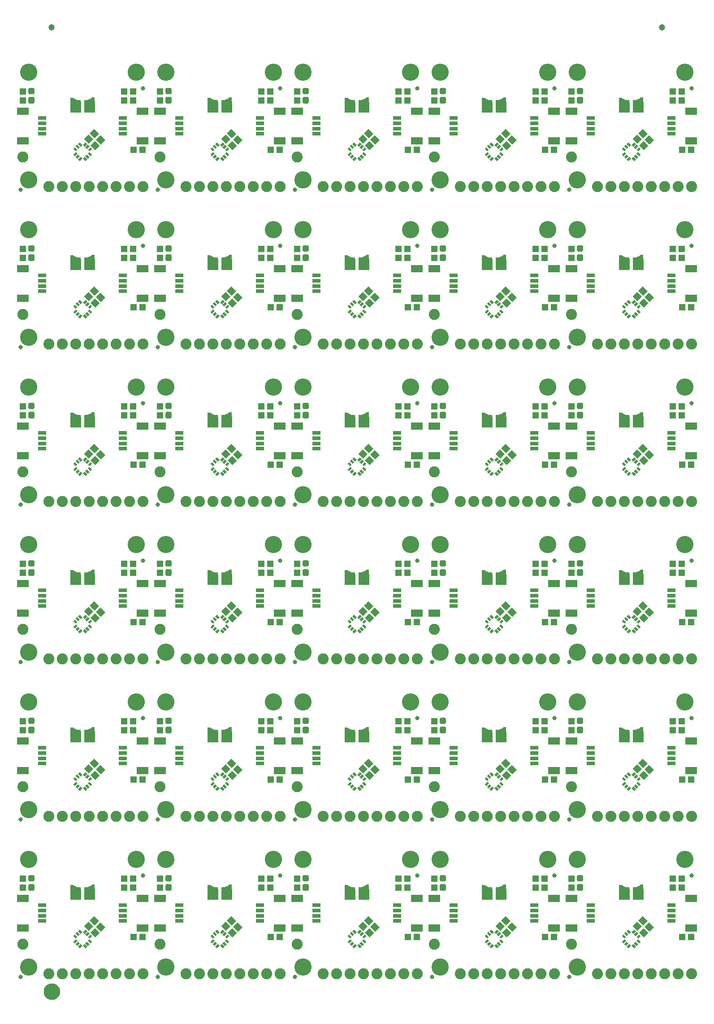
<source format=gts>
G04 EAGLE Gerber RS-274X export*
G75*
%MOMM*%
%FSLAX34Y34*%
%LPD*%
%INSoldermask Top*%
%IPPOS*%
%AMOC8*
5,1,8,0,0,1.08239X$1,22.5*%
G01*
%ADD10C,0.505344*%
%ADD11C,0.838200*%
%ADD12C,3.251200*%
%ADD13R,2.203200X1.403200*%
%ADD14R,1.553200X0.803200*%
%ADD15C,2.082800*%
%ADD16R,1.203200X1.303200*%
%ADD17R,0.453200X0.703200*%
%ADD18R,2.153200X2.153200*%
%ADD19R,1.303200X1.203200*%
%ADD20C,1.203200*%
%ADD21C,1.270000*%
%ADD22C,1.703200*%

G36*
X382496Y1646556D02*
X382496Y1646556D01*
X382513Y1646553D01*
X382563Y1646575D01*
X382614Y1646590D01*
X382625Y1646603D01*
X382641Y1646610D01*
X382671Y1646655D01*
X382706Y1646695D01*
X382709Y1646712D01*
X382718Y1646727D01*
X382729Y1646800D01*
X382729Y1661100D01*
X382725Y1661113D01*
X382728Y1661127D01*
X382706Y1661180D01*
X382690Y1661234D01*
X382680Y1661243D01*
X382674Y1661256D01*
X382628Y1661289D01*
X382585Y1661326D01*
X382571Y1661328D01*
X382560Y1661336D01*
X382486Y1661349D01*
X379440Y1661428D01*
X376462Y1661980D01*
X373608Y1662992D01*
X370948Y1664439D01*
X368532Y1666298D01*
X368491Y1666314D01*
X368454Y1666338D01*
X368411Y1666345D01*
X368402Y1666348D01*
X368395Y1666347D01*
X368380Y1666349D01*
X363080Y1666349D01*
X363064Y1666344D01*
X363047Y1666347D01*
X362997Y1666325D01*
X362946Y1666310D01*
X362935Y1666297D01*
X362919Y1666290D01*
X362889Y1666245D01*
X362854Y1666205D01*
X362851Y1666188D01*
X362842Y1666174D01*
X362831Y1666100D01*
X362831Y1646800D01*
X362836Y1646784D01*
X362833Y1646767D01*
X362855Y1646717D01*
X362870Y1646666D01*
X362883Y1646655D01*
X362890Y1646639D01*
X362935Y1646609D01*
X362975Y1646574D01*
X362992Y1646571D01*
X363007Y1646562D01*
X363080Y1646551D01*
X382480Y1646551D01*
X382496Y1646556D01*
G37*
G36*
X1159736Y1349376D02*
X1159736Y1349376D01*
X1159753Y1349373D01*
X1159803Y1349395D01*
X1159854Y1349410D01*
X1159865Y1349423D01*
X1159881Y1349430D01*
X1159911Y1349475D01*
X1159946Y1349515D01*
X1159949Y1349532D01*
X1159958Y1349547D01*
X1159969Y1349620D01*
X1159969Y1363920D01*
X1159965Y1363933D01*
X1159968Y1363947D01*
X1159946Y1364000D01*
X1159930Y1364054D01*
X1159920Y1364063D01*
X1159914Y1364076D01*
X1159868Y1364109D01*
X1159825Y1364146D01*
X1159811Y1364148D01*
X1159800Y1364156D01*
X1159726Y1364169D01*
X1156680Y1364248D01*
X1153702Y1364800D01*
X1150848Y1365812D01*
X1148188Y1367259D01*
X1145772Y1369118D01*
X1145731Y1369134D01*
X1145694Y1369158D01*
X1145651Y1369165D01*
X1145642Y1369168D01*
X1145635Y1369167D01*
X1145620Y1369169D01*
X1140320Y1369169D01*
X1140304Y1369164D01*
X1140287Y1369167D01*
X1140237Y1369145D01*
X1140186Y1369130D01*
X1140175Y1369117D01*
X1140159Y1369110D01*
X1140129Y1369065D01*
X1140094Y1369025D01*
X1140091Y1369008D01*
X1140082Y1368994D01*
X1140071Y1368920D01*
X1140071Y1349620D01*
X1140076Y1349604D01*
X1140073Y1349587D01*
X1140095Y1349537D01*
X1140110Y1349486D01*
X1140123Y1349475D01*
X1140130Y1349459D01*
X1140175Y1349429D01*
X1140215Y1349394D01*
X1140232Y1349391D01*
X1140247Y1349382D01*
X1140320Y1349371D01*
X1159720Y1349371D01*
X1159736Y1349376D01*
G37*
G36*
X123416Y1349376D02*
X123416Y1349376D01*
X123433Y1349373D01*
X123483Y1349395D01*
X123534Y1349410D01*
X123545Y1349423D01*
X123561Y1349430D01*
X123591Y1349475D01*
X123626Y1349515D01*
X123629Y1349532D01*
X123638Y1349547D01*
X123649Y1349620D01*
X123649Y1363920D01*
X123645Y1363933D01*
X123648Y1363947D01*
X123626Y1364000D01*
X123610Y1364054D01*
X123600Y1364063D01*
X123594Y1364076D01*
X123548Y1364109D01*
X123505Y1364146D01*
X123491Y1364148D01*
X123480Y1364156D01*
X123406Y1364169D01*
X120360Y1364248D01*
X117382Y1364800D01*
X114528Y1365812D01*
X111868Y1367259D01*
X109452Y1369118D01*
X109411Y1369134D01*
X109374Y1369158D01*
X109331Y1369165D01*
X109322Y1369168D01*
X109315Y1369167D01*
X109300Y1369169D01*
X104000Y1369169D01*
X103984Y1369164D01*
X103967Y1369167D01*
X103917Y1369145D01*
X103866Y1369130D01*
X103855Y1369117D01*
X103839Y1369110D01*
X103809Y1369065D01*
X103774Y1369025D01*
X103771Y1369008D01*
X103762Y1368994D01*
X103751Y1368920D01*
X103751Y1349620D01*
X103756Y1349604D01*
X103753Y1349587D01*
X103775Y1349537D01*
X103790Y1349486D01*
X103803Y1349475D01*
X103810Y1349459D01*
X103855Y1349429D01*
X103895Y1349394D01*
X103912Y1349391D01*
X103927Y1349382D01*
X104000Y1349371D01*
X123400Y1349371D01*
X123416Y1349376D01*
G37*
G36*
X900656Y1349376D02*
X900656Y1349376D01*
X900673Y1349373D01*
X900723Y1349395D01*
X900774Y1349410D01*
X900785Y1349423D01*
X900801Y1349430D01*
X900831Y1349475D01*
X900866Y1349515D01*
X900869Y1349532D01*
X900878Y1349547D01*
X900889Y1349620D01*
X900889Y1363920D01*
X900885Y1363933D01*
X900888Y1363947D01*
X900866Y1364000D01*
X900850Y1364054D01*
X900840Y1364063D01*
X900834Y1364076D01*
X900788Y1364109D01*
X900745Y1364146D01*
X900731Y1364148D01*
X900720Y1364156D01*
X900646Y1364169D01*
X897600Y1364248D01*
X894622Y1364800D01*
X891768Y1365812D01*
X889108Y1367259D01*
X886692Y1369118D01*
X886651Y1369134D01*
X886614Y1369158D01*
X886571Y1369165D01*
X886562Y1369168D01*
X886555Y1369167D01*
X886540Y1369169D01*
X881240Y1369169D01*
X881224Y1369164D01*
X881207Y1369167D01*
X881157Y1369145D01*
X881106Y1369130D01*
X881095Y1369117D01*
X881079Y1369110D01*
X881049Y1369065D01*
X881014Y1369025D01*
X881011Y1369008D01*
X881002Y1368994D01*
X880991Y1368920D01*
X880991Y1349620D01*
X880996Y1349604D01*
X880993Y1349587D01*
X881015Y1349537D01*
X881030Y1349486D01*
X881043Y1349475D01*
X881050Y1349459D01*
X881095Y1349429D01*
X881135Y1349394D01*
X881152Y1349391D01*
X881167Y1349382D01*
X881240Y1349371D01*
X900640Y1349371D01*
X900656Y1349376D01*
G37*
G36*
X382496Y1052196D02*
X382496Y1052196D01*
X382513Y1052193D01*
X382563Y1052215D01*
X382614Y1052230D01*
X382625Y1052243D01*
X382641Y1052250D01*
X382671Y1052295D01*
X382706Y1052335D01*
X382709Y1052352D01*
X382718Y1052367D01*
X382729Y1052440D01*
X382729Y1066740D01*
X382725Y1066753D01*
X382728Y1066767D01*
X382706Y1066820D01*
X382690Y1066874D01*
X382680Y1066883D01*
X382674Y1066896D01*
X382628Y1066929D01*
X382585Y1066966D01*
X382571Y1066968D01*
X382560Y1066976D01*
X382486Y1066989D01*
X379440Y1067068D01*
X376462Y1067620D01*
X373608Y1068632D01*
X370948Y1070079D01*
X368532Y1071938D01*
X368491Y1071954D01*
X368454Y1071978D01*
X368411Y1071985D01*
X368402Y1071988D01*
X368395Y1071987D01*
X368380Y1071989D01*
X363080Y1071989D01*
X363064Y1071984D01*
X363047Y1071987D01*
X362997Y1071965D01*
X362946Y1071950D01*
X362935Y1071937D01*
X362919Y1071930D01*
X362889Y1071885D01*
X362854Y1071845D01*
X362851Y1071828D01*
X362842Y1071814D01*
X362831Y1071740D01*
X362831Y1052440D01*
X362836Y1052424D01*
X362833Y1052407D01*
X362855Y1052357D01*
X362870Y1052306D01*
X362883Y1052295D01*
X362890Y1052279D01*
X362935Y1052249D01*
X362975Y1052214D01*
X362992Y1052211D01*
X363007Y1052202D01*
X363080Y1052191D01*
X382480Y1052191D01*
X382496Y1052196D01*
G37*
G36*
X641576Y1646556D02*
X641576Y1646556D01*
X641593Y1646553D01*
X641643Y1646575D01*
X641694Y1646590D01*
X641705Y1646603D01*
X641721Y1646610D01*
X641751Y1646655D01*
X641786Y1646695D01*
X641789Y1646712D01*
X641798Y1646727D01*
X641809Y1646800D01*
X641809Y1661100D01*
X641805Y1661113D01*
X641808Y1661127D01*
X641786Y1661180D01*
X641770Y1661234D01*
X641760Y1661243D01*
X641754Y1661256D01*
X641708Y1661289D01*
X641665Y1661326D01*
X641651Y1661328D01*
X641640Y1661336D01*
X641566Y1661349D01*
X638520Y1661428D01*
X635542Y1661980D01*
X632688Y1662992D01*
X630028Y1664439D01*
X627612Y1666298D01*
X627571Y1666314D01*
X627534Y1666338D01*
X627491Y1666345D01*
X627482Y1666348D01*
X627475Y1666347D01*
X627460Y1666349D01*
X622160Y1666349D01*
X622144Y1666344D01*
X622127Y1666347D01*
X622077Y1666325D01*
X622026Y1666310D01*
X622015Y1666297D01*
X621999Y1666290D01*
X621969Y1666245D01*
X621934Y1666205D01*
X621931Y1666188D01*
X621922Y1666174D01*
X621911Y1666100D01*
X621911Y1646800D01*
X621916Y1646784D01*
X621913Y1646767D01*
X621935Y1646717D01*
X621950Y1646666D01*
X621963Y1646655D01*
X621970Y1646639D01*
X622015Y1646609D01*
X622055Y1646574D01*
X622072Y1646571D01*
X622087Y1646562D01*
X622160Y1646551D01*
X641560Y1646551D01*
X641576Y1646556D01*
G37*
G36*
X1159736Y1646556D02*
X1159736Y1646556D01*
X1159753Y1646553D01*
X1159803Y1646575D01*
X1159854Y1646590D01*
X1159865Y1646603D01*
X1159881Y1646610D01*
X1159911Y1646655D01*
X1159946Y1646695D01*
X1159949Y1646712D01*
X1159958Y1646727D01*
X1159969Y1646800D01*
X1159969Y1661100D01*
X1159965Y1661113D01*
X1159968Y1661127D01*
X1159946Y1661180D01*
X1159930Y1661234D01*
X1159920Y1661243D01*
X1159914Y1661256D01*
X1159868Y1661289D01*
X1159825Y1661326D01*
X1159811Y1661328D01*
X1159800Y1661336D01*
X1159726Y1661349D01*
X1156680Y1661428D01*
X1153702Y1661980D01*
X1150848Y1662992D01*
X1148188Y1664439D01*
X1145772Y1666298D01*
X1145731Y1666314D01*
X1145694Y1666338D01*
X1145651Y1666345D01*
X1145642Y1666348D01*
X1145635Y1666347D01*
X1145620Y1666349D01*
X1140320Y1666349D01*
X1140304Y1666344D01*
X1140287Y1666347D01*
X1140237Y1666325D01*
X1140186Y1666310D01*
X1140175Y1666297D01*
X1140159Y1666290D01*
X1140129Y1666245D01*
X1140094Y1666205D01*
X1140091Y1666188D01*
X1140082Y1666174D01*
X1140071Y1666100D01*
X1140071Y1646800D01*
X1140076Y1646784D01*
X1140073Y1646767D01*
X1140095Y1646717D01*
X1140110Y1646666D01*
X1140123Y1646655D01*
X1140130Y1646639D01*
X1140175Y1646609D01*
X1140215Y1646574D01*
X1140232Y1646571D01*
X1140247Y1646562D01*
X1140320Y1646551D01*
X1159720Y1646551D01*
X1159736Y1646556D01*
G37*
G36*
X123416Y160656D02*
X123416Y160656D01*
X123433Y160653D01*
X123483Y160675D01*
X123534Y160690D01*
X123545Y160703D01*
X123561Y160710D01*
X123591Y160755D01*
X123626Y160795D01*
X123629Y160812D01*
X123638Y160827D01*
X123649Y160900D01*
X123649Y175200D01*
X123645Y175213D01*
X123648Y175227D01*
X123626Y175280D01*
X123610Y175334D01*
X123600Y175343D01*
X123594Y175356D01*
X123548Y175389D01*
X123505Y175426D01*
X123491Y175428D01*
X123480Y175436D01*
X123406Y175449D01*
X120360Y175528D01*
X117382Y176080D01*
X114528Y177092D01*
X111868Y178539D01*
X109452Y180398D01*
X109411Y180414D01*
X109374Y180438D01*
X109331Y180445D01*
X109322Y180448D01*
X109315Y180447D01*
X109300Y180449D01*
X104000Y180449D01*
X103984Y180444D01*
X103967Y180447D01*
X103917Y180425D01*
X103866Y180410D01*
X103855Y180397D01*
X103839Y180390D01*
X103809Y180345D01*
X103774Y180305D01*
X103771Y180288D01*
X103762Y180274D01*
X103751Y180200D01*
X103751Y160900D01*
X103756Y160884D01*
X103753Y160867D01*
X103775Y160817D01*
X103790Y160766D01*
X103803Y160755D01*
X103810Y160739D01*
X103855Y160709D01*
X103895Y160674D01*
X103912Y160671D01*
X103927Y160662D01*
X104000Y160651D01*
X123400Y160651D01*
X123416Y160656D01*
G37*
G36*
X123416Y1646556D02*
X123416Y1646556D01*
X123433Y1646553D01*
X123483Y1646575D01*
X123534Y1646590D01*
X123545Y1646603D01*
X123561Y1646610D01*
X123591Y1646655D01*
X123626Y1646695D01*
X123629Y1646712D01*
X123638Y1646727D01*
X123649Y1646800D01*
X123649Y1661100D01*
X123645Y1661113D01*
X123648Y1661127D01*
X123626Y1661180D01*
X123610Y1661234D01*
X123600Y1661243D01*
X123594Y1661256D01*
X123548Y1661289D01*
X123505Y1661326D01*
X123491Y1661328D01*
X123480Y1661336D01*
X123406Y1661349D01*
X120360Y1661428D01*
X117382Y1661980D01*
X114528Y1662992D01*
X111868Y1664439D01*
X109452Y1666298D01*
X109411Y1666314D01*
X109374Y1666338D01*
X109331Y1666345D01*
X109322Y1666348D01*
X109315Y1666347D01*
X109300Y1666349D01*
X104000Y1666349D01*
X103984Y1666344D01*
X103967Y1666347D01*
X103917Y1666325D01*
X103866Y1666310D01*
X103855Y1666297D01*
X103839Y1666290D01*
X103809Y1666245D01*
X103774Y1666205D01*
X103771Y1666188D01*
X103762Y1666174D01*
X103751Y1666100D01*
X103751Y1646800D01*
X103756Y1646784D01*
X103753Y1646767D01*
X103775Y1646717D01*
X103790Y1646666D01*
X103803Y1646655D01*
X103810Y1646639D01*
X103855Y1646609D01*
X103895Y1646574D01*
X103912Y1646571D01*
X103927Y1646562D01*
X104000Y1646551D01*
X123400Y1646551D01*
X123416Y1646556D01*
G37*
G36*
X900656Y1646556D02*
X900656Y1646556D01*
X900673Y1646553D01*
X900723Y1646575D01*
X900774Y1646590D01*
X900785Y1646603D01*
X900801Y1646610D01*
X900831Y1646655D01*
X900866Y1646695D01*
X900869Y1646712D01*
X900878Y1646727D01*
X900889Y1646800D01*
X900889Y1661100D01*
X900885Y1661113D01*
X900888Y1661127D01*
X900866Y1661180D01*
X900850Y1661234D01*
X900840Y1661243D01*
X900834Y1661256D01*
X900788Y1661289D01*
X900745Y1661326D01*
X900731Y1661328D01*
X900720Y1661336D01*
X900646Y1661349D01*
X897600Y1661428D01*
X894622Y1661980D01*
X891768Y1662992D01*
X889108Y1664439D01*
X886692Y1666298D01*
X886651Y1666314D01*
X886614Y1666338D01*
X886571Y1666345D01*
X886562Y1666348D01*
X886555Y1666347D01*
X886540Y1666349D01*
X881240Y1666349D01*
X881224Y1666344D01*
X881207Y1666347D01*
X881157Y1666325D01*
X881106Y1666310D01*
X881095Y1666297D01*
X881079Y1666290D01*
X881049Y1666245D01*
X881014Y1666205D01*
X881011Y1666188D01*
X881002Y1666174D01*
X880991Y1666100D01*
X880991Y1646800D01*
X880996Y1646784D01*
X880993Y1646767D01*
X881015Y1646717D01*
X881030Y1646666D01*
X881043Y1646655D01*
X881050Y1646639D01*
X881095Y1646609D01*
X881135Y1646574D01*
X881152Y1646571D01*
X881167Y1646562D01*
X881240Y1646551D01*
X900640Y1646551D01*
X900656Y1646556D01*
G37*
G36*
X1159736Y1052196D02*
X1159736Y1052196D01*
X1159753Y1052193D01*
X1159803Y1052215D01*
X1159854Y1052230D01*
X1159865Y1052243D01*
X1159881Y1052250D01*
X1159911Y1052295D01*
X1159946Y1052335D01*
X1159949Y1052352D01*
X1159958Y1052367D01*
X1159969Y1052440D01*
X1159969Y1066740D01*
X1159965Y1066753D01*
X1159968Y1066767D01*
X1159946Y1066820D01*
X1159930Y1066874D01*
X1159920Y1066883D01*
X1159914Y1066896D01*
X1159868Y1066929D01*
X1159825Y1066966D01*
X1159811Y1066968D01*
X1159800Y1066976D01*
X1159726Y1066989D01*
X1156680Y1067068D01*
X1153702Y1067620D01*
X1150848Y1068632D01*
X1148188Y1070079D01*
X1145772Y1071938D01*
X1145731Y1071954D01*
X1145694Y1071978D01*
X1145651Y1071985D01*
X1145642Y1071988D01*
X1145635Y1071987D01*
X1145620Y1071989D01*
X1140320Y1071989D01*
X1140304Y1071984D01*
X1140287Y1071987D01*
X1140237Y1071965D01*
X1140186Y1071950D01*
X1140175Y1071937D01*
X1140159Y1071930D01*
X1140129Y1071885D01*
X1140094Y1071845D01*
X1140091Y1071828D01*
X1140082Y1071814D01*
X1140071Y1071740D01*
X1140071Y1052440D01*
X1140076Y1052424D01*
X1140073Y1052407D01*
X1140095Y1052357D01*
X1140110Y1052306D01*
X1140123Y1052295D01*
X1140130Y1052279D01*
X1140175Y1052249D01*
X1140215Y1052214D01*
X1140232Y1052211D01*
X1140247Y1052202D01*
X1140320Y1052191D01*
X1159720Y1052191D01*
X1159736Y1052196D01*
G37*
G36*
X900656Y1052196D02*
X900656Y1052196D01*
X900673Y1052193D01*
X900723Y1052215D01*
X900774Y1052230D01*
X900785Y1052243D01*
X900801Y1052250D01*
X900831Y1052295D01*
X900866Y1052335D01*
X900869Y1052352D01*
X900878Y1052367D01*
X900889Y1052440D01*
X900889Y1066740D01*
X900885Y1066753D01*
X900888Y1066767D01*
X900866Y1066820D01*
X900850Y1066874D01*
X900840Y1066883D01*
X900834Y1066896D01*
X900788Y1066929D01*
X900745Y1066966D01*
X900731Y1066968D01*
X900720Y1066976D01*
X900646Y1066989D01*
X897600Y1067068D01*
X894622Y1067620D01*
X891768Y1068632D01*
X889108Y1070079D01*
X886692Y1071938D01*
X886651Y1071954D01*
X886614Y1071978D01*
X886571Y1071985D01*
X886562Y1071988D01*
X886555Y1071987D01*
X886540Y1071989D01*
X881240Y1071989D01*
X881224Y1071984D01*
X881207Y1071987D01*
X881157Y1071965D01*
X881106Y1071950D01*
X881095Y1071937D01*
X881079Y1071930D01*
X881049Y1071885D01*
X881014Y1071845D01*
X881011Y1071828D01*
X881002Y1071814D01*
X880991Y1071740D01*
X880991Y1052440D01*
X880996Y1052424D01*
X880993Y1052407D01*
X881015Y1052357D01*
X881030Y1052306D01*
X881043Y1052295D01*
X881050Y1052279D01*
X881095Y1052249D01*
X881135Y1052214D01*
X881152Y1052211D01*
X881167Y1052202D01*
X881240Y1052191D01*
X900640Y1052191D01*
X900656Y1052196D01*
G37*
G36*
X382496Y755016D02*
X382496Y755016D01*
X382513Y755013D01*
X382563Y755035D01*
X382614Y755050D01*
X382625Y755063D01*
X382641Y755070D01*
X382671Y755115D01*
X382706Y755155D01*
X382709Y755172D01*
X382718Y755187D01*
X382729Y755260D01*
X382729Y769560D01*
X382725Y769573D01*
X382728Y769587D01*
X382706Y769640D01*
X382690Y769694D01*
X382680Y769703D01*
X382674Y769716D01*
X382628Y769749D01*
X382585Y769786D01*
X382571Y769788D01*
X382560Y769796D01*
X382486Y769809D01*
X379440Y769888D01*
X376462Y770440D01*
X373608Y771452D01*
X370948Y772899D01*
X368532Y774758D01*
X368491Y774774D01*
X368454Y774798D01*
X368411Y774805D01*
X368402Y774808D01*
X368395Y774807D01*
X368380Y774809D01*
X363080Y774809D01*
X363064Y774804D01*
X363047Y774807D01*
X362997Y774785D01*
X362946Y774770D01*
X362935Y774757D01*
X362919Y774750D01*
X362889Y774705D01*
X362854Y774665D01*
X362851Y774648D01*
X362842Y774634D01*
X362831Y774560D01*
X362831Y755260D01*
X362836Y755244D01*
X362833Y755227D01*
X362855Y755177D01*
X362870Y755126D01*
X362883Y755115D01*
X362890Y755099D01*
X362935Y755069D01*
X362975Y755034D01*
X362992Y755031D01*
X363007Y755022D01*
X363080Y755011D01*
X382480Y755011D01*
X382496Y755016D01*
G37*
G36*
X641576Y1052196D02*
X641576Y1052196D01*
X641593Y1052193D01*
X641643Y1052215D01*
X641694Y1052230D01*
X641705Y1052243D01*
X641721Y1052250D01*
X641751Y1052295D01*
X641786Y1052335D01*
X641789Y1052352D01*
X641798Y1052367D01*
X641809Y1052440D01*
X641809Y1066740D01*
X641805Y1066753D01*
X641808Y1066767D01*
X641786Y1066820D01*
X641770Y1066874D01*
X641760Y1066883D01*
X641754Y1066896D01*
X641708Y1066929D01*
X641665Y1066966D01*
X641651Y1066968D01*
X641640Y1066976D01*
X641566Y1066989D01*
X638520Y1067068D01*
X635542Y1067620D01*
X632688Y1068632D01*
X630028Y1070079D01*
X627612Y1071938D01*
X627571Y1071954D01*
X627534Y1071978D01*
X627491Y1071985D01*
X627482Y1071988D01*
X627475Y1071987D01*
X627460Y1071989D01*
X622160Y1071989D01*
X622144Y1071984D01*
X622127Y1071987D01*
X622077Y1071965D01*
X622026Y1071950D01*
X622015Y1071937D01*
X621999Y1071930D01*
X621969Y1071885D01*
X621934Y1071845D01*
X621931Y1071828D01*
X621922Y1071814D01*
X621911Y1071740D01*
X621911Y1052440D01*
X621916Y1052424D01*
X621913Y1052407D01*
X621935Y1052357D01*
X621950Y1052306D01*
X621963Y1052295D01*
X621970Y1052279D01*
X622015Y1052249D01*
X622055Y1052214D01*
X622072Y1052211D01*
X622087Y1052202D01*
X622160Y1052191D01*
X641560Y1052191D01*
X641576Y1052196D01*
G37*
G36*
X123416Y1052196D02*
X123416Y1052196D01*
X123433Y1052193D01*
X123483Y1052215D01*
X123534Y1052230D01*
X123545Y1052243D01*
X123561Y1052250D01*
X123591Y1052295D01*
X123626Y1052335D01*
X123629Y1052352D01*
X123638Y1052367D01*
X123649Y1052440D01*
X123649Y1066740D01*
X123645Y1066753D01*
X123648Y1066767D01*
X123626Y1066820D01*
X123610Y1066874D01*
X123600Y1066883D01*
X123594Y1066896D01*
X123548Y1066929D01*
X123505Y1066966D01*
X123491Y1066968D01*
X123480Y1066976D01*
X123406Y1066989D01*
X120360Y1067068D01*
X117382Y1067620D01*
X114528Y1068632D01*
X111868Y1070079D01*
X109452Y1071938D01*
X109411Y1071954D01*
X109374Y1071978D01*
X109331Y1071985D01*
X109322Y1071988D01*
X109315Y1071987D01*
X109300Y1071989D01*
X104000Y1071989D01*
X103984Y1071984D01*
X103967Y1071987D01*
X103917Y1071965D01*
X103866Y1071950D01*
X103855Y1071937D01*
X103839Y1071930D01*
X103809Y1071885D01*
X103774Y1071845D01*
X103771Y1071828D01*
X103762Y1071814D01*
X103751Y1071740D01*
X103751Y1052440D01*
X103756Y1052424D01*
X103753Y1052407D01*
X103775Y1052357D01*
X103790Y1052306D01*
X103803Y1052295D01*
X103810Y1052279D01*
X103855Y1052249D01*
X103895Y1052214D01*
X103912Y1052211D01*
X103927Y1052202D01*
X104000Y1052191D01*
X123400Y1052191D01*
X123416Y1052196D01*
G37*
G36*
X641576Y1349376D02*
X641576Y1349376D01*
X641593Y1349373D01*
X641643Y1349395D01*
X641694Y1349410D01*
X641705Y1349423D01*
X641721Y1349430D01*
X641751Y1349475D01*
X641786Y1349515D01*
X641789Y1349532D01*
X641798Y1349547D01*
X641809Y1349620D01*
X641809Y1363920D01*
X641805Y1363933D01*
X641808Y1363947D01*
X641786Y1364000D01*
X641770Y1364054D01*
X641760Y1364063D01*
X641754Y1364076D01*
X641708Y1364109D01*
X641665Y1364146D01*
X641651Y1364148D01*
X641640Y1364156D01*
X641566Y1364169D01*
X638520Y1364248D01*
X635542Y1364800D01*
X632688Y1365812D01*
X630028Y1367259D01*
X627612Y1369118D01*
X627571Y1369134D01*
X627534Y1369158D01*
X627491Y1369165D01*
X627482Y1369168D01*
X627475Y1369167D01*
X627460Y1369169D01*
X622160Y1369169D01*
X622144Y1369164D01*
X622127Y1369167D01*
X622077Y1369145D01*
X622026Y1369130D01*
X622015Y1369117D01*
X621999Y1369110D01*
X621969Y1369065D01*
X621934Y1369025D01*
X621931Y1369008D01*
X621922Y1368994D01*
X621911Y1368920D01*
X621911Y1349620D01*
X621916Y1349604D01*
X621913Y1349587D01*
X621935Y1349537D01*
X621950Y1349486D01*
X621963Y1349475D01*
X621970Y1349459D01*
X622015Y1349429D01*
X622055Y1349394D01*
X622072Y1349391D01*
X622087Y1349382D01*
X622160Y1349371D01*
X641560Y1349371D01*
X641576Y1349376D01*
G37*
G36*
X382496Y1349376D02*
X382496Y1349376D01*
X382513Y1349373D01*
X382563Y1349395D01*
X382614Y1349410D01*
X382625Y1349423D01*
X382641Y1349430D01*
X382671Y1349475D01*
X382706Y1349515D01*
X382709Y1349532D01*
X382718Y1349547D01*
X382729Y1349620D01*
X382729Y1363920D01*
X382725Y1363933D01*
X382728Y1363947D01*
X382706Y1364000D01*
X382690Y1364054D01*
X382680Y1364063D01*
X382674Y1364076D01*
X382628Y1364109D01*
X382585Y1364146D01*
X382571Y1364148D01*
X382560Y1364156D01*
X382486Y1364169D01*
X379440Y1364248D01*
X376462Y1364800D01*
X373608Y1365812D01*
X370948Y1367259D01*
X368532Y1369118D01*
X368491Y1369134D01*
X368454Y1369158D01*
X368411Y1369165D01*
X368402Y1369168D01*
X368395Y1369167D01*
X368380Y1369169D01*
X363080Y1369169D01*
X363064Y1369164D01*
X363047Y1369167D01*
X362997Y1369145D01*
X362946Y1369130D01*
X362935Y1369117D01*
X362919Y1369110D01*
X362889Y1369065D01*
X362854Y1369025D01*
X362851Y1369008D01*
X362842Y1368994D01*
X362831Y1368920D01*
X362831Y1349620D01*
X362836Y1349604D01*
X362833Y1349587D01*
X362855Y1349537D01*
X362870Y1349486D01*
X362883Y1349475D01*
X362890Y1349459D01*
X362935Y1349429D01*
X362975Y1349394D01*
X362992Y1349391D01*
X363007Y1349382D01*
X363080Y1349371D01*
X382480Y1349371D01*
X382496Y1349376D01*
G37*
G36*
X123416Y755016D02*
X123416Y755016D01*
X123433Y755013D01*
X123483Y755035D01*
X123534Y755050D01*
X123545Y755063D01*
X123561Y755070D01*
X123591Y755115D01*
X123626Y755155D01*
X123629Y755172D01*
X123638Y755187D01*
X123649Y755260D01*
X123649Y769560D01*
X123645Y769573D01*
X123648Y769587D01*
X123626Y769640D01*
X123610Y769694D01*
X123600Y769703D01*
X123594Y769716D01*
X123548Y769749D01*
X123505Y769786D01*
X123491Y769788D01*
X123480Y769796D01*
X123406Y769809D01*
X120360Y769888D01*
X117382Y770440D01*
X114528Y771452D01*
X111868Y772899D01*
X109452Y774758D01*
X109411Y774774D01*
X109374Y774798D01*
X109331Y774805D01*
X109322Y774808D01*
X109315Y774807D01*
X109300Y774809D01*
X104000Y774809D01*
X103984Y774804D01*
X103967Y774807D01*
X103917Y774785D01*
X103866Y774770D01*
X103855Y774757D01*
X103839Y774750D01*
X103809Y774705D01*
X103774Y774665D01*
X103771Y774648D01*
X103762Y774634D01*
X103751Y774560D01*
X103751Y755260D01*
X103756Y755244D01*
X103753Y755227D01*
X103775Y755177D01*
X103790Y755126D01*
X103803Y755115D01*
X103810Y755099D01*
X103855Y755069D01*
X103895Y755034D01*
X103912Y755031D01*
X103927Y755022D01*
X104000Y755011D01*
X123400Y755011D01*
X123416Y755016D01*
G37*
G36*
X900656Y755016D02*
X900656Y755016D01*
X900673Y755013D01*
X900723Y755035D01*
X900774Y755050D01*
X900785Y755063D01*
X900801Y755070D01*
X900831Y755115D01*
X900866Y755155D01*
X900869Y755172D01*
X900878Y755187D01*
X900889Y755260D01*
X900889Y769560D01*
X900885Y769573D01*
X900888Y769587D01*
X900866Y769640D01*
X900850Y769694D01*
X900840Y769703D01*
X900834Y769716D01*
X900788Y769749D01*
X900745Y769786D01*
X900731Y769788D01*
X900720Y769796D01*
X900646Y769809D01*
X897600Y769888D01*
X894622Y770440D01*
X891768Y771452D01*
X889108Y772899D01*
X886692Y774758D01*
X886651Y774774D01*
X886614Y774798D01*
X886571Y774805D01*
X886562Y774808D01*
X886555Y774807D01*
X886540Y774809D01*
X881240Y774809D01*
X881224Y774804D01*
X881207Y774807D01*
X881157Y774785D01*
X881106Y774770D01*
X881095Y774757D01*
X881079Y774750D01*
X881049Y774705D01*
X881014Y774665D01*
X881011Y774648D01*
X881002Y774634D01*
X880991Y774560D01*
X880991Y755260D01*
X880996Y755244D01*
X880993Y755227D01*
X881015Y755177D01*
X881030Y755126D01*
X881043Y755115D01*
X881050Y755099D01*
X881095Y755069D01*
X881135Y755034D01*
X881152Y755031D01*
X881167Y755022D01*
X881240Y755011D01*
X900640Y755011D01*
X900656Y755016D01*
G37*
G36*
X1159736Y755016D02*
X1159736Y755016D01*
X1159753Y755013D01*
X1159803Y755035D01*
X1159854Y755050D01*
X1159865Y755063D01*
X1159881Y755070D01*
X1159911Y755115D01*
X1159946Y755155D01*
X1159949Y755172D01*
X1159958Y755187D01*
X1159969Y755260D01*
X1159969Y769560D01*
X1159965Y769573D01*
X1159968Y769587D01*
X1159946Y769640D01*
X1159930Y769694D01*
X1159920Y769703D01*
X1159914Y769716D01*
X1159868Y769749D01*
X1159825Y769786D01*
X1159811Y769788D01*
X1159800Y769796D01*
X1159726Y769809D01*
X1156680Y769888D01*
X1153702Y770440D01*
X1150848Y771452D01*
X1148188Y772899D01*
X1145772Y774758D01*
X1145731Y774774D01*
X1145694Y774798D01*
X1145651Y774805D01*
X1145642Y774808D01*
X1145635Y774807D01*
X1145620Y774809D01*
X1140320Y774809D01*
X1140304Y774804D01*
X1140287Y774807D01*
X1140237Y774785D01*
X1140186Y774770D01*
X1140175Y774757D01*
X1140159Y774750D01*
X1140129Y774705D01*
X1140094Y774665D01*
X1140091Y774648D01*
X1140082Y774634D01*
X1140071Y774560D01*
X1140071Y755260D01*
X1140076Y755244D01*
X1140073Y755227D01*
X1140095Y755177D01*
X1140110Y755126D01*
X1140123Y755115D01*
X1140130Y755099D01*
X1140175Y755069D01*
X1140215Y755034D01*
X1140232Y755031D01*
X1140247Y755022D01*
X1140320Y755011D01*
X1159720Y755011D01*
X1159736Y755016D01*
G37*
G36*
X641576Y755016D02*
X641576Y755016D01*
X641593Y755013D01*
X641643Y755035D01*
X641694Y755050D01*
X641705Y755063D01*
X641721Y755070D01*
X641751Y755115D01*
X641786Y755155D01*
X641789Y755172D01*
X641798Y755187D01*
X641809Y755260D01*
X641809Y769560D01*
X641805Y769573D01*
X641808Y769587D01*
X641786Y769640D01*
X641770Y769694D01*
X641760Y769703D01*
X641754Y769716D01*
X641708Y769749D01*
X641665Y769786D01*
X641651Y769788D01*
X641640Y769796D01*
X641566Y769809D01*
X638520Y769888D01*
X635542Y770440D01*
X632688Y771452D01*
X630028Y772899D01*
X627612Y774758D01*
X627571Y774774D01*
X627534Y774798D01*
X627491Y774805D01*
X627482Y774808D01*
X627475Y774807D01*
X627460Y774809D01*
X622160Y774809D01*
X622144Y774804D01*
X622127Y774807D01*
X622077Y774785D01*
X622026Y774770D01*
X622015Y774757D01*
X621999Y774750D01*
X621969Y774705D01*
X621934Y774665D01*
X621931Y774648D01*
X621922Y774634D01*
X621911Y774560D01*
X621911Y755260D01*
X621916Y755244D01*
X621913Y755227D01*
X621935Y755177D01*
X621950Y755126D01*
X621963Y755115D01*
X621970Y755099D01*
X622015Y755069D01*
X622055Y755034D01*
X622072Y755031D01*
X622087Y755022D01*
X622160Y755011D01*
X641560Y755011D01*
X641576Y755016D01*
G37*
G36*
X382496Y457836D02*
X382496Y457836D01*
X382513Y457833D01*
X382563Y457855D01*
X382614Y457870D01*
X382625Y457883D01*
X382641Y457890D01*
X382671Y457935D01*
X382706Y457975D01*
X382709Y457992D01*
X382718Y458007D01*
X382729Y458080D01*
X382729Y472380D01*
X382725Y472393D01*
X382728Y472407D01*
X382706Y472460D01*
X382690Y472514D01*
X382680Y472523D01*
X382674Y472536D01*
X382628Y472569D01*
X382585Y472606D01*
X382571Y472608D01*
X382560Y472616D01*
X382486Y472629D01*
X379440Y472708D01*
X376462Y473260D01*
X373608Y474272D01*
X370948Y475719D01*
X368532Y477578D01*
X368491Y477594D01*
X368454Y477618D01*
X368411Y477625D01*
X368402Y477628D01*
X368395Y477627D01*
X368380Y477629D01*
X363080Y477629D01*
X363064Y477624D01*
X363047Y477627D01*
X362997Y477605D01*
X362946Y477590D01*
X362935Y477577D01*
X362919Y477570D01*
X362889Y477525D01*
X362854Y477485D01*
X362851Y477468D01*
X362842Y477454D01*
X362831Y477380D01*
X362831Y458080D01*
X362836Y458064D01*
X362833Y458047D01*
X362855Y457997D01*
X362870Y457946D01*
X362883Y457935D01*
X362890Y457919D01*
X362935Y457889D01*
X362975Y457854D01*
X362992Y457851D01*
X363007Y457842D01*
X363080Y457831D01*
X382480Y457831D01*
X382496Y457836D01*
G37*
G36*
X1159736Y457836D02*
X1159736Y457836D01*
X1159753Y457833D01*
X1159803Y457855D01*
X1159854Y457870D01*
X1159865Y457883D01*
X1159881Y457890D01*
X1159911Y457935D01*
X1159946Y457975D01*
X1159949Y457992D01*
X1159958Y458007D01*
X1159969Y458080D01*
X1159969Y472380D01*
X1159965Y472393D01*
X1159968Y472407D01*
X1159946Y472460D01*
X1159930Y472514D01*
X1159920Y472523D01*
X1159914Y472536D01*
X1159868Y472569D01*
X1159825Y472606D01*
X1159811Y472608D01*
X1159800Y472616D01*
X1159726Y472629D01*
X1156680Y472708D01*
X1153702Y473260D01*
X1150848Y474272D01*
X1148188Y475719D01*
X1145772Y477578D01*
X1145731Y477594D01*
X1145694Y477618D01*
X1145651Y477625D01*
X1145642Y477628D01*
X1145635Y477627D01*
X1145620Y477629D01*
X1140320Y477629D01*
X1140304Y477624D01*
X1140287Y477627D01*
X1140237Y477605D01*
X1140186Y477590D01*
X1140175Y477577D01*
X1140159Y477570D01*
X1140129Y477525D01*
X1140094Y477485D01*
X1140091Y477468D01*
X1140082Y477454D01*
X1140071Y477380D01*
X1140071Y458080D01*
X1140076Y458064D01*
X1140073Y458047D01*
X1140095Y457997D01*
X1140110Y457946D01*
X1140123Y457935D01*
X1140130Y457919D01*
X1140175Y457889D01*
X1140215Y457854D01*
X1140232Y457851D01*
X1140247Y457842D01*
X1140320Y457831D01*
X1159720Y457831D01*
X1159736Y457836D01*
G37*
G36*
X123416Y457836D02*
X123416Y457836D01*
X123433Y457833D01*
X123483Y457855D01*
X123534Y457870D01*
X123545Y457883D01*
X123561Y457890D01*
X123591Y457935D01*
X123626Y457975D01*
X123629Y457992D01*
X123638Y458007D01*
X123649Y458080D01*
X123649Y472380D01*
X123645Y472393D01*
X123648Y472407D01*
X123626Y472460D01*
X123610Y472514D01*
X123600Y472523D01*
X123594Y472536D01*
X123548Y472569D01*
X123505Y472606D01*
X123491Y472608D01*
X123480Y472616D01*
X123406Y472629D01*
X120360Y472708D01*
X117382Y473260D01*
X114528Y474272D01*
X111868Y475719D01*
X109452Y477578D01*
X109411Y477594D01*
X109374Y477618D01*
X109331Y477625D01*
X109322Y477628D01*
X109315Y477627D01*
X109300Y477629D01*
X104000Y477629D01*
X103984Y477624D01*
X103967Y477627D01*
X103917Y477605D01*
X103866Y477590D01*
X103855Y477577D01*
X103839Y477570D01*
X103809Y477525D01*
X103774Y477485D01*
X103771Y477468D01*
X103762Y477454D01*
X103751Y477380D01*
X103751Y458080D01*
X103756Y458064D01*
X103753Y458047D01*
X103775Y457997D01*
X103790Y457946D01*
X103803Y457935D01*
X103810Y457919D01*
X103855Y457889D01*
X103895Y457854D01*
X103912Y457851D01*
X103927Y457842D01*
X104000Y457831D01*
X123400Y457831D01*
X123416Y457836D01*
G37*
G36*
X641576Y457836D02*
X641576Y457836D01*
X641593Y457833D01*
X641643Y457855D01*
X641694Y457870D01*
X641705Y457883D01*
X641721Y457890D01*
X641751Y457935D01*
X641786Y457975D01*
X641789Y457992D01*
X641798Y458007D01*
X641809Y458080D01*
X641809Y472380D01*
X641805Y472393D01*
X641808Y472407D01*
X641786Y472460D01*
X641770Y472514D01*
X641760Y472523D01*
X641754Y472536D01*
X641708Y472569D01*
X641665Y472606D01*
X641651Y472608D01*
X641640Y472616D01*
X641566Y472629D01*
X638520Y472708D01*
X635542Y473260D01*
X632688Y474272D01*
X630028Y475719D01*
X627612Y477578D01*
X627571Y477594D01*
X627534Y477618D01*
X627491Y477625D01*
X627482Y477628D01*
X627475Y477627D01*
X627460Y477629D01*
X622160Y477629D01*
X622144Y477624D01*
X622127Y477627D01*
X622077Y477605D01*
X622026Y477590D01*
X622015Y477577D01*
X621999Y477570D01*
X621969Y477525D01*
X621934Y477485D01*
X621931Y477468D01*
X621922Y477454D01*
X621911Y477380D01*
X621911Y458080D01*
X621916Y458064D01*
X621913Y458047D01*
X621935Y457997D01*
X621950Y457946D01*
X621963Y457935D01*
X621970Y457919D01*
X622015Y457889D01*
X622055Y457854D01*
X622072Y457851D01*
X622087Y457842D01*
X622160Y457831D01*
X641560Y457831D01*
X641576Y457836D01*
G37*
G36*
X900656Y457836D02*
X900656Y457836D01*
X900673Y457833D01*
X900723Y457855D01*
X900774Y457870D01*
X900785Y457883D01*
X900801Y457890D01*
X900831Y457935D01*
X900866Y457975D01*
X900869Y457992D01*
X900878Y458007D01*
X900889Y458080D01*
X900889Y472380D01*
X900885Y472393D01*
X900888Y472407D01*
X900866Y472460D01*
X900850Y472514D01*
X900840Y472523D01*
X900834Y472536D01*
X900788Y472569D01*
X900745Y472606D01*
X900731Y472608D01*
X900720Y472616D01*
X900646Y472629D01*
X897600Y472708D01*
X894622Y473260D01*
X891768Y474272D01*
X889108Y475719D01*
X886692Y477578D01*
X886651Y477594D01*
X886614Y477618D01*
X886571Y477625D01*
X886562Y477628D01*
X886555Y477627D01*
X886540Y477629D01*
X881240Y477629D01*
X881224Y477624D01*
X881207Y477627D01*
X881157Y477605D01*
X881106Y477590D01*
X881095Y477577D01*
X881079Y477570D01*
X881049Y477525D01*
X881014Y477485D01*
X881011Y477468D01*
X881002Y477454D01*
X880991Y477380D01*
X880991Y458080D01*
X880996Y458064D01*
X880993Y458047D01*
X881015Y457997D01*
X881030Y457946D01*
X881043Y457935D01*
X881050Y457919D01*
X881095Y457889D01*
X881135Y457854D01*
X881152Y457851D01*
X881167Y457842D01*
X881240Y457831D01*
X900640Y457831D01*
X900656Y457836D01*
G37*
G36*
X900656Y160656D02*
X900656Y160656D01*
X900673Y160653D01*
X900723Y160675D01*
X900774Y160690D01*
X900785Y160703D01*
X900801Y160710D01*
X900831Y160755D01*
X900866Y160795D01*
X900869Y160812D01*
X900878Y160827D01*
X900889Y160900D01*
X900889Y175200D01*
X900885Y175213D01*
X900888Y175227D01*
X900866Y175280D01*
X900850Y175334D01*
X900840Y175343D01*
X900834Y175356D01*
X900788Y175389D01*
X900745Y175426D01*
X900731Y175428D01*
X900720Y175436D01*
X900646Y175449D01*
X897600Y175528D01*
X894622Y176080D01*
X891768Y177092D01*
X889108Y178539D01*
X886692Y180398D01*
X886651Y180414D01*
X886614Y180438D01*
X886571Y180445D01*
X886562Y180448D01*
X886555Y180447D01*
X886540Y180449D01*
X881240Y180449D01*
X881224Y180444D01*
X881207Y180447D01*
X881157Y180425D01*
X881106Y180410D01*
X881095Y180397D01*
X881079Y180390D01*
X881049Y180345D01*
X881014Y180305D01*
X881011Y180288D01*
X881002Y180274D01*
X880991Y180200D01*
X880991Y160900D01*
X880996Y160884D01*
X880993Y160867D01*
X881015Y160817D01*
X881030Y160766D01*
X881043Y160755D01*
X881050Y160739D01*
X881095Y160709D01*
X881135Y160674D01*
X881152Y160671D01*
X881167Y160662D01*
X881240Y160651D01*
X900640Y160651D01*
X900656Y160656D01*
G37*
G36*
X1159736Y160656D02*
X1159736Y160656D01*
X1159753Y160653D01*
X1159803Y160675D01*
X1159854Y160690D01*
X1159865Y160703D01*
X1159881Y160710D01*
X1159911Y160755D01*
X1159946Y160795D01*
X1159949Y160812D01*
X1159958Y160827D01*
X1159969Y160900D01*
X1159969Y175200D01*
X1159965Y175213D01*
X1159968Y175227D01*
X1159946Y175280D01*
X1159930Y175334D01*
X1159920Y175343D01*
X1159914Y175356D01*
X1159868Y175389D01*
X1159825Y175426D01*
X1159811Y175428D01*
X1159800Y175436D01*
X1159726Y175449D01*
X1156680Y175528D01*
X1153702Y176080D01*
X1150848Y177092D01*
X1148188Y178539D01*
X1145772Y180398D01*
X1145731Y180414D01*
X1145694Y180438D01*
X1145651Y180445D01*
X1145642Y180448D01*
X1145635Y180447D01*
X1145620Y180449D01*
X1140320Y180449D01*
X1140304Y180444D01*
X1140287Y180447D01*
X1140237Y180425D01*
X1140186Y180410D01*
X1140175Y180397D01*
X1140159Y180390D01*
X1140129Y180345D01*
X1140094Y180305D01*
X1140091Y180288D01*
X1140082Y180274D01*
X1140071Y180200D01*
X1140071Y160900D01*
X1140076Y160884D01*
X1140073Y160867D01*
X1140095Y160817D01*
X1140110Y160766D01*
X1140123Y160755D01*
X1140130Y160739D01*
X1140175Y160709D01*
X1140215Y160674D01*
X1140232Y160671D01*
X1140247Y160662D01*
X1140320Y160651D01*
X1159720Y160651D01*
X1159736Y160656D01*
G37*
G36*
X641576Y160656D02*
X641576Y160656D01*
X641593Y160653D01*
X641643Y160675D01*
X641694Y160690D01*
X641705Y160703D01*
X641721Y160710D01*
X641751Y160755D01*
X641786Y160795D01*
X641789Y160812D01*
X641798Y160827D01*
X641809Y160900D01*
X641809Y175200D01*
X641805Y175213D01*
X641808Y175227D01*
X641786Y175280D01*
X641770Y175334D01*
X641760Y175343D01*
X641754Y175356D01*
X641708Y175389D01*
X641665Y175426D01*
X641651Y175428D01*
X641640Y175436D01*
X641566Y175449D01*
X638520Y175528D01*
X635542Y176080D01*
X632688Y177092D01*
X630028Y178539D01*
X627612Y180398D01*
X627571Y180414D01*
X627534Y180438D01*
X627491Y180445D01*
X627482Y180448D01*
X627475Y180447D01*
X627460Y180449D01*
X622160Y180449D01*
X622144Y180444D01*
X622127Y180447D01*
X622077Y180425D01*
X622026Y180410D01*
X622015Y180397D01*
X621999Y180390D01*
X621969Y180345D01*
X621934Y180305D01*
X621931Y180288D01*
X621922Y180274D01*
X621911Y180200D01*
X621911Y160900D01*
X621916Y160884D01*
X621913Y160867D01*
X621935Y160817D01*
X621950Y160766D01*
X621963Y160755D01*
X621970Y160739D01*
X622015Y160709D01*
X622055Y160674D01*
X622072Y160671D01*
X622087Y160662D01*
X622160Y160651D01*
X641560Y160651D01*
X641576Y160656D01*
G37*
G36*
X382496Y160656D02*
X382496Y160656D01*
X382513Y160653D01*
X382563Y160675D01*
X382614Y160690D01*
X382625Y160703D01*
X382641Y160710D01*
X382671Y160755D01*
X382706Y160795D01*
X382709Y160812D01*
X382718Y160827D01*
X382729Y160900D01*
X382729Y175200D01*
X382725Y175213D01*
X382728Y175227D01*
X382706Y175280D01*
X382690Y175334D01*
X382680Y175343D01*
X382674Y175356D01*
X382628Y175389D01*
X382585Y175426D01*
X382571Y175428D01*
X382560Y175436D01*
X382486Y175449D01*
X379440Y175528D01*
X376462Y176080D01*
X373608Y177092D01*
X370948Y178539D01*
X368532Y180398D01*
X368491Y180414D01*
X368454Y180438D01*
X368411Y180445D01*
X368402Y180448D01*
X368395Y180447D01*
X368380Y180449D01*
X363080Y180449D01*
X363064Y180444D01*
X363047Y180447D01*
X362997Y180425D01*
X362946Y180410D01*
X362935Y180397D01*
X362919Y180390D01*
X362889Y180345D01*
X362854Y180305D01*
X362851Y180288D01*
X362842Y180274D01*
X362831Y180200D01*
X362831Y160900D01*
X362836Y160884D01*
X362833Y160867D01*
X362855Y160817D01*
X362870Y160766D01*
X362883Y160755D01*
X362890Y160739D01*
X362935Y160709D01*
X362975Y160674D01*
X362992Y160671D01*
X363007Y160662D01*
X363080Y160651D01*
X382480Y160651D01*
X382496Y160656D01*
G37*
G36*
X1185836Y1646656D02*
X1185836Y1646656D01*
X1185853Y1646653D01*
X1185903Y1646675D01*
X1185954Y1646690D01*
X1185965Y1646703D01*
X1185981Y1646710D01*
X1186011Y1646755D01*
X1186046Y1646795D01*
X1186049Y1646812D01*
X1186058Y1646827D01*
X1186069Y1646900D01*
X1186069Y1666200D01*
X1186064Y1666216D01*
X1186067Y1666233D01*
X1186045Y1666283D01*
X1186030Y1666334D01*
X1186017Y1666345D01*
X1186010Y1666361D01*
X1185965Y1666391D01*
X1185925Y1666426D01*
X1185908Y1666429D01*
X1185894Y1666438D01*
X1185820Y1666449D01*
X1180520Y1666449D01*
X1180477Y1666437D01*
X1180433Y1666434D01*
X1180396Y1666413D01*
X1180386Y1666410D01*
X1180381Y1666405D01*
X1180368Y1666398D01*
X1177952Y1664539D01*
X1175292Y1663092D01*
X1172438Y1662080D01*
X1169460Y1661528D01*
X1166414Y1661449D01*
X1166400Y1661445D01*
X1166387Y1661447D01*
X1166335Y1661424D01*
X1166280Y1661407D01*
X1166272Y1661396D01*
X1166259Y1661390D01*
X1166227Y1661343D01*
X1166191Y1661299D01*
X1166190Y1661285D01*
X1166182Y1661274D01*
X1166171Y1661200D01*
X1166171Y1646900D01*
X1166176Y1646884D01*
X1166173Y1646867D01*
X1166195Y1646817D01*
X1166210Y1646766D01*
X1166223Y1646755D01*
X1166230Y1646739D01*
X1166275Y1646709D01*
X1166315Y1646674D01*
X1166332Y1646671D01*
X1166347Y1646662D01*
X1166420Y1646651D01*
X1185820Y1646651D01*
X1185836Y1646656D01*
G37*
G36*
X149516Y755116D02*
X149516Y755116D01*
X149533Y755113D01*
X149583Y755135D01*
X149634Y755150D01*
X149645Y755163D01*
X149661Y755170D01*
X149691Y755215D01*
X149726Y755255D01*
X149729Y755272D01*
X149738Y755287D01*
X149749Y755360D01*
X149749Y774660D01*
X149744Y774676D01*
X149747Y774693D01*
X149725Y774743D01*
X149710Y774794D01*
X149697Y774805D01*
X149690Y774821D01*
X149645Y774851D01*
X149605Y774886D01*
X149588Y774889D01*
X149574Y774898D01*
X149500Y774909D01*
X144200Y774909D01*
X144157Y774897D01*
X144113Y774894D01*
X144076Y774873D01*
X144066Y774870D01*
X144061Y774865D01*
X144048Y774858D01*
X141632Y772999D01*
X138972Y771552D01*
X136118Y770540D01*
X133140Y769988D01*
X130094Y769909D01*
X130080Y769905D01*
X130067Y769907D01*
X130015Y769884D01*
X129960Y769867D01*
X129952Y769856D01*
X129939Y769850D01*
X129907Y769803D01*
X129871Y769759D01*
X129870Y769745D01*
X129862Y769734D01*
X129851Y769660D01*
X129851Y755360D01*
X129856Y755344D01*
X129853Y755327D01*
X129875Y755277D01*
X129890Y755226D01*
X129903Y755215D01*
X129910Y755199D01*
X129955Y755169D01*
X129995Y755134D01*
X130012Y755131D01*
X130027Y755122D01*
X130100Y755111D01*
X149500Y755111D01*
X149516Y755116D01*
G37*
G36*
X1185836Y755116D02*
X1185836Y755116D01*
X1185853Y755113D01*
X1185903Y755135D01*
X1185954Y755150D01*
X1185965Y755163D01*
X1185981Y755170D01*
X1186011Y755215D01*
X1186046Y755255D01*
X1186049Y755272D01*
X1186058Y755287D01*
X1186069Y755360D01*
X1186069Y774660D01*
X1186064Y774676D01*
X1186067Y774693D01*
X1186045Y774743D01*
X1186030Y774794D01*
X1186017Y774805D01*
X1186010Y774821D01*
X1185965Y774851D01*
X1185925Y774886D01*
X1185908Y774889D01*
X1185894Y774898D01*
X1185820Y774909D01*
X1180520Y774909D01*
X1180477Y774897D01*
X1180433Y774894D01*
X1180396Y774873D01*
X1180386Y774870D01*
X1180381Y774865D01*
X1180368Y774858D01*
X1177952Y772999D01*
X1175292Y771552D01*
X1172438Y770540D01*
X1169460Y769988D01*
X1166414Y769909D01*
X1166400Y769905D01*
X1166387Y769907D01*
X1166335Y769884D01*
X1166280Y769867D01*
X1166272Y769856D01*
X1166259Y769850D01*
X1166227Y769803D01*
X1166191Y769759D01*
X1166190Y769745D01*
X1166182Y769734D01*
X1166171Y769660D01*
X1166171Y755360D01*
X1166176Y755344D01*
X1166173Y755327D01*
X1166195Y755277D01*
X1166210Y755226D01*
X1166223Y755215D01*
X1166230Y755199D01*
X1166275Y755169D01*
X1166315Y755134D01*
X1166332Y755131D01*
X1166347Y755122D01*
X1166420Y755111D01*
X1185820Y755111D01*
X1185836Y755116D01*
G37*
G36*
X926756Y755116D02*
X926756Y755116D01*
X926773Y755113D01*
X926823Y755135D01*
X926874Y755150D01*
X926885Y755163D01*
X926901Y755170D01*
X926931Y755215D01*
X926966Y755255D01*
X926969Y755272D01*
X926978Y755287D01*
X926989Y755360D01*
X926989Y774660D01*
X926984Y774676D01*
X926987Y774693D01*
X926965Y774743D01*
X926950Y774794D01*
X926937Y774805D01*
X926930Y774821D01*
X926885Y774851D01*
X926845Y774886D01*
X926828Y774889D01*
X926814Y774898D01*
X926740Y774909D01*
X921440Y774909D01*
X921397Y774897D01*
X921353Y774894D01*
X921316Y774873D01*
X921306Y774870D01*
X921301Y774865D01*
X921288Y774858D01*
X918872Y772999D01*
X916212Y771552D01*
X913358Y770540D01*
X910380Y769988D01*
X907334Y769909D01*
X907320Y769905D01*
X907307Y769907D01*
X907255Y769884D01*
X907200Y769867D01*
X907192Y769856D01*
X907179Y769850D01*
X907147Y769803D01*
X907111Y769759D01*
X907110Y769745D01*
X907102Y769734D01*
X907091Y769660D01*
X907091Y755360D01*
X907096Y755344D01*
X907093Y755327D01*
X907115Y755277D01*
X907130Y755226D01*
X907143Y755215D01*
X907150Y755199D01*
X907195Y755169D01*
X907235Y755134D01*
X907252Y755131D01*
X907267Y755122D01*
X907340Y755111D01*
X926740Y755111D01*
X926756Y755116D01*
G37*
G36*
X667676Y755116D02*
X667676Y755116D01*
X667693Y755113D01*
X667743Y755135D01*
X667794Y755150D01*
X667805Y755163D01*
X667821Y755170D01*
X667851Y755215D01*
X667886Y755255D01*
X667889Y755272D01*
X667898Y755287D01*
X667909Y755360D01*
X667909Y774660D01*
X667904Y774676D01*
X667907Y774693D01*
X667885Y774743D01*
X667870Y774794D01*
X667857Y774805D01*
X667850Y774821D01*
X667805Y774851D01*
X667765Y774886D01*
X667748Y774889D01*
X667734Y774898D01*
X667660Y774909D01*
X662360Y774909D01*
X662317Y774897D01*
X662273Y774894D01*
X662236Y774873D01*
X662226Y774870D01*
X662221Y774865D01*
X662208Y774858D01*
X659792Y772999D01*
X657132Y771552D01*
X654278Y770540D01*
X651300Y769988D01*
X648254Y769909D01*
X648240Y769905D01*
X648227Y769907D01*
X648175Y769884D01*
X648120Y769867D01*
X648112Y769856D01*
X648099Y769850D01*
X648067Y769803D01*
X648031Y769759D01*
X648030Y769745D01*
X648022Y769734D01*
X648011Y769660D01*
X648011Y755360D01*
X648016Y755344D01*
X648013Y755327D01*
X648035Y755277D01*
X648050Y755226D01*
X648063Y755215D01*
X648070Y755199D01*
X648115Y755169D01*
X648155Y755134D01*
X648172Y755131D01*
X648187Y755122D01*
X648260Y755111D01*
X667660Y755111D01*
X667676Y755116D01*
G37*
G36*
X408596Y1646656D02*
X408596Y1646656D01*
X408613Y1646653D01*
X408663Y1646675D01*
X408714Y1646690D01*
X408725Y1646703D01*
X408741Y1646710D01*
X408771Y1646755D01*
X408806Y1646795D01*
X408809Y1646812D01*
X408818Y1646827D01*
X408829Y1646900D01*
X408829Y1666200D01*
X408824Y1666216D01*
X408827Y1666233D01*
X408805Y1666283D01*
X408790Y1666334D01*
X408777Y1666345D01*
X408770Y1666361D01*
X408725Y1666391D01*
X408685Y1666426D01*
X408668Y1666429D01*
X408654Y1666438D01*
X408580Y1666449D01*
X403280Y1666449D01*
X403237Y1666437D01*
X403193Y1666434D01*
X403156Y1666413D01*
X403146Y1666410D01*
X403141Y1666405D01*
X403128Y1666398D01*
X400712Y1664539D01*
X398052Y1663092D01*
X395198Y1662080D01*
X392220Y1661528D01*
X389174Y1661449D01*
X389160Y1661445D01*
X389147Y1661447D01*
X389095Y1661424D01*
X389040Y1661407D01*
X389032Y1661396D01*
X389019Y1661390D01*
X388987Y1661343D01*
X388951Y1661299D01*
X388950Y1661285D01*
X388942Y1661274D01*
X388931Y1661200D01*
X388931Y1646900D01*
X388936Y1646884D01*
X388933Y1646867D01*
X388955Y1646817D01*
X388970Y1646766D01*
X388983Y1646755D01*
X388990Y1646739D01*
X389035Y1646709D01*
X389075Y1646674D01*
X389092Y1646671D01*
X389107Y1646662D01*
X389180Y1646651D01*
X408580Y1646651D01*
X408596Y1646656D01*
G37*
G36*
X667676Y1646656D02*
X667676Y1646656D01*
X667693Y1646653D01*
X667743Y1646675D01*
X667794Y1646690D01*
X667805Y1646703D01*
X667821Y1646710D01*
X667851Y1646755D01*
X667886Y1646795D01*
X667889Y1646812D01*
X667898Y1646827D01*
X667909Y1646900D01*
X667909Y1666200D01*
X667904Y1666216D01*
X667907Y1666233D01*
X667885Y1666283D01*
X667870Y1666334D01*
X667857Y1666345D01*
X667850Y1666361D01*
X667805Y1666391D01*
X667765Y1666426D01*
X667748Y1666429D01*
X667734Y1666438D01*
X667660Y1666449D01*
X662360Y1666449D01*
X662317Y1666437D01*
X662273Y1666434D01*
X662236Y1666413D01*
X662226Y1666410D01*
X662221Y1666405D01*
X662208Y1666398D01*
X659792Y1664539D01*
X657132Y1663092D01*
X654278Y1662080D01*
X651300Y1661528D01*
X648254Y1661449D01*
X648240Y1661445D01*
X648227Y1661447D01*
X648175Y1661424D01*
X648120Y1661407D01*
X648112Y1661396D01*
X648099Y1661390D01*
X648067Y1661343D01*
X648031Y1661299D01*
X648030Y1661285D01*
X648022Y1661274D01*
X648011Y1661200D01*
X648011Y1646900D01*
X648016Y1646884D01*
X648013Y1646867D01*
X648035Y1646817D01*
X648050Y1646766D01*
X648063Y1646755D01*
X648070Y1646739D01*
X648115Y1646709D01*
X648155Y1646674D01*
X648172Y1646671D01*
X648187Y1646662D01*
X648260Y1646651D01*
X667660Y1646651D01*
X667676Y1646656D01*
G37*
G36*
X408596Y755116D02*
X408596Y755116D01*
X408613Y755113D01*
X408663Y755135D01*
X408714Y755150D01*
X408725Y755163D01*
X408741Y755170D01*
X408771Y755215D01*
X408806Y755255D01*
X408809Y755272D01*
X408818Y755287D01*
X408829Y755360D01*
X408829Y774660D01*
X408824Y774676D01*
X408827Y774693D01*
X408805Y774743D01*
X408790Y774794D01*
X408777Y774805D01*
X408770Y774821D01*
X408725Y774851D01*
X408685Y774886D01*
X408668Y774889D01*
X408654Y774898D01*
X408580Y774909D01*
X403280Y774909D01*
X403237Y774897D01*
X403193Y774894D01*
X403156Y774873D01*
X403146Y774870D01*
X403141Y774865D01*
X403128Y774858D01*
X400712Y772999D01*
X398052Y771552D01*
X395198Y770540D01*
X392220Y769988D01*
X389174Y769909D01*
X389160Y769905D01*
X389147Y769907D01*
X389095Y769884D01*
X389040Y769867D01*
X389032Y769856D01*
X389019Y769850D01*
X388987Y769803D01*
X388951Y769759D01*
X388950Y769745D01*
X388942Y769734D01*
X388931Y769660D01*
X388931Y755360D01*
X388936Y755344D01*
X388933Y755327D01*
X388955Y755277D01*
X388970Y755226D01*
X388983Y755215D01*
X388990Y755199D01*
X389035Y755169D01*
X389075Y755134D01*
X389092Y755131D01*
X389107Y755122D01*
X389180Y755111D01*
X408580Y755111D01*
X408596Y755116D01*
G37*
G36*
X926756Y1646656D02*
X926756Y1646656D01*
X926773Y1646653D01*
X926823Y1646675D01*
X926874Y1646690D01*
X926885Y1646703D01*
X926901Y1646710D01*
X926931Y1646755D01*
X926966Y1646795D01*
X926969Y1646812D01*
X926978Y1646827D01*
X926989Y1646900D01*
X926989Y1666200D01*
X926984Y1666216D01*
X926987Y1666233D01*
X926965Y1666283D01*
X926950Y1666334D01*
X926937Y1666345D01*
X926930Y1666361D01*
X926885Y1666391D01*
X926845Y1666426D01*
X926828Y1666429D01*
X926814Y1666438D01*
X926740Y1666449D01*
X921440Y1666449D01*
X921397Y1666437D01*
X921353Y1666434D01*
X921316Y1666413D01*
X921306Y1666410D01*
X921301Y1666405D01*
X921288Y1666398D01*
X918872Y1664539D01*
X916212Y1663092D01*
X913358Y1662080D01*
X910380Y1661528D01*
X907334Y1661449D01*
X907320Y1661445D01*
X907307Y1661447D01*
X907255Y1661424D01*
X907200Y1661407D01*
X907192Y1661396D01*
X907179Y1661390D01*
X907147Y1661343D01*
X907111Y1661299D01*
X907110Y1661285D01*
X907102Y1661274D01*
X907091Y1661200D01*
X907091Y1646900D01*
X907096Y1646884D01*
X907093Y1646867D01*
X907115Y1646817D01*
X907130Y1646766D01*
X907143Y1646755D01*
X907150Y1646739D01*
X907195Y1646709D01*
X907235Y1646674D01*
X907252Y1646671D01*
X907267Y1646662D01*
X907340Y1646651D01*
X926740Y1646651D01*
X926756Y1646656D01*
G37*
G36*
X149516Y1646656D02*
X149516Y1646656D01*
X149533Y1646653D01*
X149583Y1646675D01*
X149634Y1646690D01*
X149645Y1646703D01*
X149661Y1646710D01*
X149691Y1646755D01*
X149726Y1646795D01*
X149729Y1646812D01*
X149738Y1646827D01*
X149749Y1646900D01*
X149749Y1666200D01*
X149744Y1666216D01*
X149747Y1666233D01*
X149725Y1666283D01*
X149710Y1666334D01*
X149697Y1666345D01*
X149690Y1666361D01*
X149645Y1666391D01*
X149605Y1666426D01*
X149588Y1666429D01*
X149574Y1666438D01*
X149500Y1666449D01*
X144200Y1666449D01*
X144157Y1666437D01*
X144113Y1666434D01*
X144076Y1666413D01*
X144066Y1666410D01*
X144061Y1666405D01*
X144048Y1666398D01*
X141632Y1664539D01*
X138972Y1663092D01*
X136118Y1662080D01*
X133140Y1661528D01*
X130094Y1661449D01*
X130080Y1661445D01*
X130067Y1661447D01*
X130015Y1661424D01*
X129960Y1661407D01*
X129952Y1661396D01*
X129939Y1661390D01*
X129907Y1661343D01*
X129871Y1661299D01*
X129870Y1661285D01*
X129862Y1661274D01*
X129851Y1661200D01*
X129851Y1646900D01*
X129856Y1646884D01*
X129853Y1646867D01*
X129875Y1646817D01*
X129890Y1646766D01*
X129903Y1646755D01*
X129910Y1646739D01*
X129955Y1646709D01*
X129995Y1646674D01*
X130012Y1646671D01*
X130027Y1646662D01*
X130100Y1646651D01*
X149500Y1646651D01*
X149516Y1646656D01*
G37*
G36*
X149516Y457936D02*
X149516Y457936D01*
X149533Y457933D01*
X149583Y457955D01*
X149634Y457970D01*
X149645Y457983D01*
X149661Y457990D01*
X149691Y458035D01*
X149726Y458075D01*
X149729Y458092D01*
X149738Y458107D01*
X149749Y458180D01*
X149749Y477480D01*
X149744Y477496D01*
X149747Y477513D01*
X149725Y477563D01*
X149710Y477614D01*
X149697Y477625D01*
X149690Y477641D01*
X149645Y477671D01*
X149605Y477706D01*
X149588Y477709D01*
X149574Y477718D01*
X149500Y477729D01*
X144200Y477729D01*
X144157Y477717D01*
X144113Y477714D01*
X144076Y477693D01*
X144066Y477690D01*
X144061Y477685D01*
X144048Y477678D01*
X141632Y475819D01*
X138972Y474372D01*
X136118Y473360D01*
X133140Y472808D01*
X130094Y472729D01*
X130080Y472725D01*
X130067Y472727D01*
X130015Y472704D01*
X129960Y472687D01*
X129952Y472676D01*
X129939Y472670D01*
X129907Y472623D01*
X129871Y472579D01*
X129870Y472565D01*
X129862Y472554D01*
X129851Y472480D01*
X129851Y458180D01*
X129856Y458164D01*
X129853Y458147D01*
X129875Y458097D01*
X129890Y458046D01*
X129903Y458035D01*
X129910Y458019D01*
X129955Y457989D01*
X129995Y457954D01*
X130012Y457951D01*
X130027Y457942D01*
X130100Y457931D01*
X149500Y457931D01*
X149516Y457936D01*
G37*
G36*
X1185836Y457936D02*
X1185836Y457936D01*
X1185853Y457933D01*
X1185903Y457955D01*
X1185954Y457970D01*
X1185965Y457983D01*
X1185981Y457990D01*
X1186011Y458035D01*
X1186046Y458075D01*
X1186049Y458092D01*
X1186058Y458107D01*
X1186069Y458180D01*
X1186069Y477480D01*
X1186064Y477496D01*
X1186067Y477513D01*
X1186045Y477563D01*
X1186030Y477614D01*
X1186017Y477625D01*
X1186010Y477641D01*
X1185965Y477671D01*
X1185925Y477706D01*
X1185908Y477709D01*
X1185894Y477718D01*
X1185820Y477729D01*
X1180520Y477729D01*
X1180477Y477717D01*
X1180433Y477714D01*
X1180396Y477693D01*
X1180386Y477690D01*
X1180381Y477685D01*
X1180368Y477678D01*
X1177952Y475819D01*
X1175292Y474372D01*
X1172438Y473360D01*
X1169460Y472808D01*
X1166414Y472729D01*
X1166400Y472725D01*
X1166387Y472727D01*
X1166335Y472704D01*
X1166280Y472687D01*
X1166272Y472676D01*
X1166259Y472670D01*
X1166227Y472623D01*
X1166191Y472579D01*
X1166190Y472565D01*
X1166182Y472554D01*
X1166171Y472480D01*
X1166171Y458180D01*
X1166176Y458164D01*
X1166173Y458147D01*
X1166195Y458097D01*
X1166210Y458046D01*
X1166223Y458035D01*
X1166230Y458019D01*
X1166275Y457989D01*
X1166315Y457954D01*
X1166332Y457951D01*
X1166347Y457942D01*
X1166420Y457931D01*
X1185820Y457931D01*
X1185836Y457936D01*
G37*
G36*
X408596Y457936D02*
X408596Y457936D01*
X408613Y457933D01*
X408663Y457955D01*
X408714Y457970D01*
X408725Y457983D01*
X408741Y457990D01*
X408771Y458035D01*
X408806Y458075D01*
X408809Y458092D01*
X408818Y458107D01*
X408829Y458180D01*
X408829Y477480D01*
X408824Y477496D01*
X408827Y477513D01*
X408805Y477563D01*
X408790Y477614D01*
X408777Y477625D01*
X408770Y477641D01*
X408725Y477671D01*
X408685Y477706D01*
X408668Y477709D01*
X408654Y477718D01*
X408580Y477729D01*
X403280Y477729D01*
X403237Y477717D01*
X403193Y477714D01*
X403156Y477693D01*
X403146Y477690D01*
X403141Y477685D01*
X403128Y477678D01*
X400712Y475819D01*
X398052Y474372D01*
X395198Y473360D01*
X392220Y472808D01*
X389174Y472729D01*
X389160Y472725D01*
X389147Y472727D01*
X389095Y472704D01*
X389040Y472687D01*
X389032Y472676D01*
X389019Y472670D01*
X388987Y472623D01*
X388951Y472579D01*
X388950Y472565D01*
X388942Y472554D01*
X388931Y472480D01*
X388931Y458180D01*
X388936Y458164D01*
X388933Y458147D01*
X388955Y458097D01*
X388970Y458046D01*
X388983Y458035D01*
X388990Y458019D01*
X389035Y457989D01*
X389075Y457954D01*
X389092Y457951D01*
X389107Y457942D01*
X389180Y457931D01*
X408580Y457931D01*
X408596Y457936D01*
G37*
G36*
X667676Y457936D02*
X667676Y457936D01*
X667693Y457933D01*
X667743Y457955D01*
X667794Y457970D01*
X667805Y457983D01*
X667821Y457990D01*
X667851Y458035D01*
X667886Y458075D01*
X667889Y458092D01*
X667898Y458107D01*
X667909Y458180D01*
X667909Y477480D01*
X667904Y477496D01*
X667907Y477513D01*
X667885Y477563D01*
X667870Y477614D01*
X667857Y477625D01*
X667850Y477641D01*
X667805Y477671D01*
X667765Y477706D01*
X667748Y477709D01*
X667734Y477718D01*
X667660Y477729D01*
X662360Y477729D01*
X662317Y477717D01*
X662273Y477714D01*
X662236Y477693D01*
X662226Y477690D01*
X662221Y477685D01*
X662208Y477678D01*
X659792Y475819D01*
X657132Y474372D01*
X654278Y473360D01*
X651300Y472808D01*
X648254Y472729D01*
X648240Y472725D01*
X648227Y472727D01*
X648175Y472704D01*
X648120Y472687D01*
X648112Y472676D01*
X648099Y472670D01*
X648067Y472623D01*
X648031Y472579D01*
X648030Y472565D01*
X648022Y472554D01*
X648011Y472480D01*
X648011Y458180D01*
X648016Y458164D01*
X648013Y458147D01*
X648035Y458097D01*
X648050Y458046D01*
X648063Y458035D01*
X648070Y458019D01*
X648115Y457989D01*
X648155Y457954D01*
X648172Y457951D01*
X648187Y457942D01*
X648260Y457931D01*
X667660Y457931D01*
X667676Y457936D01*
G37*
G36*
X926756Y457936D02*
X926756Y457936D01*
X926773Y457933D01*
X926823Y457955D01*
X926874Y457970D01*
X926885Y457983D01*
X926901Y457990D01*
X926931Y458035D01*
X926966Y458075D01*
X926969Y458092D01*
X926978Y458107D01*
X926989Y458180D01*
X926989Y477480D01*
X926984Y477496D01*
X926987Y477513D01*
X926965Y477563D01*
X926950Y477614D01*
X926937Y477625D01*
X926930Y477641D01*
X926885Y477671D01*
X926845Y477706D01*
X926828Y477709D01*
X926814Y477718D01*
X926740Y477729D01*
X921440Y477729D01*
X921397Y477717D01*
X921353Y477714D01*
X921316Y477693D01*
X921306Y477690D01*
X921301Y477685D01*
X921288Y477678D01*
X918872Y475819D01*
X916212Y474372D01*
X913358Y473360D01*
X910380Y472808D01*
X907334Y472729D01*
X907320Y472725D01*
X907307Y472727D01*
X907255Y472704D01*
X907200Y472687D01*
X907192Y472676D01*
X907179Y472670D01*
X907147Y472623D01*
X907111Y472579D01*
X907110Y472565D01*
X907102Y472554D01*
X907091Y472480D01*
X907091Y458180D01*
X907096Y458164D01*
X907093Y458147D01*
X907115Y458097D01*
X907130Y458046D01*
X907143Y458035D01*
X907150Y458019D01*
X907195Y457989D01*
X907235Y457954D01*
X907252Y457951D01*
X907267Y457942D01*
X907340Y457931D01*
X926740Y457931D01*
X926756Y457936D01*
G37*
G36*
X1185836Y1349476D02*
X1185836Y1349476D01*
X1185853Y1349473D01*
X1185903Y1349495D01*
X1185954Y1349510D01*
X1185965Y1349523D01*
X1185981Y1349530D01*
X1186011Y1349575D01*
X1186046Y1349615D01*
X1186049Y1349632D01*
X1186058Y1349647D01*
X1186069Y1349720D01*
X1186069Y1369020D01*
X1186064Y1369036D01*
X1186067Y1369053D01*
X1186045Y1369103D01*
X1186030Y1369154D01*
X1186017Y1369165D01*
X1186010Y1369181D01*
X1185965Y1369211D01*
X1185925Y1369246D01*
X1185908Y1369249D01*
X1185894Y1369258D01*
X1185820Y1369269D01*
X1180520Y1369269D01*
X1180477Y1369257D01*
X1180433Y1369254D01*
X1180396Y1369233D01*
X1180386Y1369230D01*
X1180381Y1369225D01*
X1180368Y1369218D01*
X1177952Y1367359D01*
X1175292Y1365912D01*
X1172438Y1364900D01*
X1169460Y1364348D01*
X1166414Y1364269D01*
X1166400Y1364265D01*
X1166387Y1364267D01*
X1166335Y1364244D01*
X1166280Y1364227D01*
X1166272Y1364216D01*
X1166259Y1364210D01*
X1166227Y1364163D01*
X1166191Y1364119D01*
X1166190Y1364105D01*
X1166182Y1364094D01*
X1166171Y1364020D01*
X1166171Y1349720D01*
X1166176Y1349704D01*
X1166173Y1349687D01*
X1166195Y1349637D01*
X1166210Y1349586D01*
X1166223Y1349575D01*
X1166230Y1349559D01*
X1166275Y1349529D01*
X1166315Y1349494D01*
X1166332Y1349491D01*
X1166347Y1349482D01*
X1166420Y1349471D01*
X1185820Y1349471D01*
X1185836Y1349476D01*
G37*
G36*
X149516Y1349476D02*
X149516Y1349476D01*
X149533Y1349473D01*
X149583Y1349495D01*
X149634Y1349510D01*
X149645Y1349523D01*
X149661Y1349530D01*
X149691Y1349575D01*
X149726Y1349615D01*
X149729Y1349632D01*
X149738Y1349647D01*
X149749Y1349720D01*
X149749Y1369020D01*
X149744Y1369036D01*
X149747Y1369053D01*
X149725Y1369103D01*
X149710Y1369154D01*
X149697Y1369165D01*
X149690Y1369181D01*
X149645Y1369211D01*
X149605Y1369246D01*
X149588Y1369249D01*
X149574Y1369258D01*
X149500Y1369269D01*
X144200Y1369269D01*
X144157Y1369257D01*
X144113Y1369254D01*
X144076Y1369233D01*
X144066Y1369230D01*
X144061Y1369225D01*
X144048Y1369218D01*
X141632Y1367359D01*
X138972Y1365912D01*
X136118Y1364900D01*
X133140Y1364348D01*
X130094Y1364269D01*
X130080Y1364265D01*
X130067Y1364267D01*
X130015Y1364244D01*
X129960Y1364227D01*
X129952Y1364216D01*
X129939Y1364210D01*
X129907Y1364163D01*
X129871Y1364119D01*
X129870Y1364105D01*
X129862Y1364094D01*
X129851Y1364020D01*
X129851Y1349720D01*
X129856Y1349704D01*
X129853Y1349687D01*
X129875Y1349637D01*
X129890Y1349586D01*
X129903Y1349575D01*
X129910Y1349559D01*
X129955Y1349529D01*
X129995Y1349494D01*
X130012Y1349491D01*
X130027Y1349482D01*
X130100Y1349471D01*
X149500Y1349471D01*
X149516Y1349476D01*
G37*
G36*
X408596Y1349476D02*
X408596Y1349476D01*
X408613Y1349473D01*
X408663Y1349495D01*
X408714Y1349510D01*
X408725Y1349523D01*
X408741Y1349530D01*
X408771Y1349575D01*
X408806Y1349615D01*
X408809Y1349632D01*
X408818Y1349647D01*
X408829Y1349720D01*
X408829Y1369020D01*
X408824Y1369036D01*
X408827Y1369053D01*
X408805Y1369103D01*
X408790Y1369154D01*
X408777Y1369165D01*
X408770Y1369181D01*
X408725Y1369211D01*
X408685Y1369246D01*
X408668Y1369249D01*
X408654Y1369258D01*
X408580Y1369269D01*
X403280Y1369269D01*
X403237Y1369257D01*
X403193Y1369254D01*
X403156Y1369233D01*
X403146Y1369230D01*
X403141Y1369225D01*
X403128Y1369218D01*
X400712Y1367359D01*
X398052Y1365912D01*
X395198Y1364900D01*
X392220Y1364348D01*
X389174Y1364269D01*
X389160Y1364265D01*
X389147Y1364267D01*
X389095Y1364244D01*
X389040Y1364227D01*
X389032Y1364216D01*
X389019Y1364210D01*
X388987Y1364163D01*
X388951Y1364119D01*
X388950Y1364105D01*
X388942Y1364094D01*
X388931Y1364020D01*
X388931Y1349720D01*
X388936Y1349704D01*
X388933Y1349687D01*
X388955Y1349637D01*
X388970Y1349586D01*
X388983Y1349575D01*
X388990Y1349559D01*
X389035Y1349529D01*
X389075Y1349494D01*
X389092Y1349491D01*
X389107Y1349482D01*
X389180Y1349471D01*
X408580Y1349471D01*
X408596Y1349476D01*
G37*
G36*
X667676Y1349476D02*
X667676Y1349476D01*
X667693Y1349473D01*
X667743Y1349495D01*
X667794Y1349510D01*
X667805Y1349523D01*
X667821Y1349530D01*
X667851Y1349575D01*
X667886Y1349615D01*
X667889Y1349632D01*
X667898Y1349647D01*
X667909Y1349720D01*
X667909Y1369020D01*
X667904Y1369036D01*
X667907Y1369053D01*
X667885Y1369103D01*
X667870Y1369154D01*
X667857Y1369165D01*
X667850Y1369181D01*
X667805Y1369211D01*
X667765Y1369246D01*
X667748Y1369249D01*
X667734Y1369258D01*
X667660Y1369269D01*
X662360Y1369269D01*
X662317Y1369257D01*
X662273Y1369254D01*
X662236Y1369233D01*
X662226Y1369230D01*
X662221Y1369225D01*
X662208Y1369218D01*
X659792Y1367359D01*
X657132Y1365912D01*
X654278Y1364900D01*
X651300Y1364348D01*
X648254Y1364269D01*
X648240Y1364265D01*
X648227Y1364267D01*
X648175Y1364244D01*
X648120Y1364227D01*
X648112Y1364216D01*
X648099Y1364210D01*
X648067Y1364163D01*
X648031Y1364119D01*
X648030Y1364105D01*
X648022Y1364094D01*
X648011Y1364020D01*
X648011Y1349720D01*
X648016Y1349704D01*
X648013Y1349687D01*
X648035Y1349637D01*
X648050Y1349586D01*
X648063Y1349575D01*
X648070Y1349559D01*
X648115Y1349529D01*
X648155Y1349494D01*
X648172Y1349491D01*
X648187Y1349482D01*
X648260Y1349471D01*
X667660Y1349471D01*
X667676Y1349476D01*
G37*
G36*
X926756Y1349476D02*
X926756Y1349476D01*
X926773Y1349473D01*
X926823Y1349495D01*
X926874Y1349510D01*
X926885Y1349523D01*
X926901Y1349530D01*
X926931Y1349575D01*
X926966Y1349615D01*
X926969Y1349632D01*
X926978Y1349647D01*
X926989Y1349720D01*
X926989Y1369020D01*
X926984Y1369036D01*
X926987Y1369053D01*
X926965Y1369103D01*
X926950Y1369154D01*
X926937Y1369165D01*
X926930Y1369181D01*
X926885Y1369211D01*
X926845Y1369246D01*
X926828Y1369249D01*
X926814Y1369258D01*
X926740Y1369269D01*
X921440Y1369269D01*
X921397Y1369257D01*
X921353Y1369254D01*
X921316Y1369233D01*
X921306Y1369230D01*
X921301Y1369225D01*
X921288Y1369218D01*
X918872Y1367359D01*
X916212Y1365912D01*
X913358Y1364900D01*
X910380Y1364348D01*
X907334Y1364269D01*
X907320Y1364265D01*
X907307Y1364267D01*
X907255Y1364244D01*
X907200Y1364227D01*
X907192Y1364216D01*
X907179Y1364210D01*
X907147Y1364163D01*
X907111Y1364119D01*
X907110Y1364105D01*
X907102Y1364094D01*
X907091Y1364020D01*
X907091Y1349720D01*
X907096Y1349704D01*
X907093Y1349687D01*
X907115Y1349637D01*
X907130Y1349586D01*
X907143Y1349575D01*
X907150Y1349559D01*
X907195Y1349529D01*
X907235Y1349494D01*
X907252Y1349491D01*
X907267Y1349482D01*
X907340Y1349471D01*
X926740Y1349471D01*
X926756Y1349476D01*
G37*
G36*
X667676Y160756D02*
X667676Y160756D01*
X667693Y160753D01*
X667743Y160775D01*
X667794Y160790D01*
X667805Y160803D01*
X667821Y160810D01*
X667851Y160855D01*
X667886Y160895D01*
X667889Y160912D01*
X667898Y160927D01*
X667909Y161000D01*
X667909Y180300D01*
X667904Y180316D01*
X667907Y180333D01*
X667885Y180383D01*
X667870Y180434D01*
X667857Y180445D01*
X667850Y180461D01*
X667805Y180491D01*
X667765Y180526D01*
X667748Y180529D01*
X667734Y180538D01*
X667660Y180549D01*
X662360Y180549D01*
X662317Y180537D01*
X662273Y180534D01*
X662236Y180513D01*
X662226Y180510D01*
X662221Y180505D01*
X662208Y180498D01*
X659792Y178639D01*
X657132Y177192D01*
X654278Y176180D01*
X651300Y175628D01*
X648254Y175549D01*
X648240Y175545D01*
X648227Y175547D01*
X648175Y175524D01*
X648120Y175507D01*
X648112Y175496D01*
X648099Y175490D01*
X648067Y175443D01*
X648031Y175399D01*
X648030Y175385D01*
X648022Y175374D01*
X648011Y175300D01*
X648011Y161000D01*
X648016Y160984D01*
X648013Y160967D01*
X648035Y160917D01*
X648050Y160866D01*
X648063Y160855D01*
X648070Y160839D01*
X648115Y160809D01*
X648155Y160774D01*
X648172Y160771D01*
X648187Y160762D01*
X648260Y160751D01*
X667660Y160751D01*
X667676Y160756D01*
G37*
G36*
X926756Y160756D02*
X926756Y160756D01*
X926773Y160753D01*
X926823Y160775D01*
X926874Y160790D01*
X926885Y160803D01*
X926901Y160810D01*
X926931Y160855D01*
X926966Y160895D01*
X926969Y160912D01*
X926978Y160927D01*
X926989Y161000D01*
X926989Y180300D01*
X926984Y180316D01*
X926987Y180333D01*
X926965Y180383D01*
X926950Y180434D01*
X926937Y180445D01*
X926930Y180461D01*
X926885Y180491D01*
X926845Y180526D01*
X926828Y180529D01*
X926814Y180538D01*
X926740Y180549D01*
X921440Y180549D01*
X921397Y180537D01*
X921353Y180534D01*
X921316Y180513D01*
X921306Y180510D01*
X921301Y180505D01*
X921288Y180498D01*
X918872Y178639D01*
X916212Y177192D01*
X913358Y176180D01*
X910380Y175628D01*
X907334Y175549D01*
X907320Y175545D01*
X907307Y175547D01*
X907255Y175524D01*
X907200Y175507D01*
X907192Y175496D01*
X907179Y175490D01*
X907147Y175443D01*
X907111Y175399D01*
X907110Y175385D01*
X907102Y175374D01*
X907091Y175300D01*
X907091Y161000D01*
X907096Y160984D01*
X907093Y160967D01*
X907115Y160917D01*
X907130Y160866D01*
X907143Y160855D01*
X907150Y160839D01*
X907195Y160809D01*
X907235Y160774D01*
X907252Y160771D01*
X907267Y160762D01*
X907340Y160751D01*
X926740Y160751D01*
X926756Y160756D01*
G37*
G36*
X149516Y1052296D02*
X149516Y1052296D01*
X149533Y1052293D01*
X149583Y1052315D01*
X149634Y1052330D01*
X149645Y1052343D01*
X149661Y1052350D01*
X149691Y1052395D01*
X149726Y1052435D01*
X149729Y1052452D01*
X149738Y1052467D01*
X149749Y1052540D01*
X149749Y1071840D01*
X149744Y1071856D01*
X149747Y1071873D01*
X149725Y1071923D01*
X149710Y1071974D01*
X149697Y1071985D01*
X149690Y1072001D01*
X149645Y1072031D01*
X149605Y1072066D01*
X149588Y1072069D01*
X149574Y1072078D01*
X149500Y1072089D01*
X144200Y1072089D01*
X144157Y1072077D01*
X144113Y1072074D01*
X144076Y1072053D01*
X144066Y1072050D01*
X144061Y1072045D01*
X144048Y1072038D01*
X141632Y1070179D01*
X138972Y1068732D01*
X136118Y1067720D01*
X133140Y1067168D01*
X130094Y1067089D01*
X130080Y1067085D01*
X130067Y1067087D01*
X130015Y1067064D01*
X129960Y1067047D01*
X129952Y1067036D01*
X129939Y1067030D01*
X129907Y1066983D01*
X129871Y1066939D01*
X129870Y1066925D01*
X129862Y1066914D01*
X129851Y1066840D01*
X129851Y1052540D01*
X129856Y1052524D01*
X129853Y1052507D01*
X129875Y1052457D01*
X129890Y1052406D01*
X129903Y1052395D01*
X129910Y1052379D01*
X129955Y1052349D01*
X129995Y1052314D01*
X130012Y1052311D01*
X130027Y1052302D01*
X130100Y1052291D01*
X149500Y1052291D01*
X149516Y1052296D01*
G37*
G36*
X408596Y160756D02*
X408596Y160756D01*
X408613Y160753D01*
X408663Y160775D01*
X408714Y160790D01*
X408725Y160803D01*
X408741Y160810D01*
X408771Y160855D01*
X408806Y160895D01*
X408809Y160912D01*
X408818Y160927D01*
X408829Y161000D01*
X408829Y180300D01*
X408824Y180316D01*
X408827Y180333D01*
X408805Y180383D01*
X408790Y180434D01*
X408777Y180445D01*
X408770Y180461D01*
X408725Y180491D01*
X408685Y180526D01*
X408668Y180529D01*
X408654Y180538D01*
X408580Y180549D01*
X403280Y180549D01*
X403237Y180537D01*
X403193Y180534D01*
X403156Y180513D01*
X403146Y180510D01*
X403141Y180505D01*
X403128Y180498D01*
X400712Y178639D01*
X398052Y177192D01*
X395198Y176180D01*
X392220Y175628D01*
X389174Y175549D01*
X389160Y175545D01*
X389147Y175547D01*
X389095Y175524D01*
X389040Y175507D01*
X389032Y175496D01*
X389019Y175490D01*
X388987Y175443D01*
X388951Y175399D01*
X388950Y175385D01*
X388942Y175374D01*
X388931Y175300D01*
X388931Y161000D01*
X388936Y160984D01*
X388933Y160967D01*
X388955Y160917D01*
X388970Y160866D01*
X388983Y160855D01*
X388990Y160839D01*
X389035Y160809D01*
X389075Y160774D01*
X389092Y160771D01*
X389107Y160762D01*
X389180Y160751D01*
X408580Y160751D01*
X408596Y160756D01*
G37*
G36*
X149516Y160756D02*
X149516Y160756D01*
X149533Y160753D01*
X149583Y160775D01*
X149634Y160790D01*
X149645Y160803D01*
X149661Y160810D01*
X149691Y160855D01*
X149726Y160895D01*
X149729Y160912D01*
X149738Y160927D01*
X149749Y161000D01*
X149749Y180300D01*
X149744Y180316D01*
X149747Y180333D01*
X149725Y180383D01*
X149710Y180434D01*
X149697Y180445D01*
X149690Y180461D01*
X149645Y180491D01*
X149605Y180526D01*
X149588Y180529D01*
X149574Y180538D01*
X149500Y180549D01*
X144200Y180549D01*
X144157Y180537D01*
X144113Y180534D01*
X144076Y180513D01*
X144066Y180510D01*
X144061Y180505D01*
X144048Y180498D01*
X141632Y178639D01*
X138972Y177192D01*
X136118Y176180D01*
X133140Y175628D01*
X130094Y175549D01*
X130080Y175545D01*
X130067Y175547D01*
X130015Y175524D01*
X129960Y175507D01*
X129952Y175496D01*
X129939Y175490D01*
X129907Y175443D01*
X129871Y175399D01*
X129870Y175385D01*
X129862Y175374D01*
X129851Y175300D01*
X129851Y161000D01*
X129856Y160984D01*
X129853Y160967D01*
X129875Y160917D01*
X129890Y160866D01*
X129903Y160855D01*
X129910Y160839D01*
X129955Y160809D01*
X129995Y160774D01*
X130012Y160771D01*
X130027Y160762D01*
X130100Y160751D01*
X149500Y160751D01*
X149516Y160756D01*
G37*
G36*
X926756Y1052296D02*
X926756Y1052296D01*
X926773Y1052293D01*
X926823Y1052315D01*
X926874Y1052330D01*
X926885Y1052343D01*
X926901Y1052350D01*
X926931Y1052395D01*
X926966Y1052435D01*
X926969Y1052452D01*
X926978Y1052467D01*
X926989Y1052540D01*
X926989Y1071840D01*
X926984Y1071856D01*
X926987Y1071873D01*
X926965Y1071923D01*
X926950Y1071974D01*
X926937Y1071985D01*
X926930Y1072001D01*
X926885Y1072031D01*
X926845Y1072066D01*
X926828Y1072069D01*
X926814Y1072078D01*
X926740Y1072089D01*
X921440Y1072089D01*
X921397Y1072077D01*
X921353Y1072074D01*
X921316Y1072053D01*
X921306Y1072050D01*
X921301Y1072045D01*
X921288Y1072038D01*
X918872Y1070179D01*
X916212Y1068732D01*
X913358Y1067720D01*
X910380Y1067168D01*
X907334Y1067089D01*
X907320Y1067085D01*
X907307Y1067087D01*
X907255Y1067064D01*
X907200Y1067047D01*
X907192Y1067036D01*
X907179Y1067030D01*
X907147Y1066983D01*
X907111Y1066939D01*
X907110Y1066925D01*
X907102Y1066914D01*
X907091Y1066840D01*
X907091Y1052540D01*
X907096Y1052524D01*
X907093Y1052507D01*
X907115Y1052457D01*
X907130Y1052406D01*
X907143Y1052395D01*
X907150Y1052379D01*
X907195Y1052349D01*
X907235Y1052314D01*
X907252Y1052311D01*
X907267Y1052302D01*
X907340Y1052291D01*
X926740Y1052291D01*
X926756Y1052296D01*
G37*
G36*
X667676Y1052296D02*
X667676Y1052296D01*
X667693Y1052293D01*
X667743Y1052315D01*
X667794Y1052330D01*
X667805Y1052343D01*
X667821Y1052350D01*
X667851Y1052395D01*
X667886Y1052435D01*
X667889Y1052452D01*
X667898Y1052467D01*
X667909Y1052540D01*
X667909Y1071840D01*
X667904Y1071856D01*
X667907Y1071873D01*
X667885Y1071923D01*
X667870Y1071974D01*
X667857Y1071985D01*
X667850Y1072001D01*
X667805Y1072031D01*
X667765Y1072066D01*
X667748Y1072069D01*
X667734Y1072078D01*
X667660Y1072089D01*
X662360Y1072089D01*
X662317Y1072077D01*
X662273Y1072074D01*
X662236Y1072053D01*
X662226Y1072050D01*
X662221Y1072045D01*
X662208Y1072038D01*
X659792Y1070179D01*
X657132Y1068732D01*
X654278Y1067720D01*
X651300Y1067168D01*
X648254Y1067089D01*
X648240Y1067085D01*
X648227Y1067087D01*
X648175Y1067064D01*
X648120Y1067047D01*
X648112Y1067036D01*
X648099Y1067030D01*
X648067Y1066983D01*
X648031Y1066939D01*
X648030Y1066925D01*
X648022Y1066914D01*
X648011Y1066840D01*
X648011Y1052540D01*
X648016Y1052524D01*
X648013Y1052507D01*
X648035Y1052457D01*
X648050Y1052406D01*
X648063Y1052395D01*
X648070Y1052379D01*
X648115Y1052349D01*
X648155Y1052314D01*
X648172Y1052311D01*
X648187Y1052302D01*
X648260Y1052291D01*
X667660Y1052291D01*
X667676Y1052296D01*
G37*
G36*
X408596Y1052296D02*
X408596Y1052296D01*
X408613Y1052293D01*
X408663Y1052315D01*
X408714Y1052330D01*
X408725Y1052343D01*
X408741Y1052350D01*
X408771Y1052395D01*
X408806Y1052435D01*
X408809Y1052452D01*
X408818Y1052467D01*
X408829Y1052540D01*
X408829Y1071840D01*
X408824Y1071856D01*
X408827Y1071873D01*
X408805Y1071923D01*
X408790Y1071974D01*
X408777Y1071985D01*
X408770Y1072001D01*
X408725Y1072031D01*
X408685Y1072066D01*
X408668Y1072069D01*
X408654Y1072078D01*
X408580Y1072089D01*
X403280Y1072089D01*
X403237Y1072077D01*
X403193Y1072074D01*
X403156Y1072053D01*
X403146Y1072050D01*
X403141Y1072045D01*
X403128Y1072038D01*
X400712Y1070179D01*
X398052Y1068732D01*
X395198Y1067720D01*
X392220Y1067168D01*
X389174Y1067089D01*
X389160Y1067085D01*
X389147Y1067087D01*
X389095Y1067064D01*
X389040Y1067047D01*
X389032Y1067036D01*
X389019Y1067030D01*
X388987Y1066983D01*
X388951Y1066939D01*
X388950Y1066925D01*
X388942Y1066914D01*
X388931Y1066840D01*
X388931Y1052540D01*
X388936Y1052524D01*
X388933Y1052507D01*
X388955Y1052457D01*
X388970Y1052406D01*
X388983Y1052395D01*
X388990Y1052379D01*
X389035Y1052349D01*
X389075Y1052314D01*
X389092Y1052311D01*
X389107Y1052302D01*
X389180Y1052291D01*
X408580Y1052291D01*
X408596Y1052296D01*
G37*
G36*
X1185836Y1052296D02*
X1185836Y1052296D01*
X1185853Y1052293D01*
X1185903Y1052315D01*
X1185954Y1052330D01*
X1185965Y1052343D01*
X1185981Y1052350D01*
X1186011Y1052395D01*
X1186046Y1052435D01*
X1186049Y1052452D01*
X1186058Y1052467D01*
X1186069Y1052540D01*
X1186069Y1071840D01*
X1186064Y1071856D01*
X1186067Y1071873D01*
X1186045Y1071923D01*
X1186030Y1071974D01*
X1186017Y1071985D01*
X1186010Y1072001D01*
X1185965Y1072031D01*
X1185925Y1072066D01*
X1185908Y1072069D01*
X1185894Y1072078D01*
X1185820Y1072089D01*
X1180520Y1072089D01*
X1180477Y1072077D01*
X1180433Y1072074D01*
X1180396Y1072053D01*
X1180386Y1072050D01*
X1180381Y1072045D01*
X1180368Y1072038D01*
X1177952Y1070179D01*
X1175292Y1068732D01*
X1172438Y1067720D01*
X1169460Y1067168D01*
X1166414Y1067089D01*
X1166400Y1067085D01*
X1166387Y1067087D01*
X1166335Y1067064D01*
X1166280Y1067047D01*
X1166272Y1067036D01*
X1166259Y1067030D01*
X1166227Y1066983D01*
X1166191Y1066939D01*
X1166190Y1066925D01*
X1166182Y1066914D01*
X1166171Y1066840D01*
X1166171Y1052540D01*
X1166176Y1052524D01*
X1166173Y1052507D01*
X1166195Y1052457D01*
X1166210Y1052406D01*
X1166223Y1052395D01*
X1166230Y1052379D01*
X1166275Y1052349D01*
X1166315Y1052314D01*
X1166332Y1052311D01*
X1166347Y1052302D01*
X1166420Y1052291D01*
X1185820Y1052291D01*
X1185836Y1052296D01*
G37*
G36*
X1185836Y160756D02*
X1185836Y160756D01*
X1185853Y160753D01*
X1185903Y160775D01*
X1185954Y160790D01*
X1185965Y160803D01*
X1185981Y160810D01*
X1186011Y160855D01*
X1186046Y160895D01*
X1186049Y160912D01*
X1186058Y160927D01*
X1186069Y161000D01*
X1186069Y180300D01*
X1186064Y180316D01*
X1186067Y180333D01*
X1186045Y180383D01*
X1186030Y180434D01*
X1186017Y180445D01*
X1186010Y180461D01*
X1185965Y180491D01*
X1185925Y180526D01*
X1185908Y180529D01*
X1185894Y180538D01*
X1185820Y180549D01*
X1180520Y180549D01*
X1180477Y180537D01*
X1180433Y180534D01*
X1180396Y180513D01*
X1180386Y180510D01*
X1180381Y180505D01*
X1180368Y180498D01*
X1177952Y178639D01*
X1175292Y177192D01*
X1172438Y176180D01*
X1169460Y175628D01*
X1166414Y175549D01*
X1166400Y175545D01*
X1166387Y175547D01*
X1166335Y175524D01*
X1166280Y175507D01*
X1166272Y175496D01*
X1166259Y175490D01*
X1166227Y175443D01*
X1166191Y175399D01*
X1166190Y175385D01*
X1166182Y175374D01*
X1166171Y175300D01*
X1166171Y161000D01*
X1166176Y160984D01*
X1166173Y160967D01*
X1166195Y160917D01*
X1166210Y160866D01*
X1166223Y160855D01*
X1166230Y160839D01*
X1166275Y160809D01*
X1166315Y160774D01*
X1166332Y160771D01*
X1166347Y160762D01*
X1166420Y160751D01*
X1185820Y160751D01*
X1185836Y160756D01*
G37*
D10*
X26990Y178870D02*
X33970Y178870D01*
X33970Y171890D01*
X26990Y171890D01*
X26990Y178870D01*
X26990Y176690D02*
X33970Y176690D01*
X33970Y196410D02*
X26990Y196410D01*
X33970Y196410D02*
X33970Y189430D01*
X26990Y189430D01*
X26990Y196410D01*
X26990Y194230D02*
X33970Y194230D01*
D11*
X10160Y6350D03*
X241300Y198120D03*
D12*
X228600Y228600D03*
X25400Y228600D03*
X25400Y25400D03*
D13*
X14050Y155000D03*
X14050Y99000D03*
D14*
X50800Y142000D03*
X50800Y132000D03*
X50800Y122000D03*
X50800Y112000D03*
D13*
X239950Y99000D03*
X239950Y155000D03*
D14*
X203200Y112000D03*
X203200Y122000D03*
X203200Y132000D03*
X203200Y142000D03*
D15*
X63500Y12700D03*
X88900Y12700D03*
X114300Y12700D03*
X139700Y12700D03*
D16*
X222250Y174770D03*
X222250Y191770D03*
X205740Y174770D03*
X205740Y191770D03*
X13970Y192260D03*
X13970Y175260D03*
D17*
G36*
X135613Y63715D02*
X132408Y60510D01*
X127437Y65481D01*
X130642Y68686D01*
X135613Y63715D01*
G37*
G36*
X140210Y68311D02*
X137005Y65106D01*
X132034Y70077D01*
X135239Y73282D01*
X140210Y68311D01*
G37*
G36*
X144806Y72907D02*
X141601Y69702D01*
X136630Y74673D01*
X139835Y77878D01*
X144806Y72907D01*
G37*
G36*
X141601Y87071D02*
X144806Y83866D01*
X139835Y78895D01*
X136630Y82100D01*
X141601Y87071D01*
G37*
G36*
X137005Y91667D02*
X140210Y88462D01*
X135239Y83491D01*
X132034Y86696D01*
X137005Y91667D01*
G37*
G36*
X132408Y96263D02*
X135613Y93058D01*
X130642Y88087D01*
X127437Y91292D01*
X132408Y96263D01*
G37*
G36*
X118245Y93058D02*
X121450Y96263D01*
X126421Y91292D01*
X123216Y88087D01*
X118245Y93058D01*
G37*
G36*
X113649Y88462D02*
X116854Y91667D01*
X121825Y86696D01*
X118620Y83491D01*
X113649Y88462D01*
G37*
G36*
X109053Y83866D02*
X112258Y87071D01*
X117229Y82100D01*
X114024Y78895D01*
X109053Y83866D01*
G37*
G36*
X112258Y69702D02*
X109053Y72907D01*
X114024Y77878D01*
X117229Y74673D01*
X112258Y69702D01*
G37*
G36*
X116854Y65106D02*
X113649Y68311D01*
X118620Y73282D01*
X121825Y70077D01*
X116854Y65106D01*
G37*
G36*
X121450Y60510D02*
X118245Y63715D01*
X123216Y68686D01*
X126421Y65481D01*
X121450Y60510D01*
G37*
D18*
X140100Y162200D03*
X114100Y162200D03*
D19*
G36*
X150111Y99034D02*
X159325Y89820D01*
X150817Y81312D01*
X141603Y90526D01*
X150111Y99034D01*
G37*
G36*
X138091Y111055D02*
X147305Y101841D01*
X138797Y93333D01*
X129583Y102547D01*
X138091Y111055D01*
G37*
D15*
X241300Y12700D03*
X215900Y12700D03*
X190500Y12700D03*
X165100Y12700D03*
D19*
X240402Y82042D03*
X223402Y82042D03*
G36*
X160465Y109567D02*
X169679Y100353D01*
X161171Y91845D01*
X151957Y101059D01*
X160465Y109567D01*
G37*
G36*
X148445Y121587D02*
X157659Y112373D01*
X149151Y103865D01*
X139937Y113079D01*
X148445Y121587D01*
G37*
D15*
X13970Y68580D03*
D10*
X286070Y178870D02*
X293050Y178870D01*
X293050Y171890D01*
X286070Y171890D01*
X286070Y178870D01*
X286070Y176690D02*
X293050Y176690D01*
X293050Y196410D02*
X286070Y196410D01*
X293050Y196410D02*
X293050Y189430D01*
X286070Y189430D01*
X286070Y196410D01*
X286070Y194230D02*
X293050Y194230D01*
D11*
X269240Y6350D03*
X500380Y198120D03*
D12*
X487680Y228600D03*
X284480Y228600D03*
X284480Y25400D03*
D13*
X273130Y155000D03*
X273130Y99000D03*
D14*
X309880Y142000D03*
X309880Y132000D03*
X309880Y122000D03*
X309880Y112000D03*
D13*
X499030Y99000D03*
X499030Y155000D03*
D14*
X462280Y112000D03*
X462280Y122000D03*
X462280Y132000D03*
X462280Y142000D03*
D15*
X322580Y12700D03*
X347980Y12700D03*
X373380Y12700D03*
X398780Y12700D03*
D16*
X481330Y174770D03*
X481330Y191770D03*
X464820Y174770D03*
X464820Y191770D03*
X273050Y192260D03*
X273050Y175260D03*
D17*
G36*
X394693Y63715D02*
X391488Y60510D01*
X386517Y65481D01*
X389722Y68686D01*
X394693Y63715D01*
G37*
G36*
X399290Y68311D02*
X396085Y65106D01*
X391114Y70077D01*
X394319Y73282D01*
X399290Y68311D01*
G37*
G36*
X403886Y72907D02*
X400681Y69702D01*
X395710Y74673D01*
X398915Y77878D01*
X403886Y72907D01*
G37*
G36*
X400681Y87071D02*
X403886Y83866D01*
X398915Y78895D01*
X395710Y82100D01*
X400681Y87071D01*
G37*
G36*
X396085Y91667D02*
X399290Y88462D01*
X394319Y83491D01*
X391114Y86696D01*
X396085Y91667D01*
G37*
G36*
X391488Y96263D02*
X394693Y93058D01*
X389722Y88087D01*
X386517Y91292D01*
X391488Y96263D01*
G37*
G36*
X377325Y93058D02*
X380530Y96263D01*
X385501Y91292D01*
X382296Y88087D01*
X377325Y93058D01*
G37*
G36*
X372729Y88462D02*
X375934Y91667D01*
X380905Y86696D01*
X377700Y83491D01*
X372729Y88462D01*
G37*
G36*
X368133Y83866D02*
X371338Y87071D01*
X376309Y82100D01*
X373104Y78895D01*
X368133Y83866D01*
G37*
G36*
X371338Y69702D02*
X368133Y72907D01*
X373104Y77878D01*
X376309Y74673D01*
X371338Y69702D01*
G37*
G36*
X375934Y65106D02*
X372729Y68311D01*
X377700Y73282D01*
X380905Y70077D01*
X375934Y65106D01*
G37*
G36*
X380530Y60510D02*
X377325Y63715D01*
X382296Y68686D01*
X385501Y65481D01*
X380530Y60510D01*
G37*
D18*
X399180Y162200D03*
X373180Y162200D03*
D19*
G36*
X409191Y99034D02*
X418405Y89820D01*
X409897Y81312D01*
X400683Y90526D01*
X409191Y99034D01*
G37*
G36*
X397171Y111055D02*
X406385Y101841D01*
X397877Y93333D01*
X388663Y102547D01*
X397171Y111055D01*
G37*
D15*
X500380Y12700D03*
X474980Y12700D03*
X449580Y12700D03*
X424180Y12700D03*
D19*
X499482Y82042D03*
X482482Y82042D03*
G36*
X419545Y109567D02*
X428759Y100353D01*
X420251Y91845D01*
X411037Y101059D01*
X419545Y109567D01*
G37*
G36*
X407525Y121587D02*
X416739Y112373D01*
X408231Y103865D01*
X399017Y113079D01*
X407525Y121587D01*
G37*
D15*
X273050Y68580D03*
D10*
X545150Y178870D02*
X552130Y178870D01*
X552130Y171890D01*
X545150Y171890D01*
X545150Y178870D01*
X545150Y176690D02*
X552130Y176690D01*
X552130Y196410D02*
X545150Y196410D01*
X552130Y196410D02*
X552130Y189430D01*
X545150Y189430D01*
X545150Y196410D01*
X545150Y194230D02*
X552130Y194230D01*
D11*
X528320Y6350D03*
X759460Y198120D03*
D12*
X746760Y228600D03*
X543560Y228600D03*
X543560Y25400D03*
D13*
X532210Y155000D03*
X532210Y99000D03*
D14*
X568960Y142000D03*
X568960Y132000D03*
X568960Y122000D03*
X568960Y112000D03*
D13*
X758110Y99000D03*
X758110Y155000D03*
D14*
X721360Y112000D03*
X721360Y122000D03*
X721360Y132000D03*
X721360Y142000D03*
D15*
X581660Y12700D03*
X607060Y12700D03*
X632460Y12700D03*
X657860Y12700D03*
D16*
X740410Y174770D03*
X740410Y191770D03*
X723900Y174770D03*
X723900Y191770D03*
X532130Y192260D03*
X532130Y175260D03*
D17*
G36*
X653773Y63715D02*
X650568Y60510D01*
X645597Y65481D01*
X648802Y68686D01*
X653773Y63715D01*
G37*
G36*
X658370Y68311D02*
X655165Y65106D01*
X650194Y70077D01*
X653399Y73282D01*
X658370Y68311D01*
G37*
G36*
X662966Y72907D02*
X659761Y69702D01*
X654790Y74673D01*
X657995Y77878D01*
X662966Y72907D01*
G37*
G36*
X659761Y87071D02*
X662966Y83866D01*
X657995Y78895D01*
X654790Y82100D01*
X659761Y87071D01*
G37*
G36*
X655165Y91667D02*
X658370Y88462D01*
X653399Y83491D01*
X650194Y86696D01*
X655165Y91667D01*
G37*
G36*
X650568Y96263D02*
X653773Y93058D01*
X648802Y88087D01*
X645597Y91292D01*
X650568Y96263D01*
G37*
G36*
X636405Y93058D02*
X639610Y96263D01*
X644581Y91292D01*
X641376Y88087D01*
X636405Y93058D01*
G37*
G36*
X631809Y88462D02*
X635014Y91667D01*
X639985Y86696D01*
X636780Y83491D01*
X631809Y88462D01*
G37*
G36*
X627213Y83866D02*
X630418Y87071D01*
X635389Y82100D01*
X632184Y78895D01*
X627213Y83866D01*
G37*
G36*
X630418Y69702D02*
X627213Y72907D01*
X632184Y77878D01*
X635389Y74673D01*
X630418Y69702D01*
G37*
G36*
X635014Y65106D02*
X631809Y68311D01*
X636780Y73282D01*
X639985Y70077D01*
X635014Y65106D01*
G37*
G36*
X639610Y60510D02*
X636405Y63715D01*
X641376Y68686D01*
X644581Y65481D01*
X639610Y60510D01*
G37*
D18*
X658260Y162200D03*
X632260Y162200D03*
D19*
G36*
X668271Y99034D02*
X677485Y89820D01*
X668977Y81312D01*
X659763Y90526D01*
X668271Y99034D01*
G37*
G36*
X656251Y111055D02*
X665465Y101841D01*
X656957Y93333D01*
X647743Y102547D01*
X656251Y111055D01*
G37*
D15*
X759460Y12700D03*
X734060Y12700D03*
X708660Y12700D03*
X683260Y12700D03*
D19*
X758562Y82042D03*
X741562Y82042D03*
G36*
X678625Y109567D02*
X687839Y100353D01*
X679331Y91845D01*
X670117Y101059D01*
X678625Y109567D01*
G37*
G36*
X666605Y121587D02*
X675819Y112373D01*
X667311Y103865D01*
X658097Y113079D01*
X666605Y121587D01*
G37*
D15*
X532130Y68580D03*
D10*
X804230Y178870D02*
X811210Y178870D01*
X811210Y171890D01*
X804230Y171890D01*
X804230Y178870D01*
X804230Y176690D02*
X811210Y176690D01*
X811210Y196410D02*
X804230Y196410D01*
X811210Y196410D02*
X811210Y189430D01*
X804230Y189430D01*
X804230Y196410D01*
X804230Y194230D02*
X811210Y194230D01*
D11*
X787400Y6350D03*
X1018540Y198120D03*
D12*
X1005840Y228600D03*
X802640Y228600D03*
X802640Y25400D03*
D13*
X791290Y155000D03*
X791290Y99000D03*
D14*
X828040Y142000D03*
X828040Y132000D03*
X828040Y122000D03*
X828040Y112000D03*
D13*
X1017190Y99000D03*
X1017190Y155000D03*
D14*
X980440Y112000D03*
X980440Y122000D03*
X980440Y132000D03*
X980440Y142000D03*
D15*
X840740Y12700D03*
X866140Y12700D03*
X891540Y12700D03*
X916940Y12700D03*
D16*
X999490Y174770D03*
X999490Y191770D03*
X982980Y174770D03*
X982980Y191770D03*
X791210Y192260D03*
X791210Y175260D03*
D17*
G36*
X912853Y63715D02*
X909648Y60510D01*
X904677Y65481D01*
X907882Y68686D01*
X912853Y63715D01*
G37*
G36*
X917450Y68311D02*
X914245Y65106D01*
X909274Y70077D01*
X912479Y73282D01*
X917450Y68311D01*
G37*
G36*
X922046Y72907D02*
X918841Y69702D01*
X913870Y74673D01*
X917075Y77878D01*
X922046Y72907D01*
G37*
G36*
X918841Y87071D02*
X922046Y83866D01*
X917075Y78895D01*
X913870Y82100D01*
X918841Y87071D01*
G37*
G36*
X914245Y91667D02*
X917450Y88462D01*
X912479Y83491D01*
X909274Y86696D01*
X914245Y91667D01*
G37*
G36*
X909648Y96263D02*
X912853Y93058D01*
X907882Y88087D01*
X904677Y91292D01*
X909648Y96263D01*
G37*
G36*
X895485Y93058D02*
X898690Y96263D01*
X903661Y91292D01*
X900456Y88087D01*
X895485Y93058D01*
G37*
G36*
X890889Y88462D02*
X894094Y91667D01*
X899065Y86696D01*
X895860Y83491D01*
X890889Y88462D01*
G37*
G36*
X886293Y83866D02*
X889498Y87071D01*
X894469Y82100D01*
X891264Y78895D01*
X886293Y83866D01*
G37*
G36*
X889498Y69702D02*
X886293Y72907D01*
X891264Y77878D01*
X894469Y74673D01*
X889498Y69702D01*
G37*
G36*
X894094Y65106D02*
X890889Y68311D01*
X895860Y73282D01*
X899065Y70077D01*
X894094Y65106D01*
G37*
G36*
X898690Y60510D02*
X895485Y63715D01*
X900456Y68686D01*
X903661Y65481D01*
X898690Y60510D01*
G37*
D18*
X917340Y162200D03*
X891340Y162200D03*
D19*
G36*
X927351Y99034D02*
X936565Y89820D01*
X928057Y81312D01*
X918843Y90526D01*
X927351Y99034D01*
G37*
G36*
X915331Y111055D02*
X924545Y101841D01*
X916037Y93333D01*
X906823Y102547D01*
X915331Y111055D01*
G37*
D15*
X1018540Y12700D03*
X993140Y12700D03*
X967740Y12700D03*
X942340Y12700D03*
D19*
X1017642Y82042D03*
X1000642Y82042D03*
G36*
X937705Y109567D02*
X946919Y100353D01*
X938411Y91845D01*
X929197Y101059D01*
X937705Y109567D01*
G37*
G36*
X925685Y121587D02*
X934899Y112373D01*
X926391Y103865D01*
X917177Y113079D01*
X925685Y121587D01*
G37*
D15*
X791210Y68580D03*
D10*
X1063310Y178870D02*
X1070290Y178870D01*
X1070290Y171890D01*
X1063310Y171890D01*
X1063310Y178870D01*
X1063310Y176690D02*
X1070290Y176690D01*
X1070290Y196410D02*
X1063310Y196410D01*
X1070290Y196410D02*
X1070290Y189430D01*
X1063310Y189430D01*
X1063310Y196410D01*
X1063310Y194230D02*
X1070290Y194230D01*
D11*
X1046480Y6350D03*
X1277620Y198120D03*
D12*
X1264920Y228600D03*
X1061720Y228600D03*
X1061720Y25400D03*
D13*
X1050370Y155000D03*
X1050370Y99000D03*
D14*
X1087120Y142000D03*
X1087120Y132000D03*
X1087120Y122000D03*
X1087120Y112000D03*
D13*
X1276270Y99000D03*
X1276270Y155000D03*
D14*
X1239520Y112000D03*
X1239520Y122000D03*
X1239520Y132000D03*
X1239520Y142000D03*
D15*
X1099820Y12700D03*
X1125220Y12700D03*
X1150620Y12700D03*
X1176020Y12700D03*
D16*
X1258570Y174770D03*
X1258570Y191770D03*
X1242060Y174770D03*
X1242060Y191770D03*
X1050290Y192260D03*
X1050290Y175260D03*
D17*
G36*
X1171933Y63715D02*
X1168728Y60510D01*
X1163757Y65481D01*
X1166962Y68686D01*
X1171933Y63715D01*
G37*
G36*
X1176530Y68311D02*
X1173325Y65106D01*
X1168354Y70077D01*
X1171559Y73282D01*
X1176530Y68311D01*
G37*
G36*
X1181126Y72907D02*
X1177921Y69702D01*
X1172950Y74673D01*
X1176155Y77878D01*
X1181126Y72907D01*
G37*
G36*
X1177921Y87071D02*
X1181126Y83866D01*
X1176155Y78895D01*
X1172950Y82100D01*
X1177921Y87071D01*
G37*
G36*
X1173325Y91667D02*
X1176530Y88462D01*
X1171559Y83491D01*
X1168354Y86696D01*
X1173325Y91667D01*
G37*
G36*
X1168728Y96263D02*
X1171933Y93058D01*
X1166962Y88087D01*
X1163757Y91292D01*
X1168728Y96263D01*
G37*
G36*
X1154565Y93058D02*
X1157770Y96263D01*
X1162741Y91292D01*
X1159536Y88087D01*
X1154565Y93058D01*
G37*
G36*
X1149969Y88462D02*
X1153174Y91667D01*
X1158145Y86696D01*
X1154940Y83491D01*
X1149969Y88462D01*
G37*
G36*
X1145373Y83866D02*
X1148578Y87071D01*
X1153549Y82100D01*
X1150344Y78895D01*
X1145373Y83866D01*
G37*
G36*
X1148578Y69702D02*
X1145373Y72907D01*
X1150344Y77878D01*
X1153549Y74673D01*
X1148578Y69702D01*
G37*
G36*
X1153174Y65106D02*
X1149969Y68311D01*
X1154940Y73282D01*
X1158145Y70077D01*
X1153174Y65106D01*
G37*
G36*
X1157770Y60510D02*
X1154565Y63715D01*
X1159536Y68686D01*
X1162741Y65481D01*
X1157770Y60510D01*
G37*
D18*
X1176420Y162200D03*
X1150420Y162200D03*
D19*
G36*
X1186431Y99034D02*
X1195645Y89820D01*
X1187137Y81312D01*
X1177923Y90526D01*
X1186431Y99034D01*
G37*
G36*
X1174411Y111055D02*
X1183625Y101841D01*
X1175117Y93333D01*
X1165903Y102547D01*
X1174411Y111055D01*
G37*
D15*
X1277620Y12700D03*
X1252220Y12700D03*
X1226820Y12700D03*
X1201420Y12700D03*
D19*
X1276722Y82042D03*
X1259722Y82042D03*
G36*
X1196785Y109567D02*
X1205999Y100353D01*
X1197491Y91845D01*
X1188277Y101059D01*
X1196785Y109567D01*
G37*
G36*
X1184765Y121587D02*
X1193979Y112373D01*
X1185471Y103865D01*
X1176257Y113079D01*
X1184765Y121587D01*
G37*
D15*
X1050290Y68580D03*
D10*
X33970Y476050D02*
X26990Y476050D01*
X33970Y476050D02*
X33970Y469070D01*
X26990Y469070D01*
X26990Y476050D01*
X26990Y473870D02*
X33970Y473870D01*
X33970Y493590D02*
X26990Y493590D01*
X33970Y493590D02*
X33970Y486610D01*
X26990Y486610D01*
X26990Y493590D01*
X26990Y491410D02*
X33970Y491410D01*
D11*
X10160Y303530D03*
X241300Y495300D03*
D12*
X228600Y525780D03*
X25400Y525780D03*
X25400Y322580D03*
D13*
X14050Y452180D03*
X14050Y396180D03*
D14*
X50800Y439180D03*
X50800Y429180D03*
X50800Y419180D03*
X50800Y409180D03*
D13*
X239950Y396180D03*
X239950Y452180D03*
D14*
X203200Y409180D03*
X203200Y419180D03*
X203200Y429180D03*
X203200Y439180D03*
D15*
X63500Y309880D03*
X88900Y309880D03*
X114300Y309880D03*
X139700Y309880D03*
D16*
X222250Y471950D03*
X222250Y488950D03*
X205740Y471950D03*
X205740Y488950D03*
X13970Y489440D03*
X13970Y472440D03*
D17*
G36*
X135613Y360895D02*
X132408Y357690D01*
X127437Y362661D01*
X130642Y365866D01*
X135613Y360895D01*
G37*
G36*
X140210Y365491D02*
X137005Y362286D01*
X132034Y367257D01*
X135239Y370462D01*
X140210Y365491D01*
G37*
G36*
X144806Y370087D02*
X141601Y366882D01*
X136630Y371853D01*
X139835Y375058D01*
X144806Y370087D01*
G37*
G36*
X141601Y384251D02*
X144806Y381046D01*
X139835Y376075D01*
X136630Y379280D01*
X141601Y384251D01*
G37*
G36*
X137005Y388847D02*
X140210Y385642D01*
X135239Y380671D01*
X132034Y383876D01*
X137005Y388847D01*
G37*
G36*
X132408Y393443D02*
X135613Y390238D01*
X130642Y385267D01*
X127437Y388472D01*
X132408Y393443D01*
G37*
G36*
X118245Y390238D02*
X121450Y393443D01*
X126421Y388472D01*
X123216Y385267D01*
X118245Y390238D01*
G37*
G36*
X113649Y385642D02*
X116854Y388847D01*
X121825Y383876D01*
X118620Y380671D01*
X113649Y385642D01*
G37*
G36*
X109053Y381046D02*
X112258Y384251D01*
X117229Y379280D01*
X114024Y376075D01*
X109053Y381046D01*
G37*
G36*
X112258Y366882D02*
X109053Y370087D01*
X114024Y375058D01*
X117229Y371853D01*
X112258Y366882D01*
G37*
G36*
X116854Y362286D02*
X113649Y365491D01*
X118620Y370462D01*
X121825Y367257D01*
X116854Y362286D01*
G37*
G36*
X121450Y357690D02*
X118245Y360895D01*
X123216Y365866D01*
X126421Y362661D01*
X121450Y357690D01*
G37*
D18*
X140100Y459380D03*
X114100Y459380D03*
D19*
G36*
X150111Y396214D02*
X159325Y387000D01*
X150817Y378492D01*
X141603Y387706D01*
X150111Y396214D01*
G37*
G36*
X138091Y408235D02*
X147305Y399021D01*
X138797Y390513D01*
X129583Y399727D01*
X138091Y408235D01*
G37*
D15*
X241300Y309880D03*
X215900Y309880D03*
X190500Y309880D03*
X165100Y309880D03*
D19*
X240402Y379222D03*
X223402Y379222D03*
G36*
X160465Y406747D02*
X169679Y397533D01*
X161171Y389025D01*
X151957Y398239D01*
X160465Y406747D01*
G37*
G36*
X148445Y418767D02*
X157659Y409553D01*
X149151Y401045D01*
X139937Y410259D01*
X148445Y418767D01*
G37*
D15*
X13970Y365760D03*
D10*
X286070Y476050D02*
X293050Y476050D01*
X293050Y469070D01*
X286070Y469070D01*
X286070Y476050D01*
X286070Y473870D02*
X293050Y473870D01*
X293050Y493590D02*
X286070Y493590D01*
X293050Y493590D02*
X293050Y486610D01*
X286070Y486610D01*
X286070Y493590D01*
X286070Y491410D02*
X293050Y491410D01*
D11*
X269240Y303530D03*
X500380Y495300D03*
D12*
X487680Y525780D03*
X284480Y525780D03*
X284480Y322580D03*
D13*
X273130Y452180D03*
X273130Y396180D03*
D14*
X309880Y439180D03*
X309880Y429180D03*
X309880Y419180D03*
X309880Y409180D03*
D13*
X499030Y396180D03*
X499030Y452180D03*
D14*
X462280Y409180D03*
X462280Y419180D03*
X462280Y429180D03*
X462280Y439180D03*
D15*
X322580Y309880D03*
X347980Y309880D03*
X373380Y309880D03*
X398780Y309880D03*
D16*
X481330Y471950D03*
X481330Y488950D03*
X464820Y471950D03*
X464820Y488950D03*
X273050Y489440D03*
X273050Y472440D03*
D17*
G36*
X394693Y360895D02*
X391488Y357690D01*
X386517Y362661D01*
X389722Y365866D01*
X394693Y360895D01*
G37*
G36*
X399290Y365491D02*
X396085Y362286D01*
X391114Y367257D01*
X394319Y370462D01*
X399290Y365491D01*
G37*
G36*
X403886Y370087D02*
X400681Y366882D01*
X395710Y371853D01*
X398915Y375058D01*
X403886Y370087D01*
G37*
G36*
X400681Y384251D02*
X403886Y381046D01*
X398915Y376075D01*
X395710Y379280D01*
X400681Y384251D01*
G37*
G36*
X396085Y388847D02*
X399290Y385642D01*
X394319Y380671D01*
X391114Y383876D01*
X396085Y388847D01*
G37*
G36*
X391488Y393443D02*
X394693Y390238D01*
X389722Y385267D01*
X386517Y388472D01*
X391488Y393443D01*
G37*
G36*
X377325Y390238D02*
X380530Y393443D01*
X385501Y388472D01*
X382296Y385267D01*
X377325Y390238D01*
G37*
G36*
X372729Y385642D02*
X375934Y388847D01*
X380905Y383876D01*
X377700Y380671D01*
X372729Y385642D01*
G37*
G36*
X368133Y381046D02*
X371338Y384251D01*
X376309Y379280D01*
X373104Y376075D01*
X368133Y381046D01*
G37*
G36*
X371338Y366882D02*
X368133Y370087D01*
X373104Y375058D01*
X376309Y371853D01*
X371338Y366882D01*
G37*
G36*
X375934Y362286D02*
X372729Y365491D01*
X377700Y370462D01*
X380905Y367257D01*
X375934Y362286D01*
G37*
G36*
X380530Y357690D02*
X377325Y360895D01*
X382296Y365866D01*
X385501Y362661D01*
X380530Y357690D01*
G37*
D18*
X399180Y459380D03*
X373180Y459380D03*
D19*
G36*
X409191Y396214D02*
X418405Y387000D01*
X409897Y378492D01*
X400683Y387706D01*
X409191Y396214D01*
G37*
G36*
X397171Y408235D02*
X406385Y399021D01*
X397877Y390513D01*
X388663Y399727D01*
X397171Y408235D01*
G37*
D15*
X500380Y309880D03*
X474980Y309880D03*
X449580Y309880D03*
X424180Y309880D03*
D19*
X499482Y379222D03*
X482482Y379222D03*
G36*
X419545Y406747D02*
X428759Y397533D01*
X420251Y389025D01*
X411037Y398239D01*
X419545Y406747D01*
G37*
G36*
X407525Y418767D02*
X416739Y409553D01*
X408231Y401045D01*
X399017Y410259D01*
X407525Y418767D01*
G37*
D15*
X273050Y365760D03*
D10*
X545150Y476050D02*
X552130Y476050D01*
X552130Y469070D01*
X545150Y469070D01*
X545150Y476050D01*
X545150Y473870D02*
X552130Y473870D01*
X552130Y493590D02*
X545150Y493590D01*
X552130Y493590D02*
X552130Y486610D01*
X545150Y486610D01*
X545150Y493590D01*
X545150Y491410D02*
X552130Y491410D01*
D11*
X528320Y303530D03*
X759460Y495300D03*
D12*
X746760Y525780D03*
X543560Y525780D03*
X543560Y322580D03*
D13*
X532210Y452180D03*
X532210Y396180D03*
D14*
X568960Y439180D03*
X568960Y429180D03*
X568960Y419180D03*
X568960Y409180D03*
D13*
X758110Y396180D03*
X758110Y452180D03*
D14*
X721360Y409180D03*
X721360Y419180D03*
X721360Y429180D03*
X721360Y439180D03*
D15*
X581660Y309880D03*
X607060Y309880D03*
X632460Y309880D03*
X657860Y309880D03*
D16*
X740410Y471950D03*
X740410Y488950D03*
X723900Y471950D03*
X723900Y488950D03*
X532130Y489440D03*
X532130Y472440D03*
D17*
G36*
X653773Y360895D02*
X650568Y357690D01*
X645597Y362661D01*
X648802Y365866D01*
X653773Y360895D01*
G37*
G36*
X658370Y365491D02*
X655165Y362286D01*
X650194Y367257D01*
X653399Y370462D01*
X658370Y365491D01*
G37*
G36*
X662966Y370087D02*
X659761Y366882D01*
X654790Y371853D01*
X657995Y375058D01*
X662966Y370087D01*
G37*
G36*
X659761Y384251D02*
X662966Y381046D01*
X657995Y376075D01*
X654790Y379280D01*
X659761Y384251D01*
G37*
G36*
X655165Y388847D02*
X658370Y385642D01*
X653399Y380671D01*
X650194Y383876D01*
X655165Y388847D01*
G37*
G36*
X650568Y393443D02*
X653773Y390238D01*
X648802Y385267D01*
X645597Y388472D01*
X650568Y393443D01*
G37*
G36*
X636405Y390238D02*
X639610Y393443D01*
X644581Y388472D01*
X641376Y385267D01*
X636405Y390238D01*
G37*
G36*
X631809Y385642D02*
X635014Y388847D01*
X639985Y383876D01*
X636780Y380671D01*
X631809Y385642D01*
G37*
G36*
X627213Y381046D02*
X630418Y384251D01*
X635389Y379280D01*
X632184Y376075D01*
X627213Y381046D01*
G37*
G36*
X630418Y366882D02*
X627213Y370087D01*
X632184Y375058D01*
X635389Y371853D01*
X630418Y366882D01*
G37*
G36*
X635014Y362286D02*
X631809Y365491D01*
X636780Y370462D01*
X639985Y367257D01*
X635014Y362286D01*
G37*
G36*
X639610Y357690D02*
X636405Y360895D01*
X641376Y365866D01*
X644581Y362661D01*
X639610Y357690D01*
G37*
D18*
X658260Y459380D03*
X632260Y459380D03*
D19*
G36*
X668271Y396214D02*
X677485Y387000D01*
X668977Y378492D01*
X659763Y387706D01*
X668271Y396214D01*
G37*
G36*
X656251Y408235D02*
X665465Y399021D01*
X656957Y390513D01*
X647743Y399727D01*
X656251Y408235D01*
G37*
D15*
X759460Y309880D03*
X734060Y309880D03*
X708660Y309880D03*
X683260Y309880D03*
D19*
X758562Y379222D03*
X741562Y379222D03*
G36*
X678625Y406747D02*
X687839Y397533D01*
X679331Y389025D01*
X670117Y398239D01*
X678625Y406747D01*
G37*
G36*
X666605Y418767D02*
X675819Y409553D01*
X667311Y401045D01*
X658097Y410259D01*
X666605Y418767D01*
G37*
D15*
X532130Y365760D03*
D10*
X804230Y476050D02*
X811210Y476050D01*
X811210Y469070D01*
X804230Y469070D01*
X804230Y476050D01*
X804230Y473870D02*
X811210Y473870D01*
X811210Y493590D02*
X804230Y493590D01*
X811210Y493590D02*
X811210Y486610D01*
X804230Y486610D01*
X804230Y493590D01*
X804230Y491410D02*
X811210Y491410D01*
D11*
X787400Y303530D03*
X1018540Y495300D03*
D12*
X1005840Y525780D03*
X802640Y525780D03*
X802640Y322580D03*
D13*
X791290Y452180D03*
X791290Y396180D03*
D14*
X828040Y439180D03*
X828040Y429180D03*
X828040Y419180D03*
X828040Y409180D03*
D13*
X1017190Y396180D03*
X1017190Y452180D03*
D14*
X980440Y409180D03*
X980440Y419180D03*
X980440Y429180D03*
X980440Y439180D03*
D15*
X840740Y309880D03*
X866140Y309880D03*
X891540Y309880D03*
X916940Y309880D03*
D16*
X999490Y471950D03*
X999490Y488950D03*
X982980Y471950D03*
X982980Y488950D03*
X791210Y489440D03*
X791210Y472440D03*
D17*
G36*
X912853Y360895D02*
X909648Y357690D01*
X904677Y362661D01*
X907882Y365866D01*
X912853Y360895D01*
G37*
G36*
X917450Y365491D02*
X914245Y362286D01*
X909274Y367257D01*
X912479Y370462D01*
X917450Y365491D01*
G37*
G36*
X922046Y370087D02*
X918841Y366882D01*
X913870Y371853D01*
X917075Y375058D01*
X922046Y370087D01*
G37*
G36*
X918841Y384251D02*
X922046Y381046D01*
X917075Y376075D01*
X913870Y379280D01*
X918841Y384251D01*
G37*
G36*
X914245Y388847D02*
X917450Y385642D01*
X912479Y380671D01*
X909274Y383876D01*
X914245Y388847D01*
G37*
G36*
X909648Y393443D02*
X912853Y390238D01*
X907882Y385267D01*
X904677Y388472D01*
X909648Y393443D01*
G37*
G36*
X895485Y390238D02*
X898690Y393443D01*
X903661Y388472D01*
X900456Y385267D01*
X895485Y390238D01*
G37*
G36*
X890889Y385642D02*
X894094Y388847D01*
X899065Y383876D01*
X895860Y380671D01*
X890889Y385642D01*
G37*
G36*
X886293Y381046D02*
X889498Y384251D01*
X894469Y379280D01*
X891264Y376075D01*
X886293Y381046D01*
G37*
G36*
X889498Y366882D02*
X886293Y370087D01*
X891264Y375058D01*
X894469Y371853D01*
X889498Y366882D01*
G37*
G36*
X894094Y362286D02*
X890889Y365491D01*
X895860Y370462D01*
X899065Y367257D01*
X894094Y362286D01*
G37*
G36*
X898690Y357690D02*
X895485Y360895D01*
X900456Y365866D01*
X903661Y362661D01*
X898690Y357690D01*
G37*
D18*
X917340Y459380D03*
X891340Y459380D03*
D19*
G36*
X927351Y396214D02*
X936565Y387000D01*
X928057Y378492D01*
X918843Y387706D01*
X927351Y396214D01*
G37*
G36*
X915331Y408235D02*
X924545Y399021D01*
X916037Y390513D01*
X906823Y399727D01*
X915331Y408235D01*
G37*
D15*
X1018540Y309880D03*
X993140Y309880D03*
X967740Y309880D03*
X942340Y309880D03*
D19*
X1017642Y379222D03*
X1000642Y379222D03*
G36*
X937705Y406747D02*
X946919Y397533D01*
X938411Y389025D01*
X929197Y398239D01*
X937705Y406747D01*
G37*
G36*
X925685Y418767D02*
X934899Y409553D01*
X926391Y401045D01*
X917177Y410259D01*
X925685Y418767D01*
G37*
D15*
X791210Y365760D03*
D10*
X1063310Y476050D02*
X1070290Y476050D01*
X1070290Y469070D01*
X1063310Y469070D01*
X1063310Y476050D01*
X1063310Y473870D02*
X1070290Y473870D01*
X1070290Y493590D02*
X1063310Y493590D01*
X1070290Y493590D02*
X1070290Y486610D01*
X1063310Y486610D01*
X1063310Y493590D01*
X1063310Y491410D02*
X1070290Y491410D01*
D11*
X1046480Y303530D03*
X1277620Y495300D03*
D12*
X1264920Y525780D03*
X1061720Y525780D03*
X1061720Y322580D03*
D13*
X1050370Y452180D03*
X1050370Y396180D03*
D14*
X1087120Y439180D03*
X1087120Y429180D03*
X1087120Y419180D03*
X1087120Y409180D03*
D13*
X1276270Y396180D03*
X1276270Y452180D03*
D14*
X1239520Y409180D03*
X1239520Y419180D03*
X1239520Y429180D03*
X1239520Y439180D03*
D15*
X1099820Y309880D03*
X1125220Y309880D03*
X1150620Y309880D03*
X1176020Y309880D03*
D16*
X1258570Y471950D03*
X1258570Y488950D03*
X1242060Y471950D03*
X1242060Y488950D03*
X1050290Y489440D03*
X1050290Y472440D03*
D17*
G36*
X1171933Y360895D02*
X1168728Y357690D01*
X1163757Y362661D01*
X1166962Y365866D01*
X1171933Y360895D01*
G37*
G36*
X1176530Y365491D02*
X1173325Y362286D01*
X1168354Y367257D01*
X1171559Y370462D01*
X1176530Y365491D01*
G37*
G36*
X1181126Y370087D02*
X1177921Y366882D01*
X1172950Y371853D01*
X1176155Y375058D01*
X1181126Y370087D01*
G37*
G36*
X1177921Y384251D02*
X1181126Y381046D01*
X1176155Y376075D01*
X1172950Y379280D01*
X1177921Y384251D01*
G37*
G36*
X1173325Y388847D02*
X1176530Y385642D01*
X1171559Y380671D01*
X1168354Y383876D01*
X1173325Y388847D01*
G37*
G36*
X1168728Y393443D02*
X1171933Y390238D01*
X1166962Y385267D01*
X1163757Y388472D01*
X1168728Y393443D01*
G37*
G36*
X1154565Y390238D02*
X1157770Y393443D01*
X1162741Y388472D01*
X1159536Y385267D01*
X1154565Y390238D01*
G37*
G36*
X1149969Y385642D02*
X1153174Y388847D01*
X1158145Y383876D01*
X1154940Y380671D01*
X1149969Y385642D01*
G37*
G36*
X1145373Y381046D02*
X1148578Y384251D01*
X1153549Y379280D01*
X1150344Y376075D01*
X1145373Y381046D01*
G37*
G36*
X1148578Y366882D02*
X1145373Y370087D01*
X1150344Y375058D01*
X1153549Y371853D01*
X1148578Y366882D01*
G37*
G36*
X1153174Y362286D02*
X1149969Y365491D01*
X1154940Y370462D01*
X1158145Y367257D01*
X1153174Y362286D01*
G37*
G36*
X1157770Y357690D02*
X1154565Y360895D01*
X1159536Y365866D01*
X1162741Y362661D01*
X1157770Y357690D01*
G37*
D18*
X1176420Y459380D03*
X1150420Y459380D03*
D19*
G36*
X1186431Y396214D02*
X1195645Y387000D01*
X1187137Y378492D01*
X1177923Y387706D01*
X1186431Y396214D01*
G37*
G36*
X1174411Y408235D02*
X1183625Y399021D01*
X1175117Y390513D01*
X1165903Y399727D01*
X1174411Y408235D01*
G37*
D15*
X1277620Y309880D03*
X1252220Y309880D03*
X1226820Y309880D03*
X1201420Y309880D03*
D19*
X1276722Y379222D03*
X1259722Y379222D03*
G36*
X1196785Y406747D02*
X1205999Y397533D01*
X1197491Y389025D01*
X1188277Y398239D01*
X1196785Y406747D01*
G37*
G36*
X1184765Y418767D02*
X1193979Y409553D01*
X1185471Y401045D01*
X1176257Y410259D01*
X1184765Y418767D01*
G37*
D15*
X1050290Y365760D03*
D10*
X33970Y773230D02*
X26990Y773230D01*
X33970Y773230D02*
X33970Y766250D01*
X26990Y766250D01*
X26990Y773230D01*
X26990Y771050D02*
X33970Y771050D01*
X33970Y790770D02*
X26990Y790770D01*
X33970Y790770D02*
X33970Y783790D01*
X26990Y783790D01*
X26990Y790770D01*
X26990Y788590D02*
X33970Y788590D01*
D11*
X10160Y600710D03*
X241300Y792480D03*
D12*
X228600Y822960D03*
X25400Y822960D03*
X25400Y619760D03*
D13*
X14050Y749360D03*
X14050Y693360D03*
D14*
X50800Y736360D03*
X50800Y726360D03*
X50800Y716360D03*
X50800Y706360D03*
D13*
X239950Y693360D03*
X239950Y749360D03*
D14*
X203200Y706360D03*
X203200Y716360D03*
X203200Y726360D03*
X203200Y736360D03*
D15*
X63500Y607060D03*
X88900Y607060D03*
X114300Y607060D03*
X139700Y607060D03*
D16*
X222250Y769130D03*
X222250Y786130D03*
X205740Y769130D03*
X205740Y786130D03*
X13970Y786620D03*
X13970Y769620D03*
D17*
G36*
X135613Y658075D02*
X132408Y654870D01*
X127437Y659841D01*
X130642Y663046D01*
X135613Y658075D01*
G37*
G36*
X140210Y662671D02*
X137005Y659466D01*
X132034Y664437D01*
X135239Y667642D01*
X140210Y662671D01*
G37*
G36*
X144806Y667267D02*
X141601Y664062D01*
X136630Y669033D01*
X139835Y672238D01*
X144806Y667267D01*
G37*
G36*
X141601Y681431D02*
X144806Y678226D01*
X139835Y673255D01*
X136630Y676460D01*
X141601Y681431D01*
G37*
G36*
X137005Y686027D02*
X140210Y682822D01*
X135239Y677851D01*
X132034Y681056D01*
X137005Y686027D01*
G37*
G36*
X132408Y690623D02*
X135613Y687418D01*
X130642Y682447D01*
X127437Y685652D01*
X132408Y690623D01*
G37*
G36*
X118245Y687418D02*
X121450Y690623D01*
X126421Y685652D01*
X123216Y682447D01*
X118245Y687418D01*
G37*
G36*
X113649Y682822D02*
X116854Y686027D01*
X121825Y681056D01*
X118620Y677851D01*
X113649Y682822D01*
G37*
G36*
X109053Y678226D02*
X112258Y681431D01*
X117229Y676460D01*
X114024Y673255D01*
X109053Y678226D01*
G37*
G36*
X112258Y664062D02*
X109053Y667267D01*
X114024Y672238D01*
X117229Y669033D01*
X112258Y664062D01*
G37*
G36*
X116854Y659466D02*
X113649Y662671D01*
X118620Y667642D01*
X121825Y664437D01*
X116854Y659466D01*
G37*
G36*
X121450Y654870D02*
X118245Y658075D01*
X123216Y663046D01*
X126421Y659841D01*
X121450Y654870D01*
G37*
D18*
X140100Y756560D03*
X114100Y756560D03*
D19*
G36*
X150111Y693394D02*
X159325Y684180D01*
X150817Y675672D01*
X141603Y684886D01*
X150111Y693394D01*
G37*
G36*
X138091Y705415D02*
X147305Y696201D01*
X138797Y687693D01*
X129583Y696907D01*
X138091Y705415D01*
G37*
D15*
X241300Y607060D03*
X215900Y607060D03*
X190500Y607060D03*
X165100Y607060D03*
D19*
X240402Y676402D03*
X223402Y676402D03*
G36*
X160465Y703927D02*
X169679Y694713D01*
X161171Y686205D01*
X151957Y695419D01*
X160465Y703927D01*
G37*
G36*
X148445Y715947D02*
X157659Y706733D01*
X149151Y698225D01*
X139937Y707439D01*
X148445Y715947D01*
G37*
D15*
X13970Y662940D03*
D10*
X286070Y773230D02*
X293050Y773230D01*
X293050Y766250D01*
X286070Y766250D01*
X286070Y773230D01*
X286070Y771050D02*
X293050Y771050D01*
X293050Y790770D02*
X286070Y790770D01*
X293050Y790770D02*
X293050Y783790D01*
X286070Y783790D01*
X286070Y790770D01*
X286070Y788590D02*
X293050Y788590D01*
D11*
X269240Y600710D03*
X500380Y792480D03*
D12*
X487680Y822960D03*
X284480Y822960D03*
X284480Y619760D03*
D13*
X273130Y749360D03*
X273130Y693360D03*
D14*
X309880Y736360D03*
X309880Y726360D03*
X309880Y716360D03*
X309880Y706360D03*
D13*
X499030Y693360D03*
X499030Y749360D03*
D14*
X462280Y706360D03*
X462280Y716360D03*
X462280Y726360D03*
X462280Y736360D03*
D15*
X322580Y607060D03*
X347980Y607060D03*
X373380Y607060D03*
X398780Y607060D03*
D16*
X481330Y769130D03*
X481330Y786130D03*
X464820Y769130D03*
X464820Y786130D03*
X273050Y786620D03*
X273050Y769620D03*
D17*
G36*
X394693Y658075D02*
X391488Y654870D01*
X386517Y659841D01*
X389722Y663046D01*
X394693Y658075D01*
G37*
G36*
X399290Y662671D02*
X396085Y659466D01*
X391114Y664437D01*
X394319Y667642D01*
X399290Y662671D01*
G37*
G36*
X403886Y667267D02*
X400681Y664062D01*
X395710Y669033D01*
X398915Y672238D01*
X403886Y667267D01*
G37*
G36*
X400681Y681431D02*
X403886Y678226D01*
X398915Y673255D01*
X395710Y676460D01*
X400681Y681431D01*
G37*
G36*
X396085Y686027D02*
X399290Y682822D01*
X394319Y677851D01*
X391114Y681056D01*
X396085Y686027D01*
G37*
G36*
X391488Y690623D02*
X394693Y687418D01*
X389722Y682447D01*
X386517Y685652D01*
X391488Y690623D01*
G37*
G36*
X377325Y687418D02*
X380530Y690623D01*
X385501Y685652D01*
X382296Y682447D01*
X377325Y687418D01*
G37*
G36*
X372729Y682822D02*
X375934Y686027D01*
X380905Y681056D01*
X377700Y677851D01*
X372729Y682822D01*
G37*
G36*
X368133Y678226D02*
X371338Y681431D01*
X376309Y676460D01*
X373104Y673255D01*
X368133Y678226D01*
G37*
G36*
X371338Y664062D02*
X368133Y667267D01*
X373104Y672238D01*
X376309Y669033D01*
X371338Y664062D01*
G37*
G36*
X375934Y659466D02*
X372729Y662671D01*
X377700Y667642D01*
X380905Y664437D01*
X375934Y659466D01*
G37*
G36*
X380530Y654870D02*
X377325Y658075D01*
X382296Y663046D01*
X385501Y659841D01*
X380530Y654870D01*
G37*
D18*
X399180Y756560D03*
X373180Y756560D03*
D19*
G36*
X409191Y693394D02*
X418405Y684180D01*
X409897Y675672D01*
X400683Y684886D01*
X409191Y693394D01*
G37*
G36*
X397171Y705415D02*
X406385Y696201D01*
X397877Y687693D01*
X388663Y696907D01*
X397171Y705415D01*
G37*
D15*
X500380Y607060D03*
X474980Y607060D03*
X449580Y607060D03*
X424180Y607060D03*
D19*
X499482Y676402D03*
X482482Y676402D03*
G36*
X419545Y703927D02*
X428759Y694713D01*
X420251Y686205D01*
X411037Y695419D01*
X419545Y703927D01*
G37*
G36*
X407525Y715947D02*
X416739Y706733D01*
X408231Y698225D01*
X399017Y707439D01*
X407525Y715947D01*
G37*
D15*
X273050Y662940D03*
D10*
X545150Y773230D02*
X552130Y773230D01*
X552130Y766250D01*
X545150Y766250D01*
X545150Y773230D01*
X545150Y771050D02*
X552130Y771050D01*
X552130Y790770D02*
X545150Y790770D01*
X552130Y790770D02*
X552130Y783790D01*
X545150Y783790D01*
X545150Y790770D01*
X545150Y788590D02*
X552130Y788590D01*
D11*
X528320Y600710D03*
X759460Y792480D03*
D12*
X746760Y822960D03*
X543560Y822960D03*
X543560Y619760D03*
D13*
X532210Y749360D03*
X532210Y693360D03*
D14*
X568960Y736360D03*
X568960Y726360D03*
X568960Y716360D03*
X568960Y706360D03*
D13*
X758110Y693360D03*
X758110Y749360D03*
D14*
X721360Y706360D03*
X721360Y716360D03*
X721360Y726360D03*
X721360Y736360D03*
D15*
X581660Y607060D03*
X607060Y607060D03*
X632460Y607060D03*
X657860Y607060D03*
D16*
X740410Y769130D03*
X740410Y786130D03*
X723900Y769130D03*
X723900Y786130D03*
X532130Y786620D03*
X532130Y769620D03*
D17*
G36*
X653773Y658075D02*
X650568Y654870D01*
X645597Y659841D01*
X648802Y663046D01*
X653773Y658075D01*
G37*
G36*
X658370Y662671D02*
X655165Y659466D01*
X650194Y664437D01*
X653399Y667642D01*
X658370Y662671D01*
G37*
G36*
X662966Y667267D02*
X659761Y664062D01*
X654790Y669033D01*
X657995Y672238D01*
X662966Y667267D01*
G37*
G36*
X659761Y681431D02*
X662966Y678226D01*
X657995Y673255D01*
X654790Y676460D01*
X659761Y681431D01*
G37*
G36*
X655165Y686027D02*
X658370Y682822D01*
X653399Y677851D01*
X650194Y681056D01*
X655165Y686027D01*
G37*
G36*
X650568Y690623D02*
X653773Y687418D01*
X648802Y682447D01*
X645597Y685652D01*
X650568Y690623D01*
G37*
G36*
X636405Y687418D02*
X639610Y690623D01*
X644581Y685652D01*
X641376Y682447D01*
X636405Y687418D01*
G37*
G36*
X631809Y682822D02*
X635014Y686027D01*
X639985Y681056D01*
X636780Y677851D01*
X631809Y682822D01*
G37*
G36*
X627213Y678226D02*
X630418Y681431D01*
X635389Y676460D01*
X632184Y673255D01*
X627213Y678226D01*
G37*
G36*
X630418Y664062D02*
X627213Y667267D01*
X632184Y672238D01*
X635389Y669033D01*
X630418Y664062D01*
G37*
G36*
X635014Y659466D02*
X631809Y662671D01*
X636780Y667642D01*
X639985Y664437D01*
X635014Y659466D01*
G37*
G36*
X639610Y654870D02*
X636405Y658075D01*
X641376Y663046D01*
X644581Y659841D01*
X639610Y654870D01*
G37*
D18*
X658260Y756560D03*
X632260Y756560D03*
D19*
G36*
X668271Y693394D02*
X677485Y684180D01*
X668977Y675672D01*
X659763Y684886D01*
X668271Y693394D01*
G37*
G36*
X656251Y705415D02*
X665465Y696201D01*
X656957Y687693D01*
X647743Y696907D01*
X656251Y705415D01*
G37*
D15*
X759460Y607060D03*
X734060Y607060D03*
X708660Y607060D03*
X683260Y607060D03*
D19*
X758562Y676402D03*
X741562Y676402D03*
G36*
X678625Y703927D02*
X687839Y694713D01*
X679331Y686205D01*
X670117Y695419D01*
X678625Y703927D01*
G37*
G36*
X666605Y715947D02*
X675819Y706733D01*
X667311Y698225D01*
X658097Y707439D01*
X666605Y715947D01*
G37*
D15*
X532130Y662940D03*
D10*
X804230Y773230D02*
X811210Y773230D01*
X811210Y766250D01*
X804230Y766250D01*
X804230Y773230D01*
X804230Y771050D02*
X811210Y771050D01*
X811210Y790770D02*
X804230Y790770D01*
X811210Y790770D02*
X811210Y783790D01*
X804230Y783790D01*
X804230Y790770D01*
X804230Y788590D02*
X811210Y788590D01*
D11*
X787400Y600710D03*
X1018540Y792480D03*
D12*
X1005840Y822960D03*
X802640Y822960D03*
X802640Y619760D03*
D13*
X791290Y749360D03*
X791290Y693360D03*
D14*
X828040Y736360D03*
X828040Y726360D03*
X828040Y716360D03*
X828040Y706360D03*
D13*
X1017190Y693360D03*
X1017190Y749360D03*
D14*
X980440Y706360D03*
X980440Y716360D03*
X980440Y726360D03*
X980440Y736360D03*
D15*
X840740Y607060D03*
X866140Y607060D03*
X891540Y607060D03*
X916940Y607060D03*
D16*
X999490Y769130D03*
X999490Y786130D03*
X982980Y769130D03*
X982980Y786130D03*
X791210Y786620D03*
X791210Y769620D03*
D17*
G36*
X912853Y658075D02*
X909648Y654870D01*
X904677Y659841D01*
X907882Y663046D01*
X912853Y658075D01*
G37*
G36*
X917450Y662671D02*
X914245Y659466D01*
X909274Y664437D01*
X912479Y667642D01*
X917450Y662671D01*
G37*
G36*
X922046Y667267D02*
X918841Y664062D01*
X913870Y669033D01*
X917075Y672238D01*
X922046Y667267D01*
G37*
G36*
X918841Y681431D02*
X922046Y678226D01*
X917075Y673255D01*
X913870Y676460D01*
X918841Y681431D01*
G37*
G36*
X914245Y686027D02*
X917450Y682822D01*
X912479Y677851D01*
X909274Y681056D01*
X914245Y686027D01*
G37*
G36*
X909648Y690623D02*
X912853Y687418D01*
X907882Y682447D01*
X904677Y685652D01*
X909648Y690623D01*
G37*
G36*
X895485Y687418D02*
X898690Y690623D01*
X903661Y685652D01*
X900456Y682447D01*
X895485Y687418D01*
G37*
G36*
X890889Y682822D02*
X894094Y686027D01*
X899065Y681056D01*
X895860Y677851D01*
X890889Y682822D01*
G37*
G36*
X886293Y678226D02*
X889498Y681431D01*
X894469Y676460D01*
X891264Y673255D01*
X886293Y678226D01*
G37*
G36*
X889498Y664062D02*
X886293Y667267D01*
X891264Y672238D01*
X894469Y669033D01*
X889498Y664062D01*
G37*
G36*
X894094Y659466D02*
X890889Y662671D01*
X895860Y667642D01*
X899065Y664437D01*
X894094Y659466D01*
G37*
G36*
X898690Y654870D02*
X895485Y658075D01*
X900456Y663046D01*
X903661Y659841D01*
X898690Y654870D01*
G37*
D18*
X917340Y756560D03*
X891340Y756560D03*
D19*
G36*
X927351Y693394D02*
X936565Y684180D01*
X928057Y675672D01*
X918843Y684886D01*
X927351Y693394D01*
G37*
G36*
X915331Y705415D02*
X924545Y696201D01*
X916037Y687693D01*
X906823Y696907D01*
X915331Y705415D01*
G37*
D15*
X1018540Y607060D03*
X993140Y607060D03*
X967740Y607060D03*
X942340Y607060D03*
D19*
X1017642Y676402D03*
X1000642Y676402D03*
G36*
X937705Y703927D02*
X946919Y694713D01*
X938411Y686205D01*
X929197Y695419D01*
X937705Y703927D01*
G37*
G36*
X925685Y715947D02*
X934899Y706733D01*
X926391Y698225D01*
X917177Y707439D01*
X925685Y715947D01*
G37*
D15*
X791210Y662940D03*
D10*
X1063310Y773230D02*
X1070290Y773230D01*
X1070290Y766250D01*
X1063310Y766250D01*
X1063310Y773230D01*
X1063310Y771050D02*
X1070290Y771050D01*
X1070290Y790770D02*
X1063310Y790770D01*
X1070290Y790770D02*
X1070290Y783790D01*
X1063310Y783790D01*
X1063310Y790770D01*
X1063310Y788590D02*
X1070290Y788590D01*
D11*
X1046480Y600710D03*
X1277620Y792480D03*
D12*
X1264920Y822960D03*
X1061720Y822960D03*
X1061720Y619760D03*
D13*
X1050370Y749360D03*
X1050370Y693360D03*
D14*
X1087120Y736360D03*
X1087120Y726360D03*
X1087120Y716360D03*
X1087120Y706360D03*
D13*
X1276270Y693360D03*
X1276270Y749360D03*
D14*
X1239520Y706360D03*
X1239520Y716360D03*
X1239520Y726360D03*
X1239520Y736360D03*
D15*
X1099820Y607060D03*
X1125220Y607060D03*
X1150620Y607060D03*
X1176020Y607060D03*
D16*
X1258570Y769130D03*
X1258570Y786130D03*
X1242060Y769130D03*
X1242060Y786130D03*
X1050290Y786620D03*
X1050290Y769620D03*
D17*
G36*
X1171933Y658075D02*
X1168728Y654870D01*
X1163757Y659841D01*
X1166962Y663046D01*
X1171933Y658075D01*
G37*
G36*
X1176530Y662671D02*
X1173325Y659466D01*
X1168354Y664437D01*
X1171559Y667642D01*
X1176530Y662671D01*
G37*
G36*
X1181126Y667267D02*
X1177921Y664062D01*
X1172950Y669033D01*
X1176155Y672238D01*
X1181126Y667267D01*
G37*
G36*
X1177921Y681431D02*
X1181126Y678226D01*
X1176155Y673255D01*
X1172950Y676460D01*
X1177921Y681431D01*
G37*
G36*
X1173325Y686027D02*
X1176530Y682822D01*
X1171559Y677851D01*
X1168354Y681056D01*
X1173325Y686027D01*
G37*
G36*
X1168728Y690623D02*
X1171933Y687418D01*
X1166962Y682447D01*
X1163757Y685652D01*
X1168728Y690623D01*
G37*
G36*
X1154565Y687418D02*
X1157770Y690623D01*
X1162741Y685652D01*
X1159536Y682447D01*
X1154565Y687418D01*
G37*
G36*
X1149969Y682822D02*
X1153174Y686027D01*
X1158145Y681056D01*
X1154940Y677851D01*
X1149969Y682822D01*
G37*
G36*
X1145373Y678226D02*
X1148578Y681431D01*
X1153549Y676460D01*
X1150344Y673255D01*
X1145373Y678226D01*
G37*
G36*
X1148578Y664062D02*
X1145373Y667267D01*
X1150344Y672238D01*
X1153549Y669033D01*
X1148578Y664062D01*
G37*
G36*
X1153174Y659466D02*
X1149969Y662671D01*
X1154940Y667642D01*
X1158145Y664437D01*
X1153174Y659466D01*
G37*
G36*
X1157770Y654870D02*
X1154565Y658075D01*
X1159536Y663046D01*
X1162741Y659841D01*
X1157770Y654870D01*
G37*
D18*
X1176420Y756560D03*
X1150420Y756560D03*
D19*
G36*
X1186431Y693394D02*
X1195645Y684180D01*
X1187137Y675672D01*
X1177923Y684886D01*
X1186431Y693394D01*
G37*
G36*
X1174411Y705415D02*
X1183625Y696201D01*
X1175117Y687693D01*
X1165903Y696907D01*
X1174411Y705415D01*
G37*
D15*
X1277620Y607060D03*
X1252220Y607060D03*
X1226820Y607060D03*
X1201420Y607060D03*
D19*
X1276722Y676402D03*
X1259722Y676402D03*
G36*
X1196785Y703927D02*
X1205999Y694713D01*
X1197491Y686205D01*
X1188277Y695419D01*
X1196785Y703927D01*
G37*
G36*
X1184765Y715947D02*
X1193979Y706733D01*
X1185471Y698225D01*
X1176257Y707439D01*
X1184765Y715947D01*
G37*
D15*
X1050290Y662940D03*
D10*
X33970Y1070410D02*
X26990Y1070410D01*
X33970Y1070410D02*
X33970Y1063430D01*
X26990Y1063430D01*
X26990Y1070410D01*
X26990Y1068230D02*
X33970Y1068230D01*
X33970Y1087950D02*
X26990Y1087950D01*
X33970Y1087950D02*
X33970Y1080970D01*
X26990Y1080970D01*
X26990Y1087950D01*
X26990Y1085770D02*
X33970Y1085770D01*
D11*
X10160Y897890D03*
X241300Y1089660D03*
D12*
X228600Y1120140D03*
X25400Y1120140D03*
X25400Y916940D03*
D13*
X14050Y1046540D03*
X14050Y990540D03*
D14*
X50800Y1033540D03*
X50800Y1023540D03*
X50800Y1013540D03*
X50800Y1003540D03*
D13*
X239950Y990540D03*
X239950Y1046540D03*
D14*
X203200Y1003540D03*
X203200Y1013540D03*
X203200Y1023540D03*
X203200Y1033540D03*
D15*
X63500Y904240D03*
X88900Y904240D03*
X114300Y904240D03*
X139700Y904240D03*
D16*
X222250Y1066310D03*
X222250Y1083310D03*
X205740Y1066310D03*
X205740Y1083310D03*
X13970Y1083800D03*
X13970Y1066800D03*
D17*
G36*
X135613Y955255D02*
X132408Y952050D01*
X127437Y957021D01*
X130642Y960226D01*
X135613Y955255D01*
G37*
G36*
X140210Y959851D02*
X137005Y956646D01*
X132034Y961617D01*
X135239Y964822D01*
X140210Y959851D01*
G37*
G36*
X144806Y964447D02*
X141601Y961242D01*
X136630Y966213D01*
X139835Y969418D01*
X144806Y964447D01*
G37*
G36*
X141601Y978611D02*
X144806Y975406D01*
X139835Y970435D01*
X136630Y973640D01*
X141601Y978611D01*
G37*
G36*
X137005Y983207D02*
X140210Y980002D01*
X135239Y975031D01*
X132034Y978236D01*
X137005Y983207D01*
G37*
G36*
X132408Y987803D02*
X135613Y984598D01*
X130642Y979627D01*
X127437Y982832D01*
X132408Y987803D01*
G37*
G36*
X118245Y984598D02*
X121450Y987803D01*
X126421Y982832D01*
X123216Y979627D01*
X118245Y984598D01*
G37*
G36*
X113649Y980002D02*
X116854Y983207D01*
X121825Y978236D01*
X118620Y975031D01*
X113649Y980002D01*
G37*
G36*
X109053Y975406D02*
X112258Y978611D01*
X117229Y973640D01*
X114024Y970435D01*
X109053Y975406D01*
G37*
G36*
X112258Y961242D02*
X109053Y964447D01*
X114024Y969418D01*
X117229Y966213D01*
X112258Y961242D01*
G37*
G36*
X116854Y956646D02*
X113649Y959851D01*
X118620Y964822D01*
X121825Y961617D01*
X116854Y956646D01*
G37*
G36*
X121450Y952050D02*
X118245Y955255D01*
X123216Y960226D01*
X126421Y957021D01*
X121450Y952050D01*
G37*
D18*
X140100Y1053740D03*
X114100Y1053740D03*
D19*
G36*
X150111Y990574D02*
X159325Y981360D01*
X150817Y972852D01*
X141603Y982066D01*
X150111Y990574D01*
G37*
G36*
X138091Y1002595D02*
X147305Y993381D01*
X138797Y984873D01*
X129583Y994087D01*
X138091Y1002595D01*
G37*
D15*
X241300Y904240D03*
X215900Y904240D03*
X190500Y904240D03*
X165100Y904240D03*
D19*
X240402Y973582D03*
X223402Y973582D03*
G36*
X160465Y1001107D02*
X169679Y991893D01*
X161171Y983385D01*
X151957Y992599D01*
X160465Y1001107D01*
G37*
G36*
X148445Y1013127D02*
X157659Y1003913D01*
X149151Y995405D01*
X139937Y1004619D01*
X148445Y1013127D01*
G37*
D15*
X13970Y960120D03*
D10*
X286070Y1070410D02*
X293050Y1070410D01*
X293050Y1063430D01*
X286070Y1063430D01*
X286070Y1070410D01*
X286070Y1068230D02*
X293050Y1068230D01*
X293050Y1087950D02*
X286070Y1087950D01*
X293050Y1087950D02*
X293050Y1080970D01*
X286070Y1080970D01*
X286070Y1087950D01*
X286070Y1085770D02*
X293050Y1085770D01*
D11*
X269240Y897890D03*
X500380Y1089660D03*
D12*
X487680Y1120140D03*
X284480Y1120140D03*
X284480Y916940D03*
D13*
X273130Y1046540D03*
X273130Y990540D03*
D14*
X309880Y1033540D03*
X309880Y1023540D03*
X309880Y1013540D03*
X309880Y1003540D03*
D13*
X499030Y990540D03*
X499030Y1046540D03*
D14*
X462280Y1003540D03*
X462280Y1013540D03*
X462280Y1023540D03*
X462280Y1033540D03*
D15*
X322580Y904240D03*
X347980Y904240D03*
X373380Y904240D03*
X398780Y904240D03*
D16*
X481330Y1066310D03*
X481330Y1083310D03*
X464820Y1066310D03*
X464820Y1083310D03*
X273050Y1083800D03*
X273050Y1066800D03*
D17*
G36*
X394693Y955255D02*
X391488Y952050D01*
X386517Y957021D01*
X389722Y960226D01*
X394693Y955255D01*
G37*
G36*
X399290Y959851D02*
X396085Y956646D01*
X391114Y961617D01*
X394319Y964822D01*
X399290Y959851D01*
G37*
G36*
X403886Y964447D02*
X400681Y961242D01*
X395710Y966213D01*
X398915Y969418D01*
X403886Y964447D01*
G37*
G36*
X400681Y978611D02*
X403886Y975406D01*
X398915Y970435D01*
X395710Y973640D01*
X400681Y978611D01*
G37*
G36*
X396085Y983207D02*
X399290Y980002D01*
X394319Y975031D01*
X391114Y978236D01*
X396085Y983207D01*
G37*
G36*
X391488Y987803D02*
X394693Y984598D01*
X389722Y979627D01*
X386517Y982832D01*
X391488Y987803D01*
G37*
G36*
X377325Y984598D02*
X380530Y987803D01*
X385501Y982832D01*
X382296Y979627D01*
X377325Y984598D01*
G37*
G36*
X372729Y980002D02*
X375934Y983207D01*
X380905Y978236D01*
X377700Y975031D01*
X372729Y980002D01*
G37*
G36*
X368133Y975406D02*
X371338Y978611D01*
X376309Y973640D01*
X373104Y970435D01*
X368133Y975406D01*
G37*
G36*
X371338Y961242D02*
X368133Y964447D01*
X373104Y969418D01*
X376309Y966213D01*
X371338Y961242D01*
G37*
G36*
X375934Y956646D02*
X372729Y959851D01*
X377700Y964822D01*
X380905Y961617D01*
X375934Y956646D01*
G37*
G36*
X380530Y952050D02*
X377325Y955255D01*
X382296Y960226D01*
X385501Y957021D01*
X380530Y952050D01*
G37*
D18*
X399180Y1053740D03*
X373180Y1053740D03*
D19*
G36*
X409191Y990574D02*
X418405Y981360D01*
X409897Y972852D01*
X400683Y982066D01*
X409191Y990574D01*
G37*
G36*
X397171Y1002595D02*
X406385Y993381D01*
X397877Y984873D01*
X388663Y994087D01*
X397171Y1002595D01*
G37*
D15*
X500380Y904240D03*
X474980Y904240D03*
X449580Y904240D03*
X424180Y904240D03*
D19*
X499482Y973582D03*
X482482Y973582D03*
G36*
X419545Y1001107D02*
X428759Y991893D01*
X420251Y983385D01*
X411037Y992599D01*
X419545Y1001107D01*
G37*
G36*
X407525Y1013127D02*
X416739Y1003913D01*
X408231Y995405D01*
X399017Y1004619D01*
X407525Y1013127D01*
G37*
D15*
X273050Y960120D03*
D10*
X545150Y1070410D02*
X552130Y1070410D01*
X552130Y1063430D01*
X545150Y1063430D01*
X545150Y1070410D01*
X545150Y1068230D02*
X552130Y1068230D01*
X552130Y1087950D02*
X545150Y1087950D01*
X552130Y1087950D02*
X552130Y1080970D01*
X545150Y1080970D01*
X545150Y1087950D01*
X545150Y1085770D02*
X552130Y1085770D01*
D11*
X528320Y897890D03*
X759460Y1089660D03*
D12*
X746760Y1120140D03*
X543560Y1120140D03*
X543560Y916940D03*
D13*
X532210Y1046540D03*
X532210Y990540D03*
D14*
X568960Y1033540D03*
X568960Y1023540D03*
X568960Y1013540D03*
X568960Y1003540D03*
D13*
X758110Y990540D03*
X758110Y1046540D03*
D14*
X721360Y1003540D03*
X721360Y1013540D03*
X721360Y1023540D03*
X721360Y1033540D03*
D15*
X581660Y904240D03*
X607060Y904240D03*
X632460Y904240D03*
X657860Y904240D03*
D16*
X740410Y1066310D03*
X740410Y1083310D03*
X723900Y1066310D03*
X723900Y1083310D03*
X532130Y1083800D03*
X532130Y1066800D03*
D17*
G36*
X653773Y955255D02*
X650568Y952050D01*
X645597Y957021D01*
X648802Y960226D01*
X653773Y955255D01*
G37*
G36*
X658370Y959851D02*
X655165Y956646D01*
X650194Y961617D01*
X653399Y964822D01*
X658370Y959851D01*
G37*
G36*
X662966Y964447D02*
X659761Y961242D01*
X654790Y966213D01*
X657995Y969418D01*
X662966Y964447D01*
G37*
G36*
X659761Y978611D02*
X662966Y975406D01*
X657995Y970435D01*
X654790Y973640D01*
X659761Y978611D01*
G37*
G36*
X655165Y983207D02*
X658370Y980002D01*
X653399Y975031D01*
X650194Y978236D01*
X655165Y983207D01*
G37*
G36*
X650568Y987803D02*
X653773Y984598D01*
X648802Y979627D01*
X645597Y982832D01*
X650568Y987803D01*
G37*
G36*
X636405Y984598D02*
X639610Y987803D01*
X644581Y982832D01*
X641376Y979627D01*
X636405Y984598D01*
G37*
G36*
X631809Y980002D02*
X635014Y983207D01*
X639985Y978236D01*
X636780Y975031D01*
X631809Y980002D01*
G37*
G36*
X627213Y975406D02*
X630418Y978611D01*
X635389Y973640D01*
X632184Y970435D01*
X627213Y975406D01*
G37*
G36*
X630418Y961242D02*
X627213Y964447D01*
X632184Y969418D01*
X635389Y966213D01*
X630418Y961242D01*
G37*
G36*
X635014Y956646D02*
X631809Y959851D01*
X636780Y964822D01*
X639985Y961617D01*
X635014Y956646D01*
G37*
G36*
X639610Y952050D02*
X636405Y955255D01*
X641376Y960226D01*
X644581Y957021D01*
X639610Y952050D01*
G37*
D18*
X658260Y1053740D03*
X632260Y1053740D03*
D19*
G36*
X668271Y990574D02*
X677485Y981360D01*
X668977Y972852D01*
X659763Y982066D01*
X668271Y990574D01*
G37*
G36*
X656251Y1002595D02*
X665465Y993381D01*
X656957Y984873D01*
X647743Y994087D01*
X656251Y1002595D01*
G37*
D15*
X759460Y904240D03*
X734060Y904240D03*
X708660Y904240D03*
X683260Y904240D03*
D19*
X758562Y973582D03*
X741562Y973582D03*
G36*
X678625Y1001107D02*
X687839Y991893D01*
X679331Y983385D01*
X670117Y992599D01*
X678625Y1001107D01*
G37*
G36*
X666605Y1013127D02*
X675819Y1003913D01*
X667311Y995405D01*
X658097Y1004619D01*
X666605Y1013127D01*
G37*
D15*
X532130Y960120D03*
D10*
X804230Y1070410D02*
X811210Y1070410D01*
X811210Y1063430D01*
X804230Y1063430D01*
X804230Y1070410D01*
X804230Y1068230D02*
X811210Y1068230D01*
X811210Y1087950D02*
X804230Y1087950D01*
X811210Y1087950D02*
X811210Y1080970D01*
X804230Y1080970D01*
X804230Y1087950D01*
X804230Y1085770D02*
X811210Y1085770D01*
D11*
X787400Y897890D03*
X1018540Y1089660D03*
D12*
X1005840Y1120140D03*
X802640Y1120140D03*
X802640Y916940D03*
D13*
X791290Y1046540D03*
X791290Y990540D03*
D14*
X828040Y1033540D03*
X828040Y1023540D03*
X828040Y1013540D03*
X828040Y1003540D03*
D13*
X1017190Y990540D03*
X1017190Y1046540D03*
D14*
X980440Y1003540D03*
X980440Y1013540D03*
X980440Y1023540D03*
X980440Y1033540D03*
D15*
X840740Y904240D03*
X866140Y904240D03*
X891540Y904240D03*
X916940Y904240D03*
D16*
X999490Y1066310D03*
X999490Y1083310D03*
X982980Y1066310D03*
X982980Y1083310D03*
X791210Y1083800D03*
X791210Y1066800D03*
D17*
G36*
X912853Y955255D02*
X909648Y952050D01*
X904677Y957021D01*
X907882Y960226D01*
X912853Y955255D01*
G37*
G36*
X917450Y959851D02*
X914245Y956646D01*
X909274Y961617D01*
X912479Y964822D01*
X917450Y959851D01*
G37*
G36*
X922046Y964447D02*
X918841Y961242D01*
X913870Y966213D01*
X917075Y969418D01*
X922046Y964447D01*
G37*
G36*
X918841Y978611D02*
X922046Y975406D01*
X917075Y970435D01*
X913870Y973640D01*
X918841Y978611D01*
G37*
G36*
X914245Y983207D02*
X917450Y980002D01*
X912479Y975031D01*
X909274Y978236D01*
X914245Y983207D01*
G37*
G36*
X909648Y987803D02*
X912853Y984598D01*
X907882Y979627D01*
X904677Y982832D01*
X909648Y987803D01*
G37*
G36*
X895485Y984598D02*
X898690Y987803D01*
X903661Y982832D01*
X900456Y979627D01*
X895485Y984598D01*
G37*
G36*
X890889Y980002D02*
X894094Y983207D01*
X899065Y978236D01*
X895860Y975031D01*
X890889Y980002D01*
G37*
G36*
X886293Y975406D02*
X889498Y978611D01*
X894469Y973640D01*
X891264Y970435D01*
X886293Y975406D01*
G37*
G36*
X889498Y961242D02*
X886293Y964447D01*
X891264Y969418D01*
X894469Y966213D01*
X889498Y961242D01*
G37*
G36*
X894094Y956646D02*
X890889Y959851D01*
X895860Y964822D01*
X899065Y961617D01*
X894094Y956646D01*
G37*
G36*
X898690Y952050D02*
X895485Y955255D01*
X900456Y960226D01*
X903661Y957021D01*
X898690Y952050D01*
G37*
D18*
X917340Y1053740D03*
X891340Y1053740D03*
D19*
G36*
X927351Y990574D02*
X936565Y981360D01*
X928057Y972852D01*
X918843Y982066D01*
X927351Y990574D01*
G37*
G36*
X915331Y1002595D02*
X924545Y993381D01*
X916037Y984873D01*
X906823Y994087D01*
X915331Y1002595D01*
G37*
D15*
X1018540Y904240D03*
X993140Y904240D03*
X967740Y904240D03*
X942340Y904240D03*
D19*
X1017642Y973582D03*
X1000642Y973582D03*
G36*
X937705Y1001107D02*
X946919Y991893D01*
X938411Y983385D01*
X929197Y992599D01*
X937705Y1001107D01*
G37*
G36*
X925685Y1013127D02*
X934899Y1003913D01*
X926391Y995405D01*
X917177Y1004619D01*
X925685Y1013127D01*
G37*
D15*
X791210Y960120D03*
D10*
X1063310Y1070410D02*
X1070290Y1070410D01*
X1070290Y1063430D01*
X1063310Y1063430D01*
X1063310Y1070410D01*
X1063310Y1068230D02*
X1070290Y1068230D01*
X1070290Y1087950D02*
X1063310Y1087950D01*
X1070290Y1087950D02*
X1070290Y1080970D01*
X1063310Y1080970D01*
X1063310Y1087950D01*
X1063310Y1085770D02*
X1070290Y1085770D01*
D11*
X1046480Y897890D03*
X1277620Y1089660D03*
D12*
X1264920Y1120140D03*
X1061720Y1120140D03*
X1061720Y916940D03*
D13*
X1050370Y1046540D03*
X1050370Y990540D03*
D14*
X1087120Y1033540D03*
X1087120Y1023540D03*
X1087120Y1013540D03*
X1087120Y1003540D03*
D13*
X1276270Y990540D03*
X1276270Y1046540D03*
D14*
X1239520Y1003540D03*
X1239520Y1013540D03*
X1239520Y1023540D03*
X1239520Y1033540D03*
D15*
X1099820Y904240D03*
X1125220Y904240D03*
X1150620Y904240D03*
X1176020Y904240D03*
D16*
X1258570Y1066310D03*
X1258570Y1083310D03*
X1242060Y1066310D03*
X1242060Y1083310D03*
X1050290Y1083800D03*
X1050290Y1066800D03*
D17*
G36*
X1171933Y955255D02*
X1168728Y952050D01*
X1163757Y957021D01*
X1166962Y960226D01*
X1171933Y955255D01*
G37*
G36*
X1176530Y959851D02*
X1173325Y956646D01*
X1168354Y961617D01*
X1171559Y964822D01*
X1176530Y959851D01*
G37*
G36*
X1181126Y964447D02*
X1177921Y961242D01*
X1172950Y966213D01*
X1176155Y969418D01*
X1181126Y964447D01*
G37*
G36*
X1177921Y978611D02*
X1181126Y975406D01*
X1176155Y970435D01*
X1172950Y973640D01*
X1177921Y978611D01*
G37*
G36*
X1173325Y983207D02*
X1176530Y980002D01*
X1171559Y975031D01*
X1168354Y978236D01*
X1173325Y983207D01*
G37*
G36*
X1168728Y987803D02*
X1171933Y984598D01*
X1166962Y979627D01*
X1163757Y982832D01*
X1168728Y987803D01*
G37*
G36*
X1154565Y984598D02*
X1157770Y987803D01*
X1162741Y982832D01*
X1159536Y979627D01*
X1154565Y984598D01*
G37*
G36*
X1149969Y980002D02*
X1153174Y983207D01*
X1158145Y978236D01*
X1154940Y975031D01*
X1149969Y980002D01*
G37*
G36*
X1145373Y975406D02*
X1148578Y978611D01*
X1153549Y973640D01*
X1150344Y970435D01*
X1145373Y975406D01*
G37*
G36*
X1148578Y961242D02*
X1145373Y964447D01*
X1150344Y969418D01*
X1153549Y966213D01*
X1148578Y961242D01*
G37*
G36*
X1153174Y956646D02*
X1149969Y959851D01*
X1154940Y964822D01*
X1158145Y961617D01*
X1153174Y956646D01*
G37*
G36*
X1157770Y952050D02*
X1154565Y955255D01*
X1159536Y960226D01*
X1162741Y957021D01*
X1157770Y952050D01*
G37*
D18*
X1176420Y1053740D03*
X1150420Y1053740D03*
D19*
G36*
X1186431Y990574D02*
X1195645Y981360D01*
X1187137Y972852D01*
X1177923Y982066D01*
X1186431Y990574D01*
G37*
G36*
X1174411Y1002595D02*
X1183625Y993381D01*
X1175117Y984873D01*
X1165903Y994087D01*
X1174411Y1002595D01*
G37*
D15*
X1277620Y904240D03*
X1252220Y904240D03*
X1226820Y904240D03*
X1201420Y904240D03*
D19*
X1276722Y973582D03*
X1259722Y973582D03*
G36*
X1196785Y1001107D02*
X1205999Y991893D01*
X1197491Y983385D01*
X1188277Y992599D01*
X1196785Y1001107D01*
G37*
G36*
X1184765Y1013127D02*
X1193979Y1003913D01*
X1185471Y995405D01*
X1176257Y1004619D01*
X1184765Y1013127D01*
G37*
D15*
X1050290Y960120D03*
D10*
X33970Y1367590D02*
X26990Y1367590D01*
X33970Y1367590D02*
X33970Y1360610D01*
X26990Y1360610D01*
X26990Y1367590D01*
X26990Y1365410D02*
X33970Y1365410D01*
X33970Y1385130D02*
X26990Y1385130D01*
X33970Y1385130D02*
X33970Y1378150D01*
X26990Y1378150D01*
X26990Y1385130D01*
X26990Y1382950D02*
X33970Y1382950D01*
D11*
X10160Y1195070D03*
X241300Y1386840D03*
D12*
X228600Y1417320D03*
X25400Y1417320D03*
X25400Y1214120D03*
D13*
X14050Y1343720D03*
X14050Y1287720D03*
D14*
X50800Y1330720D03*
X50800Y1320720D03*
X50800Y1310720D03*
X50800Y1300720D03*
D13*
X239950Y1287720D03*
X239950Y1343720D03*
D14*
X203200Y1300720D03*
X203200Y1310720D03*
X203200Y1320720D03*
X203200Y1330720D03*
D15*
X63500Y1201420D03*
X88900Y1201420D03*
X114300Y1201420D03*
X139700Y1201420D03*
D16*
X222250Y1363490D03*
X222250Y1380490D03*
X205740Y1363490D03*
X205740Y1380490D03*
X13970Y1380980D03*
X13970Y1363980D03*
D17*
G36*
X135613Y1252435D02*
X132408Y1249230D01*
X127437Y1254201D01*
X130642Y1257406D01*
X135613Y1252435D01*
G37*
G36*
X140210Y1257031D02*
X137005Y1253826D01*
X132034Y1258797D01*
X135239Y1262002D01*
X140210Y1257031D01*
G37*
G36*
X144806Y1261627D02*
X141601Y1258422D01*
X136630Y1263393D01*
X139835Y1266598D01*
X144806Y1261627D01*
G37*
G36*
X141601Y1275791D02*
X144806Y1272586D01*
X139835Y1267615D01*
X136630Y1270820D01*
X141601Y1275791D01*
G37*
G36*
X137005Y1280387D02*
X140210Y1277182D01*
X135239Y1272211D01*
X132034Y1275416D01*
X137005Y1280387D01*
G37*
G36*
X132408Y1284983D02*
X135613Y1281778D01*
X130642Y1276807D01*
X127437Y1280012D01*
X132408Y1284983D01*
G37*
G36*
X118245Y1281778D02*
X121450Y1284983D01*
X126421Y1280012D01*
X123216Y1276807D01*
X118245Y1281778D01*
G37*
G36*
X113649Y1277182D02*
X116854Y1280387D01*
X121825Y1275416D01*
X118620Y1272211D01*
X113649Y1277182D01*
G37*
G36*
X109053Y1272586D02*
X112258Y1275791D01*
X117229Y1270820D01*
X114024Y1267615D01*
X109053Y1272586D01*
G37*
G36*
X112258Y1258422D02*
X109053Y1261627D01*
X114024Y1266598D01*
X117229Y1263393D01*
X112258Y1258422D01*
G37*
G36*
X116854Y1253826D02*
X113649Y1257031D01*
X118620Y1262002D01*
X121825Y1258797D01*
X116854Y1253826D01*
G37*
G36*
X121450Y1249230D02*
X118245Y1252435D01*
X123216Y1257406D01*
X126421Y1254201D01*
X121450Y1249230D01*
G37*
D18*
X140100Y1350920D03*
X114100Y1350920D03*
D19*
G36*
X150111Y1287754D02*
X159325Y1278540D01*
X150817Y1270032D01*
X141603Y1279246D01*
X150111Y1287754D01*
G37*
G36*
X138091Y1299775D02*
X147305Y1290561D01*
X138797Y1282053D01*
X129583Y1291267D01*
X138091Y1299775D01*
G37*
D15*
X241300Y1201420D03*
X215900Y1201420D03*
X190500Y1201420D03*
X165100Y1201420D03*
D19*
X240402Y1270762D03*
X223402Y1270762D03*
G36*
X160465Y1298287D02*
X169679Y1289073D01*
X161171Y1280565D01*
X151957Y1289779D01*
X160465Y1298287D01*
G37*
G36*
X148445Y1310307D02*
X157659Y1301093D01*
X149151Y1292585D01*
X139937Y1301799D01*
X148445Y1310307D01*
G37*
D15*
X13970Y1257300D03*
D10*
X286070Y1367590D02*
X293050Y1367590D01*
X293050Y1360610D01*
X286070Y1360610D01*
X286070Y1367590D01*
X286070Y1365410D02*
X293050Y1365410D01*
X293050Y1385130D02*
X286070Y1385130D01*
X293050Y1385130D02*
X293050Y1378150D01*
X286070Y1378150D01*
X286070Y1385130D01*
X286070Y1382950D02*
X293050Y1382950D01*
D11*
X269240Y1195070D03*
X500380Y1386840D03*
D12*
X487680Y1417320D03*
X284480Y1417320D03*
X284480Y1214120D03*
D13*
X273130Y1343720D03*
X273130Y1287720D03*
D14*
X309880Y1330720D03*
X309880Y1320720D03*
X309880Y1310720D03*
X309880Y1300720D03*
D13*
X499030Y1287720D03*
X499030Y1343720D03*
D14*
X462280Y1300720D03*
X462280Y1310720D03*
X462280Y1320720D03*
X462280Y1330720D03*
D15*
X322580Y1201420D03*
X347980Y1201420D03*
X373380Y1201420D03*
X398780Y1201420D03*
D16*
X481330Y1363490D03*
X481330Y1380490D03*
X464820Y1363490D03*
X464820Y1380490D03*
X273050Y1380980D03*
X273050Y1363980D03*
D17*
G36*
X394693Y1252435D02*
X391488Y1249230D01*
X386517Y1254201D01*
X389722Y1257406D01*
X394693Y1252435D01*
G37*
G36*
X399290Y1257031D02*
X396085Y1253826D01*
X391114Y1258797D01*
X394319Y1262002D01*
X399290Y1257031D01*
G37*
G36*
X403886Y1261627D02*
X400681Y1258422D01*
X395710Y1263393D01*
X398915Y1266598D01*
X403886Y1261627D01*
G37*
G36*
X400681Y1275791D02*
X403886Y1272586D01*
X398915Y1267615D01*
X395710Y1270820D01*
X400681Y1275791D01*
G37*
G36*
X396085Y1280387D02*
X399290Y1277182D01*
X394319Y1272211D01*
X391114Y1275416D01*
X396085Y1280387D01*
G37*
G36*
X391488Y1284983D02*
X394693Y1281778D01*
X389722Y1276807D01*
X386517Y1280012D01*
X391488Y1284983D01*
G37*
G36*
X377325Y1281778D02*
X380530Y1284983D01*
X385501Y1280012D01*
X382296Y1276807D01*
X377325Y1281778D01*
G37*
G36*
X372729Y1277182D02*
X375934Y1280387D01*
X380905Y1275416D01*
X377700Y1272211D01*
X372729Y1277182D01*
G37*
G36*
X368133Y1272586D02*
X371338Y1275791D01*
X376309Y1270820D01*
X373104Y1267615D01*
X368133Y1272586D01*
G37*
G36*
X371338Y1258422D02*
X368133Y1261627D01*
X373104Y1266598D01*
X376309Y1263393D01*
X371338Y1258422D01*
G37*
G36*
X375934Y1253826D02*
X372729Y1257031D01*
X377700Y1262002D01*
X380905Y1258797D01*
X375934Y1253826D01*
G37*
G36*
X380530Y1249230D02*
X377325Y1252435D01*
X382296Y1257406D01*
X385501Y1254201D01*
X380530Y1249230D01*
G37*
D18*
X399180Y1350920D03*
X373180Y1350920D03*
D19*
G36*
X409191Y1287754D02*
X418405Y1278540D01*
X409897Y1270032D01*
X400683Y1279246D01*
X409191Y1287754D01*
G37*
G36*
X397171Y1299775D02*
X406385Y1290561D01*
X397877Y1282053D01*
X388663Y1291267D01*
X397171Y1299775D01*
G37*
D15*
X500380Y1201420D03*
X474980Y1201420D03*
X449580Y1201420D03*
X424180Y1201420D03*
D19*
X499482Y1270762D03*
X482482Y1270762D03*
G36*
X419545Y1298287D02*
X428759Y1289073D01*
X420251Y1280565D01*
X411037Y1289779D01*
X419545Y1298287D01*
G37*
G36*
X407525Y1310307D02*
X416739Y1301093D01*
X408231Y1292585D01*
X399017Y1301799D01*
X407525Y1310307D01*
G37*
D15*
X273050Y1257300D03*
D10*
X545150Y1367590D02*
X552130Y1367590D01*
X552130Y1360610D01*
X545150Y1360610D01*
X545150Y1367590D01*
X545150Y1365410D02*
X552130Y1365410D01*
X552130Y1385130D02*
X545150Y1385130D01*
X552130Y1385130D02*
X552130Y1378150D01*
X545150Y1378150D01*
X545150Y1385130D01*
X545150Y1382950D02*
X552130Y1382950D01*
D11*
X528320Y1195070D03*
X759460Y1386840D03*
D12*
X746760Y1417320D03*
X543560Y1417320D03*
X543560Y1214120D03*
D13*
X532210Y1343720D03*
X532210Y1287720D03*
D14*
X568960Y1330720D03*
X568960Y1320720D03*
X568960Y1310720D03*
X568960Y1300720D03*
D13*
X758110Y1287720D03*
X758110Y1343720D03*
D14*
X721360Y1300720D03*
X721360Y1310720D03*
X721360Y1320720D03*
X721360Y1330720D03*
D15*
X581660Y1201420D03*
X607060Y1201420D03*
X632460Y1201420D03*
X657860Y1201420D03*
D16*
X740410Y1363490D03*
X740410Y1380490D03*
X723900Y1363490D03*
X723900Y1380490D03*
X532130Y1380980D03*
X532130Y1363980D03*
D17*
G36*
X653773Y1252435D02*
X650568Y1249230D01*
X645597Y1254201D01*
X648802Y1257406D01*
X653773Y1252435D01*
G37*
G36*
X658370Y1257031D02*
X655165Y1253826D01*
X650194Y1258797D01*
X653399Y1262002D01*
X658370Y1257031D01*
G37*
G36*
X662966Y1261627D02*
X659761Y1258422D01*
X654790Y1263393D01*
X657995Y1266598D01*
X662966Y1261627D01*
G37*
G36*
X659761Y1275791D02*
X662966Y1272586D01*
X657995Y1267615D01*
X654790Y1270820D01*
X659761Y1275791D01*
G37*
G36*
X655165Y1280387D02*
X658370Y1277182D01*
X653399Y1272211D01*
X650194Y1275416D01*
X655165Y1280387D01*
G37*
G36*
X650568Y1284983D02*
X653773Y1281778D01*
X648802Y1276807D01*
X645597Y1280012D01*
X650568Y1284983D01*
G37*
G36*
X636405Y1281778D02*
X639610Y1284983D01*
X644581Y1280012D01*
X641376Y1276807D01*
X636405Y1281778D01*
G37*
G36*
X631809Y1277182D02*
X635014Y1280387D01*
X639985Y1275416D01*
X636780Y1272211D01*
X631809Y1277182D01*
G37*
G36*
X627213Y1272586D02*
X630418Y1275791D01*
X635389Y1270820D01*
X632184Y1267615D01*
X627213Y1272586D01*
G37*
G36*
X630418Y1258422D02*
X627213Y1261627D01*
X632184Y1266598D01*
X635389Y1263393D01*
X630418Y1258422D01*
G37*
G36*
X635014Y1253826D02*
X631809Y1257031D01*
X636780Y1262002D01*
X639985Y1258797D01*
X635014Y1253826D01*
G37*
G36*
X639610Y1249230D02*
X636405Y1252435D01*
X641376Y1257406D01*
X644581Y1254201D01*
X639610Y1249230D01*
G37*
D18*
X658260Y1350920D03*
X632260Y1350920D03*
D19*
G36*
X668271Y1287754D02*
X677485Y1278540D01*
X668977Y1270032D01*
X659763Y1279246D01*
X668271Y1287754D01*
G37*
G36*
X656251Y1299775D02*
X665465Y1290561D01*
X656957Y1282053D01*
X647743Y1291267D01*
X656251Y1299775D01*
G37*
D15*
X759460Y1201420D03*
X734060Y1201420D03*
X708660Y1201420D03*
X683260Y1201420D03*
D19*
X758562Y1270762D03*
X741562Y1270762D03*
G36*
X678625Y1298287D02*
X687839Y1289073D01*
X679331Y1280565D01*
X670117Y1289779D01*
X678625Y1298287D01*
G37*
G36*
X666605Y1310307D02*
X675819Y1301093D01*
X667311Y1292585D01*
X658097Y1301799D01*
X666605Y1310307D01*
G37*
D15*
X532130Y1257300D03*
D10*
X804230Y1367590D02*
X811210Y1367590D01*
X811210Y1360610D01*
X804230Y1360610D01*
X804230Y1367590D01*
X804230Y1365410D02*
X811210Y1365410D01*
X811210Y1385130D02*
X804230Y1385130D01*
X811210Y1385130D02*
X811210Y1378150D01*
X804230Y1378150D01*
X804230Y1385130D01*
X804230Y1382950D02*
X811210Y1382950D01*
D11*
X787400Y1195070D03*
X1018540Y1386840D03*
D12*
X1005840Y1417320D03*
X802640Y1417320D03*
X802640Y1214120D03*
D13*
X791290Y1343720D03*
X791290Y1287720D03*
D14*
X828040Y1330720D03*
X828040Y1320720D03*
X828040Y1310720D03*
X828040Y1300720D03*
D13*
X1017190Y1287720D03*
X1017190Y1343720D03*
D14*
X980440Y1300720D03*
X980440Y1310720D03*
X980440Y1320720D03*
X980440Y1330720D03*
D15*
X840740Y1201420D03*
X866140Y1201420D03*
X891540Y1201420D03*
X916940Y1201420D03*
D16*
X999490Y1363490D03*
X999490Y1380490D03*
X982980Y1363490D03*
X982980Y1380490D03*
X791210Y1380980D03*
X791210Y1363980D03*
D17*
G36*
X912853Y1252435D02*
X909648Y1249230D01*
X904677Y1254201D01*
X907882Y1257406D01*
X912853Y1252435D01*
G37*
G36*
X917450Y1257031D02*
X914245Y1253826D01*
X909274Y1258797D01*
X912479Y1262002D01*
X917450Y1257031D01*
G37*
G36*
X922046Y1261627D02*
X918841Y1258422D01*
X913870Y1263393D01*
X917075Y1266598D01*
X922046Y1261627D01*
G37*
G36*
X918841Y1275791D02*
X922046Y1272586D01*
X917075Y1267615D01*
X913870Y1270820D01*
X918841Y1275791D01*
G37*
G36*
X914245Y1280387D02*
X917450Y1277182D01*
X912479Y1272211D01*
X909274Y1275416D01*
X914245Y1280387D01*
G37*
G36*
X909648Y1284983D02*
X912853Y1281778D01*
X907882Y1276807D01*
X904677Y1280012D01*
X909648Y1284983D01*
G37*
G36*
X895485Y1281778D02*
X898690Y1284983D01*
X903661Y1280012D01*
X900456Y1276807D01*
X895485Y1281778D01*
G37*
G36*
X890889Y1277182D02*
X894094Y1280387D01*
X899065Y1275416D01*
X895860Y1272211D01*
X890889Y1277182D01*
G37*
G36*
X886293Y1272586D02*
X889498Y1275791D01*
X894469Y1270820D01*
X891264Y1267615D01*
X886293Y1272586D01*
G37*
G36*
X889498Y1258422D02*
X886293Y1261627D01*
X891264Y1266598D01*
X894469Y1263393D01*
X889498Y1258422D01*
G37*
G36*
X894094Y1253826D02*
X890889Y1257031D01*
X895860Y1262002D01*
X899065Y1258797D01*
X894094Y1253826D01*
G37*
G36*
X898690Y1249230D02*
X895485Y1252435D01*
X900456Y1257406D01*
X903661Y1254201D01*
X898690Y1249230D01*
G37*
D18*
X917340Y1350920D03*
X891340Y1350920D03*
D19*
G36*
X927351Y1287754D02*
X936565Y1278540D01*
X928057Y1270032D01*
X918843Y1279246D01*
X927351Y1287754D01*
G37*
G36*
X915331Y1299775D02*
X924545Y1290561D01*
X916037Y1282053D01*
X906823Y1291267D01*
X915331Y1299775D01*
G37*
D15*
X1018540Y1201420D03*
X993140Y1201420D03*
X967740Y1201420D03*
X942340Y1201420D03*
D19*
X1017642Y1270762D03*
X1000642Y1270762D03*
G36*
X937705Y1298287D02*
X946919Y1289073D01*
X938411Y1280565D01*
X929197Y1289779D01*
X937705Y1298287D01*
G37*
G36*
X925685Y1310307D02*
X934899Y1301093D01*
X926391Y1292585D01*
X917177Y1301799D01*
X925685Y1310307D01*
G37*
D15*
X791210Y1257300D03*
D10*
X1063310Y1367590D02*
X1070290Y1367590D01*
X1070290Y1360610D01*
X1063310Y1360610D01*
X1063310Y1367590D01*
X1063310Y1365410D02*
X1070290Y1365410D01*
X1070290Y1385130D02*
X1063310Y1385130D01*
X1070290Y1385130D02*
X1070290Y1378150D01*
X1063310Y1378150D01*
X1063310Y1385130D01*
X1063310Y1382950D02*
X1070290Y1382950D01*
D11*
X1046480Y1195070D03*
X1277620Y1386840D03*
D12*
X1264920Y1417320D03*
X1061720Y1417320D03*
X1061720Y1214120D03*
D13*
X1050370Y1343720D03*
X1050370Y1287720D03*
D14*
X1087120Y1330720D03*
X1087120Y1320720D03*
X1087120Y1310720D03*
X1087120Y1300720D03*
D13*
X1276270Y1287720D03*
X1276270Y1343720D03*
D14*
X1239520Y1300720D03*
X1239520Y1310720D03*
X1239520Y1320720D03*
X1239520Y1330720D03*
D15*
X1099820Y1201420D03*
X1125220Y1201420D03*
X1150620Y1201420D03*
X1176020Y1201420D03*
D16*
X1258570Y1363490D03*
X1258570Y1380490D03*
X1242060Y1363490D03*
X1242060Y1380490D03*
X1050290Y1380980D03*
X1050290Y1363980D03*
D17*
G36*
X1171933Y1252435D02*
X1168728Y1249230D01*
X1163757Y1254201D01*
X1166962Y1257406D01*
X1171933Y1252435D01*
G37*
G36*
X1176530Y1257031D02*
X1173325Y1253826D01*
X1168354Y1258797D01*
X1171559Y1262002D01*
X1176530Y1257031D01*
G37*
G36*
X1181126Y1261627D02*
X1177921Y1258422D01*
X1172950Y1263393D01*
X1176155Y1266598D01*
X1181126Y1261627D01*
G37*
G36*
X1177921Y1275791D02*
X1181126Y1272586D01*
X1176155Y1267615D01*
X1172950Y1270820D01*
X1177921Y1275791D01*
G37*
G36*
X1173325Y1280387D02*
X1176530Y1277182D01*
X1171559Y1272211D01*
X1168354Y1275416D01*
X1173325Y1280387D01*
G37*
G36*
X1168728Y1284983D02*
X1171933Y1281778D01*
X1166962Y1276807D01*
X1163757Y1280012D01*
X1168728Y1284983D01*
G37*
G36*
X1154565Y1281778D02*
X1157770Y1284983D01*
X1162741Y1280012D01*
X1159536Y1276807D01*
X1154565Y1281778D01*
G37*
G36*
X1149969Y1277182D02*
X1153174Y1280387D01*
X1158145Y1275416D01*
X1154940Y1272211D01*
X1149969Y1277182D01*
G37*
G36*
X1145373Y1272586D02*
X1148578Y1275791D01*
X1153549Y1270820D01*
X1150344Y1267615D01*
X1145373Y1272586D01*
G37*
G36*
X1148578Y1258422D02*
X1145373Y1261627D01*
X1150344Y1266598D01*
X1153549Y1263393D01*
X1148578Y1258422D01*
G37*
G36*
X1153174Y1253826D02*
X1149969Y1257031D01*
X1154940Y1262002D01*
X1158145Y1258797D01*
X1153174Y1253826D01*
G37*
G36*
X1157770Y1249230D02*
X1154565Y1252435D01*
X1159536Y1257406D01*
X1162741Y1254201D01*
X1157770Y1249230D01*
G37*
D18*
X1176420Y1350920D03*
X1150420Y1350920D03*
D19*
G36*
X1186431Y1287754D02*
X1195645Y1278540D01*
X1187137Y1270032D01*
X1177923Y1279246D01*
X1186431Y1287754D01*
G37*
G36*
X1174411Y1299775D02*
X1183625Y1290561D01*
X1175117Y1282053D01*
X1165903Y1291267D01*
X1174411Y1299775D01*
G37*
D15*
X1277620Y1201420D03*
X1252220Y1201420D03*
X1226820Y1201420D03*
X1201420Y1201420D03*
D19*
X1276722Y1270762D03*
X1259722Y1270762D03*
G36*
X1196785Y1298287D02*
X1205999Y1289073D01*
X1197491Y1280565D01*
X1188277Y1289779D01*
X1196785Y1298287D01*
G37*
G36*
X1184765Y1310307D02*
X1193979Y1301093D01*
X1185471Y1292585D01*
X1176257Y1301799D01*
X1184765Y1310307D01*
G37*
D15*
X1050290Y1257300D03*
D10*
X33970Y1664770D02*
X26990Y1664770D01*
X33970Y1664770D02*
X33970Y1657790D01*
X26990Y1657790D01*
X26990Y1664770D01*
X26990Y1662590D02*
X33970Y1662590D01*
X33970Y1682310D02*
X26990Y1682310D01*
X33970Y1682310D02*
X33970Y1675330D01*
X26990Y1675330D01*
X26990Y1682310D01*
X26990Y1680130D02*
X33970Y1680130D01*
D11*
X10160Y1492250D03*
X241300Y1684020D03*
D12*
X228600Y1714500D03*
X25400Y1714500D03*
X25400Y1511300D03*
D13*
X14050Y1640900D03*
X14050Y1584900D03*
D14*
X50800Y1627900D03*
X50800Y1617900D03*
X50800Y1607900D03*
X50800Y1597900D03*
D13*
X239950Y1584900D03*
X239950Y1640900D03*
D14*
X203200Y1597900D03*
X203200Y1607900D03*
X203200Y1617900D03*
X203200Y1627900D03*
D15*
X63500Y1498600D03*
X88900Y1498600D03*
X114300Y1498600D03*
X139700Y1498600D03*
D16*
X222250Y1660670D03*
X222250Y1677670D03*
X205740Y1660670D03*
X205740Y1677670D03*
X13970Y1678160D03*
X13970Y1661160D03*
D17*
G36*
X135613Y1549615D02*
X132408Y1546410D01*
X127437Y1551381D01*
X130642Y1554586D01*
X135613Y1549615D01*
G37*
G36*
X140210Y1554211D02*
X137005Y1551006D01*
X132034Y1555977D01*
X135239Y1559182D01*
X140210Y1554211D01*
G37*
G36*
X144806Y1558807D02*
X141601Y1555602D01*
X136630Y1560573D01*
X139835Y1563778D01*
X144806Y1558807D01*
G37*
G36*
X141601Y1572971D02*
X144806Y1569766D01*
X139835Y1564795D01*
X136630Y1568000D01*
X141601Y1572971D01*
G37*
G36*
X137005Y1577567D02*
X140210Y1574362D01*
X135239Y1569391D01*
X132034Y1572596D01*
X137005Y1577567D01*
G37*
G36*
X132408Y1582163D02*
X135613Y1578958D01*
X130642Y1573987D01*
X127437Y1577192D01*
X132408Y1582163D01*
G37*
G36*
X118245Y1578958D02*
X121450Y1582163D01*
X126421Y1577192D01*
X123216Y1573987D01*
X118245Y1578958D01*
G37*
G36*
X113649Y1574362D02*
X116854Y1577567D01*
X121825Y1572596D01*
X118620Y1569391D01*
X113649Y1574362D01*
G37*
G36*
X109053Y1569766D02*
X112258Y1572971D01*
X117229Y1568000D01*
X114024Y1564795D01*
X109053Y1569766D01*
G37*
G36*
X112258Y1555602D02*
X109053Y1558807D01*
X114024Y1563778D01*
X117229Y1560573D01*
X112258Y1555602D01*
G37*
G36*
X116854Y1551006D02*
X113649Y1554211D01*
X118620Y1559182D01*
X121825Y1555977D01*
X116854Y1551006D01*
G37*
G36*
X121450Y1546410D02*
X118245Y1549615D01*
X123216Y1554586D01*
X126421Y1551381D01*
X121450Y1546410D01*
G37*
D18*
X140100Y1648100D03*
X114100Y1648100D03*
D19*
G36*
X150111Y1584934D02*
X159325Y1575720D01*
X150817Y1567212D01*
X141603Y1576426D01*
X150111Y1584934D01*
G37*
G36*
X138091Y1596955D02*
X147305Y1587741D01*
X138797Y1579233D01*
X129583Y1588447D01*
X138091Y1596955D01*
G37*
D15*
X241300Y1498600D03*
X215900Y1498600D03*
X190500Y1498600D03*
X165100Y1498600D03*
D19*
X240402Y1567942D03*
X223402Y1567942D03*
G36*
X160465Y1595467D02*
X169679Y1586253D01*
X161171Y1577745D01*
X151957Y1586959D01*
X160465Y1595467D01*
G37*
G36*
X148445Y1607487D02*
X157659Y1598273D01*
X149151Y1589765D01*
X139937Y1598979D01*
X148445Y1607487D01*
G37*
D15*
X13970Y1554480D03*
D10*
X286070Y1664770D02*
X293050Y1664770D01*
X293050Y1657790D01*
X286070Y1657790D01*
X286070Y1664770D01*
X286070Y1662590D02*
X293050Y1662590D01*
X293050Y1682310D02*
X286070Y1682310D01*
X293050Y1682310D02*
X293050Y1675330D01*
X286070Y1675330D01*
X286070Y1682310D01*
X286070Y1680130D02*
X293050Y1680130D01*
D11*
X269240Y1492250D03*
X500380Y1684020D03*
D12*
X487680Y1714500D03*
X284480Y1714500D03*
X284480Y1511300D03*
D13*
X273130Y1640900D03*
X273130Y1584900D03*
D14*
X309880Y1627900D03*
X309880Y1617900D03*
X309880Y1607900D03*
X309880Y1597900D03*
D13*
X499030Y1584900D03*
X499030Y1640900D03*
D14*
X462280Y1597900D03*
X462280Y1607900D03*
X462280Y1617900D03*
X462280Y1627900D03*
D15*
X322580Y1498600D03*
X347980Y1498600D03*
X373380Y1498600D03*
X398780Y1498600D03*
D16*
X481330Y1660670D03*
X481330Y1677670D03*
X464820Y1660670D03*
X464820Y1677670D03*
X273050Y1678160D03*
X273050Y1661160D03*
D17*
G36*
X394693Y1549615D02*
X391488Y1546410D01*
X386517Y1551381D01*
X389722Y1554586D01*
X394693Y1549615D01*
G37*
G36*
X399290Y1554211D02*
X396085Y1551006D01*
X391114Y1555977D01*
X394319Y1559182D01*
X399290Y1554211D01*
G37*
G36*
X403886Y1558807D02*
X400681Y1555602D01*
X395710Y1560573D01*
X398915Y1563778D01*
X403886Y1558807D01*
G37*
G36*
X400681Y1572971D02*
X403886Y1569766D01*
X398915Y1564795D01*
X395710Y1568000D01*
X400681Y1572971D01*
G37*
G36*
X396085Y1577567D02*
X399290Y1574362D01*
X394319Y1569391D01*
X391114Y1572596D01*
X396085Y1577567D01*
G37*
G36*
X391488Y1582163D02*
X394693Y1578958D01*
X389722Y1573987D01*
X386517Y1577192D01*
X391488Y1582163D01*
G37*
G36*
X377325Y1578958D02*
X380530Y1582163D01*
X385501Y1577192D01*
X382296Y1573987D01*
X377325Y1578958D01*
G37*
G36*
X372729Y1574362D02*
X375934Y1577567D01*
X380905Y1572596D01*
X377700Y1569391D01*
X372729Y1574362D01*
G37*
G36*
X368133Y1569766D02*
X371338Y1572971D01*
X376309Y1568000D01*
X373104Y1564795D01*
X368133Y1569766D01*
G37*
G36*
X371338Y1555602D02*
X368133Y1558807D01*
X373104Y1563778D01*
X376309Y1560573D01*
X371338Y1555602D01*
G37*
G36*
X375934Y1551006D02*
X372729Y1554211D01*
X377700Y1559182D01*
X380905Y1555977D01*
X375934Y1551006D01*
G37*
G36*
X380530Y1546410D02*
X377325Y1549615D01*
X382296Y1554586D01*
X385501Y1551381D01*
X380530Y1546410D01*
G37*
D18*
X399180Y1648100D03*
X373180Y1648100D03*
D19*
G36*
X409191Y1584934D02*
X418405Y1575720D01*
X409897Y1567212D01*
X400683Y1576426D01*
X409191Y1584934D01*
G37*
G36*
X397171Y1596955D02*
X406385Y1587741D01*
X397877Y1579233D01*
X388663Y1588447D01*
X397171Y1596955D01*
G37*
D15*
X500380Y1498600D03*
X474980Y1498600D03*
X449580Y1498600D03*
X424180Y1498600D03*
D19*
X499482Y1567942D03*
X482482Y1567942D03*
G36*
X419545Y1595467D02*
X428759Y1586253D01*
X420251Y1577745D01*
X411037Y1586959D01*
X419545Y1595467D01*
G37*
G36*
X407525Y1607487D02*
X416739Y1598273D01*
X408231Y1589765D01*
X399017Y1598979D01*
X407525Y1607487D01*
G37*
D15*
X273050Y1554480D03*
D10*
X545150Y1664770D02*
X552130Y1664770D01*
X552130Y1657790D01*
X545150Y1657790D01*
X545150Y1664770D01*
X545150Y1662590D02*
X552130Y1662590D01*
X552130Y1682310D02*
X545150Y1682310D01*
X552130Y1682310D02*
X552130Y1675330D01*
X545150Y1675330D01*
X545150Y1682310D01*
X545150Y1680130D02*
X552130Y1680130D01*
D11*
X528320Y1492250D03*
X759460Y1684020D03*
D12*
X746760Y1714500D03*
X543560Y1714500D03*
X543560Y1511300D03*
D13*
X532210Y1640900D03*
X532210Y1584900D03*
D14*
X568960Y1627900D03*
X568960Y1617900D03*
X568960Y1607900D03*
X568960Y1597900D03*
D13*
X758110Y1584900D03*
X758110Y1640900D03*
D14*
X721360Y1597900D03*
X721360Y1607900D03*
X721360Y1617900D03*
X721360Y1627900D03*
D15*
X581660Y1498600D03*
X607060Y1498600D03*
X632460Y1498600D03*
X657860Y1498600D03*
D16*
X740410Y1660670D03*
X740410Y1677670D03*
X723900Y1660670D03*
X723900Y1677670D03*
X532130Y1678160D03*
X532130Y1661160D03*
D17*
G36*
X653773Y1549615D02*
X650568Y1546410D01*
X645597Y1551381D01*
X648802Y1554586D01*
X653773Y1549615D01*
G37*
G36*
X658370Y1554211D02*
X655165Y1551006D01*
X650194Y1555977D01*
X653399Y1559182D01*
X658370Y1554211D01*
G37*
G36*
X662966Y1558807D02*
X659761Y1555602D01*
X654790Y1560573D01*
X657995Y1563778D01*
X662966Y1558807D01*
G37*
G36*
X659761Y1572971D02*
X662966Y1569766D01*
X657995Y1564795D01*
X654790Y1568000D01*
X659761Y1572971D01*
G37*
G36*
X655165Y1577567D02*
X658370Y1574362D01*
X653399Y1569391D01*
X650194Y1572596D01*
X655165Y1577567D01*
G37*
G36*
X650568Y1582163D02*
X653773Y1578958D01*
X648802Y1573987D01*
X645597Y1577192D01*
X650568Y1582163D01*
G37*
G36*
X636405Y1578958D02*
X639610Y1582163D01*
X644581Y1577192D01*
X641376Y1573987D01*
X636405Y1578958D01*
G37*
G36*
X631809Y1574362D02*
X635014Y1577567D01*
X639985Y1572596D01*
X636780Y1569391D01*
X631809Y1574362D01*
G37*
G36*
X627213Y1569766D02*
X630418Y1572971D01*
X635389Y1568000D01*
X632184Y1564795D01*
X627213Y1569766D01*
G37*
G36*
X630418Y1555602D02*
X627213Y1558807D01*
X632184Y1563778D01*
X635389Y1560573D01*
X630418Y1555602D01*
G37*
G36*
X635014Y1551006D02*
X631809Y1554211D01*
X636780Y1559182D01*
X639985Y1555977D01*
X635014Y1551006D01*
G37*
G36*
X639610Y1546410D02*
X636405Y1549615D01*
X641376Y1554586D01*
X644581Y1551381D01*
X639610Y1546410D01*
G37*
D18*
X658260Y1648100D03*
X632260Y1648100D03*
D19*
G36*
X668271Y1584934D02*
X677485Y1575720D01*
X668977Y1567212D01*
X659763Y1576426D01*
X668271Y1584934D01*
G37*
G36*
X656251Y1596955D02*
X665465Y1587741D01*
X656957Y1579233D01*
X647743Y1588447D01*
X656251Y1596955D01*
G37*
D15*
X759460Y1498600D03*
X734060Y1498600D03*
X708660Y1498600D03*
X683260Y1498600D03*
D19*
X758562Y1567942D03*
X741562Y1567942D03*
G36*
X678625Y1595467D02*
X687839Y1586253D01*
X679331Y1577745D01*
X670117Y1586959D01*
X678625Y1595467D01*
G37*
G36*
X666605Y1607487D02*
X675819Y1598273D01*
X667311Y1589765D01*
X658097Y1598979D01*
X666605Y1607487D01*
G37*
D15*
X532130Y1554480D03*
D10*
X804230Y1664770D02*
X811210Y1664770D01*
X811210Y1657790D01*
X804230Y1657790D01*
X804230Y1664770D01*
X804230Y1662590D02*
X811210Y1662590D01*
X811210Y1682310D02*
X804230Y1682310D01*
X811210Y1682310D02*
X811210Y1675330D01*
X804230Y1675330D01*
X804230Y1682310D01*
X804230Y1680130D02*
X811210Y1680130D01*
D11*
X787400Y1492250D03*
X1018540Y1684020D03*
D12*
X1005840Y1714500D03*
X802640Y1714500D03*
X802640Y1511300D03*
D13*
X791290Y1640900D03*
X791290Y1584900D03*
D14*
X828040Y1627900D03*
X828040Y1617900D03*
X828040Y1607900D03*
X828040Y1597900D03*
D13*
X1017190Y1584900D03*
X1017190Y1640900D03*
D14*
X980440Y1597900D03*
X980440Y1607900D03*
X980440Y1617900D03*
X980440Y1627900D03*
D15*
X840740Y1498600D03*
X866140Y1498600D03*
X891540Y1498600D03*
X916940Y1498600D03*
D16*
X999490Y1660670D03*
X999490Y1677670D03*
X982980Y1660670D03*
X982980Y1677670D03*
X791210Y1678160D03*
X791210Y1661160D03*
D17*
G36*
X912853Y1549615D02*
X909648Y1546410D01*
X904677Y1551381D01*
X907882Y1554586D01*
X912853Y1549615D01*
G37*
G36*
X917450Y1554211D02*
X914245Y1551006D01*
X909274Y1555977D01*
X912479Y1559182D01*
X917450Y1554211D01*
G37*
G36*
X922046Y1558807D02*
X918841Y1555602D01*
X913870Y1560573D01*
X917075Y1563778D01*
X922046Y1558807D01*
G37*
G36*
X918841Y1572971D02*
X922046Y1569766D01*
X917075Y1564795D01*
X913870Y1568000D01*
X918841Y1572971D01*
G37*
G36*
X914245Y1577567D02*
X917450Y1574362D01*
X912479Y1569391D01*
X909274Y1572596D01*
X914245Y1577567D01*
G37*
G36*
X909648Y1582163D02*
X912853Y1578958D01*
X907882Y1573987D01*
X904677Y1577192D01*
X909648Y1582163D01*
G37*
G36*
X895485Y1578958D02*
X898690Y1582163D01*
X903661Y1577192D01*
X900456Y1573987D01*
X895485Y1578958D01*
G37*
G36*
X890889Y1574362D02*
X894094Y1577567D01*
X899065Y1572596D01*
X895860Y1569391D01*
X890889Y1574362D01*
G37*
G36*
X886293Y1569766D02*
X889498Y1572971D01*
X894469Y1568000D01*
X891264Y1564795D01*
X886293Y1569766D01*
G37*
G36*
X889498Y1555602D02*
X886293Y1558807D01*
X891264Y1563778D01*
X894469Y1560573D01*
X889498Y1555602D01*
G37*
G36*
X894094Y1551006D02*
X890889Y1554211D01*
X895860Y1559182D01*
X899065Y1555977D01*
X894094Y1551006D01*
G37*
G36*
X898690Y1546410D02*
X895485Y1549615D01*
X900456Y1554586D01*
X903661Y1551381D01*
X898690Y1546410D01*
G37*
D18*
X917340Y1648100D03*
X891340Y1648100D03*
D19*
G36*
X927351Y1584934D02*
X936565Y1575720D01*
X928057Y1567212D01*
X918843Y1576426D01*
X927351Y1584934D01*
G37*
G36*
X915331Y1596955D02*
X924545Y1587741D01*
X916037Y1579233D01*
X906823Y1588447D01*
X915331Y1596955D01*
G37*
D15*
X1018540Y1498600D03*
X993140Y1498600D03*
X967740Y1498600D03*
X942340Y1498600D03*
D19*
X1017642Y1567942D03*
X1000642Y1567942D03*
G36*
X937705Y1595467D02*
X946919Y1586253D01*
X938411Y1577745D01*
X929197Y1586959D01*
X937705Y1595467D01*
G37*
G36*
X925685Y1607487D02*
X934899Y1598273D01*
X926391Y1589765D01*
X917177Y1598979D01*
X925685Y1607487D01*
G37*
D15*
X791210Y1554480D03*
D10*
X1063310Y1664770D02*
X1070290Y1664770D01*
X1070290Y1657790D01*
X1063310Y1657790D01*
X1063310Y1664770D01*
X1063310Y1662590D02*
X1070290Y1662590D01*
X1070290Y1682310D02*
X1063310Y1682310D01*
X1070290Y1682310D02*
X1070290Y1675330D01*
X1063310Y1675330D01*
X1063310Y1682310D01*
X1063310Y1680130D02*
X1070290Y1680130D01*
D11*
X1046480Y1492250D03*
X1277620Y1684020D03*
D12*
X1264920Y1714500D03*
X1061720Y1714500D03*
X1061720Y1511300D03*
D13*
X1050370Y1640900D03*
X1050370Y1584900D03*
D14*
X1087120Y1627900D03*
X1087120Y1617900D03*
X1087120Y1607900D03*
X1087120Y1597900D03*
D13*
X1276270Y1584900D03*
X1276270Y1640900D03*
D14*
X1239520Y1597900D03*
X1239520Y1607900D03*
X1239520Y1617900D03*
X1239520Y1627900D03*
D15*
X1099820Y1498600D03*
X1125220Y1498600D03*
X1150620Y1498600D03*
X1176020Y1498600D03*
D16*
X1258570Y1660670D03*
X1258570Y1677670D03*
X1242060Y1660670D03*
X1242060Y1677670D03*
X1050290Y1678160D03*
X1050290Y1661160D03*
D17*
G36*
X1171933Y1549615D02*
X1168728Y1546410D01*
X1163757Y1551381D01*
X1166962Y1554586D01*
X1171933Y1549615D01*
G37*
G36*
X1176530Y1554211D02*
X1173325Y1551006D01*
X1168354Y1555977D01*
X1171559Y1559182D01*
X1176530Y1554211D01*
G37*
G36*
X1181126Y1558807D02*
X1177921Y1555602D01*
X1172950Y1560573D01*
X1176155Y1563778D01*
X1181126Y1558807D01*
G37*
G36*
X1177921Y1572971D02*
X1181126Y1569766D01*
X1176155Y1564795D01*
X1172950Y1568000D01*
X1177921Y1572971D01*
G37*
G36*
X1173325Y1577567D02*
X1176530Y1574362D01*
X1171559Y1569391D01*
X1168354Y1572596D01*
X1173325Y1577567D01*
G37*
G36*
X1168728Y1582163D02*
X1171933Y1578958D01*
X1166962Y1573987D01*
X1163757Y1577192D01*
X1168728Y1582163D01*
G37*
G36*
X1154565Y1578958D02*
X1157770Y1582163D01*
X1162741Y1577192D01*
X1159536Y1573987D01*
X1154565Y1578958D01*
G37*
G36*
X1149969Y1574362D02*
X1153174Y1577567D01*
X1158145Y1572596D01*
X1154940Y1569391D01*
X1149969Y1574362D01*
G37*
G36*
X1145373Y1569766D02*
X1148578Y1572971D01*
X1153549Y1568000D01*
X1150344Y1564795D01*
X1145373Y1569766D01*
G37*
G36*
X1148578Y1555602D02*
X1145373Y1558807D01*
X1150344Y1563778D01*
X1153549Y1560573D01*
X1148578Y1555602D01*
G37*
G36*
X1153174Y1551006D02*
X1149969Y1554211D01*
X1154940Y1559182D01*
X1158145Y1555977D01*
X1153174Y1551006D01*
G37*
G36*
X1157770Y1546410D02*
X1154565Y1549615D01*
X1159536Y1554586D01*
X1162741Y1551381D01*
X1157770Y1546410D01*
G37*
D18*
X1176420Y1648100D03*
X1150420Y1648100D03*
D19*
G36*
X1186431Y1584934D02*
X1195645Y1575720D01*
X1187137Y1567212D01*
X1177923Y1576426D01*
X1186431Y1584934D01*
G37*
G36*
X1174411Y1596955D02*
X1183625Y1587741D01*
X1175117Y1579233D01*
X1165903Y1588447D01*
X1174411Y1596955D01*
G37*
D15*
X1277620Y1498600D03*
X1252220Y1498600D03*
X1226820Y1498600D03*
X1201420Y1498600D03*
D19*
X1276722Y1567942D03*
X1259722Y1567942D03*
G36*
X1196785Y1595467D02*
X1205999Y1586253D01*
X1197491Y1577745D01*
X1188277Y1586959D01*
X1196785Y1595467D01*
G37*
G36*
X1184765Y1607487D02*
X1193979Y1598273D01*
X1185471Y1589765D01*
X1176257Y1598979D01*
X1184765Y1607487D01*
G37*
D15*
X1050290Y1554480D03*
D20*
X68580Y1798955D03*
X1221105Y1798955D03*
D21*
X59525Y-20955D02*
X59528Y-20733D01*
X59536Y-20511D01*
X59550Y-20289D01*
X59569Y-20067D01*
X59593Y-19847D01*
X59623Y-19626D01*
X59658Y-19407D01*
X59699Y-19188D01*
X59745Y-18971D01*
X59796Y-18755D01*
X59853Y-18540D01*
X59915Y-18326D01*
X59982Y-18115D01*
X60054Y-17904D01*
X60132Y-17696D01*
X60214Y-17490D01*
X60302Y-17286D01*
X60394Y-17083D01*
X60492Y-16884D01*
X60594Y-16687D01*
X60701Y-16492D01*
X60813Y-16300D01*
X60930Y-16111D01*
X61051Y-15924D01*
X61177Y-15741D01*
X61307Y-15561D01*
X61442Y-15384D01*
X61580Y-15211D01*
X61723Y-15041D01*
X61871Y-14874D01*
X62022Y-14711D01*
X62177Y-14552D01*
X62336Y-14397D01*
X62499Y-14246D01*
X62666Y-14098D01*
X62836Y-13955D01*
X63009Y-13817D01*
X63186Y-13682D01*
X63366Y-13552D01*
X63549Y-13426D01*
X63736Y-13305D01*
X63925Y-13188D01*
X64117Y-13076D01*
X64312Y-12969D01*
X64509Y-12867D01*
X64708Y-12769D01*
X64911Y-12677D01*
X65115Y-12589D01*
X65321Y-12507D01*
X65529Y-12429D01*
X65740Y-12357D01*
X65951Y-12290D01*
X66165Y-12228D01*
X66380Y-12171D01*
X66596Y-12120D01*
X66813Y-12074D01*
X67032Y-12033D01*
X67251Y-11998D01*
X67472Y-11968D01*
X67692Y-11944D01*
X67914Y-11925D01*
X68136Y-11911D01*
X68358Y-11903D01*
X68580Y-11900D01*
X68802Y-11903D01*
X69024Y-11911D01*
X69246Y-11925D01*
X69468Y-11944D01*
X69688Y-11968D01*
X69909Y-11998D01*
X70128Y-12033D01*
X70347Y-12074D01*
X70564Y-12120D01*
X70780Y-12171D01*
X70995Y-12228D01*
X71209Y-12290D01*
X71420Y-12357D01*
X71631Y-12429D01*
X71839Y-12507D01*
X72045Y-12589D01*
X72249Y-12677D01*
X72452Y-12769D01*
X72651Y-12867D01*
X72848Y-12969D01*
X73043Y-13076D01*
X73235Y-13188D01*
X73424Y-13305D01*
X73611Y-13426D01*
X73794Y-13552D01*
X73974Y-13682D01*
X74151Y-13817D01*
X74324Y-13955D01*
X74494Y-14098D01*
X74661Y-14246D01*
X74824Y-14397D01*
X74983Y-14552D01*
X75138Y-14711D01*
X75289Y-14874D01*
X75437Y-15041D01*
X75580Y-15211D01*
X75718Y-15384D01*
X75853Y-15561D01*
X75983Y-15741D01*
X76109Y-15924D01*
X76230Y-16111D01*
X76347Y-16300D01*
X76459Y-16492D01*
X76566Y-16687D01*
X76668Y-16884D01*
X76766Y-17083D01*
X76858Y-17286D01*
X76946Y-17490D01*
X77028Y-17696D01*
X77106Y-17904D01*
X77178Y-18115D01*
X77245Y-18326D01*
X77307Y-18540D01*
X77364Y-18755D01*
X77415Y-18971D01*
X77461Y-19188D01*
X77502Y-19407D01*
X77537Y-19626D01*
X77567Y-19847D01*
X77591Y-20067D01*
X77610Y-20289D01*
X77624Y-20511D01*
X77632Y-20733D01*
X77635Y-20955D01*
X77632Y-21177D01*
X77624Y-21399D01*
X77610Y-21621D01*
X77591Y-21843D01*
X77567Y-22063D01*
X77537Y-22284D01*
X77502Y-22503D01*
X77461Y-22722D01*
X77415Y-22939D01*
X77364Y-23155D01*
X77307Y-23370D01*
X77245Y-23584D01*
X77178Y-23795D01*
X77106Y-24006D01*
X77028Y-24214D01*
X76946Y-24420D01*
X76858Y-24624D01*
X76766Y-24827D01*
X76668Y-25026D01*
X76566Y-25223D01*
X76459Y-25418D01*
X76347Y-25610D01*
X76230Y-25799D01*
X76109Y-25986D01*
X75983Y-26169D01*
X75853Y-26349D01*
X75718Y-26526D01*
X75580Y-26699D01*
X75437Y-26869D01*
X75289Y-27036D01*
X75138Y-27199D01*
X74983Y-27358D01*
X74824Y-27513D01*
X74661Y-27664D01*
X74494Y-27812D01*
X74324Y-27955D01*
X74151Y-28093D01*
X73974Y-28228D01*
X73794Y-28358D01*
X73611Y-28484D01*
X73424Y-28605D01*
X73235Y-28722D01*
X73043Y-28834D01*
X72848Y-28941D01*
X72651Y-29043D01*
X72452Y-29141D01*
X72249Y-29233D01*
X72045Y-29321D01*
X71839Y-29403D01*
X71631Y-29481D01*
X71420Y-29553D01*
X71209Y-29620D01*
X70995Y-29682D01*
X70780Y-29739D01*
X70564Y-29790D01*
X70347Y-29836D01*
X70128Y-29877D01*
X69909Y-29912D01*
X69688Y-29942D01*
X69468Y-29966D01*
X69246Y-29985D01*
X69024Y-29999D01*
X68802Y-30007D01*
X68580Y-30010D01*
X68358Y-30007D01*
X68136Y-29999D01*
X67914Y-29985D01*
X67692Y-29966D01*
X67472Y-29942D01*
X67251Y-29912D01*
X67032Y-29877D01*
X66813Y-29836D01*
X66596Y-29790D01*
X66380Y-29739D01*
X66165Y-29682D01*
X65951Y-29620D01*
X65740Y-29553D01*
X65529Y-29481D01*
X65321Y-29403D01*
X65115Y-29321D01*
X64911Y-29233D01*
X64708Y-29141D01*
X64509Y-29043D01*
X64312Y-28941D01*
X64117Y-28834D01*
X63925Y-28722D01*
X63736Y-28605D01*
X63549Y-28484D01*
X63366Y-28358D01*
X63186Y-28228D01*
X63009Y-28093D01*
X62836Y-27955D01*
X62666Y-27812D01*
X62499Y-27664D01*
X62336Y-27513D01*
X62177Y-27358D01*
X62022Y-27199D01*
X61871Y-27036D01*
X61723Y-26869D01*
X61580Y-26699D01*
X61442Y-26526D01*
X61307Y-26349D01*
X61177Y-26169D01*
X61051Y-25986D01*
X60930Y-25799D01*
X60813Y-25610D01*
X60701Y-25418D01*
X60594Y-25223D01*
X60492Y-25026D01*
X60394Y-24827D01*
X60302Y-24624D01*
X60214Y-24420D01*
X60132Y-24214D01*
X60054Y-24006D01*
X59982Y-23795D01*
X59915Y-23584D01*
X59853Y-23370D01*
X59796Y-23155D01*
X59745Y-22939D01*
X59699Y-22722D01*
X59658Y-22503D01*
X59623Y-22284D01*
X59593Y-22063D01*
X59569Y-21843D01*
X59550Y-21621D01*
X59536Y-21399D01*
X59528Y-21177D01*
X59525Y-20955D01*
D22*
X68580Y-20955D03*
M02*

</source>
